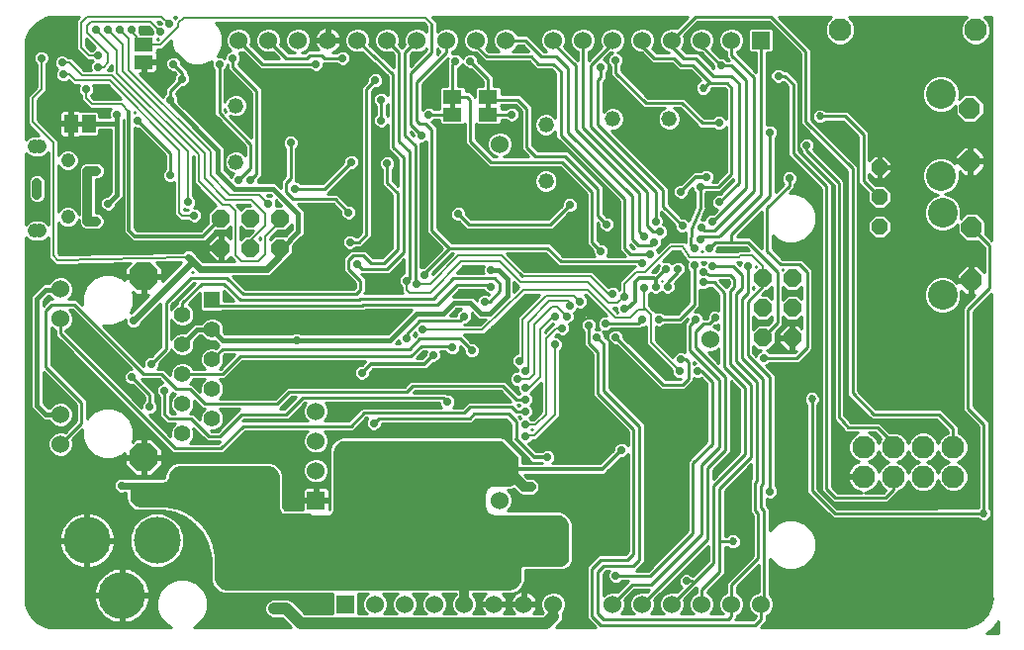
<source format=gbl>
G75*
G70*
%OFA0B0*%
%FSLAX24Y24*%
%IPPOS*%
%LPD*%
%AMOC8*
5,1,8,0,0,1.08239X$1,22.5*
%
%ADD10C,0.0600*%
%ADD11R,0.0600X0.0600*%
%ADD12R,0.0554X0.0554*%
%ADD13C,0.0554*%
%ADD14OC8,0.0963*%
%ADD15C,0.1580*%
%ADD16C,0.0520*%
%ADD17R,0.0630X0.0460*%
%ADD18R,0.0460X0.0630*%
%ADD19OC8,0.0600*%
%ADD20C,0.0476*%
%ADD21C,0.0160*%
%ADD22C,0.0768*%
%ADD23OC8,0.0520*%
%ADD24OC8,0.0700*%
%ADD25C,0.1000*%
%ADD26C,0.0100*%
%ADD27C,0.0277*%
%ADD28C,0.0270*%
%ADD29C,0.0120*%
%ADD30C,0.0400*%
%ADD31C,0.0320*%
%ADD32C,0.0080*%
%ADD33C,0.0240*%
%ADD34C,0.0317*%
D10*
X011440Y006050D03*
X011440Y007050D03*
X011440Y008050D03*
X017640Y005050D03*
X017440Y001550D03*
X016440Y001550D03*
X015440Y001550D03*
X014440Y001550D03*
X013440Y001550D03*
X018440Y001550D03*
X019440Y001550D03*
X021440Y001550D03*
X022440Y001550D03*
X023440Y001550D03*
X024440Y001550D03*
X025440Y001550D03*
X026440Y001550D03*
X024715Y010475D03*
X017640Y017050D03*
X017840Y020550D03*
X016840Y020550D03*
X015840Y020550D03*
X014840Y020550D03*
X013840Y020550D03*
X012840Y020550D03*
X011840Y020550D03*
X010840Y020550D03*
X009840Y020550D03*
X008840Y020550D03*
X019440Y020550D03*
X020440Y020550D03*
X021440Y020550D03*
X022440Y020550D03*
X023440Y020550D03*
X024440Y020550D03*
X025440Y020550D03*
X002834Y012158D03*
X002834Y011158D03*
X002834Y007942D03*
X002834Y006942D03*
D11*
X011440Y005050D03*
X012440Y001550D03*
X026440Y020550D03*
D12*
X007940Y011800D03*
D13*
X006940Y011300D03*
X007940Y010800D03*
X006940Y010300D03*
X007940Y009800D03*
X006940Y009300D03*
X007940Y008800D03*
X006940Y008300D03*
X007940Y007800D03*
X006940Y007300D03*
D14*
X005641Y006501D03*
X005641Y012599D03*
D15*
X006084Y003700D03*
X003721Y003700D03*
X004903Y001850D03*
D16*
X019190Y015800D03*
X019190Y017700D03*
X021440Y017900D03*
X023340Y017900D03*
X008740Y018350D03*
X008740Y016450D03*
D17*
X005640Y019816D03*
X005640Y020416D03*
X016040Y018650D03*
X016040Y018050D03*
X017240Y018050D03*
X017240Y018650D03*
D18*
X003784Y017737D03*
X003184Y017737D03*
D19*
X008240Y014550D03*
X009240Y014550D03*
X010240Y014550D03*
X010240Y013550D03*
X009240Y013550D03*
X008240Y013550D03*
X026495Y012530D03*
X027495Y012530D03*
X027495Y011530D03*
X026495Y011530D03*
X026495Y010530D03*
X027495Y010530D03*
D20*
X003083Y014595D03*
X002119Y014123D03*
X001961Y014123D03*
X003083Y016505D03*
X002119Y016977D03*
X001961Y016977D03*
D21*
X003240Y017750D02*
X003640Y017750D01*
X003784Y017737D02*
X003796Y017750D01*
X004740Y017750D01*
X004740Y018050D01*
X004740Y017750D02*
X004740Y015350D01*
X004440Y015050D01*
X008140Y016100D02*
X008140Y016850D01*
X006590Y018400D01*
X006540Y018550D01*
X008140Y016100D02*
X008690Y015550D01*
X009990Y015550D01*
X010840Y014700D01*
X010840Y014100D01*
X010290Y013550D01*
X013940Y010450D02*
X014840Y011350D01*
X015740Y011350D01*
X016090Y011700D01*
X016640Y011700D01*
X016990Y011350D01*
X017290Y011350D01*
X017890Y011950D01*
X017890Y012500D01*
X017590Y012800D01*
X017340Y012800D01*
X013940Y010450D02*
X010790Y010450D01*
X008290Y010450D01*
X007940Y010800D01*
X007440Y010800D01*
X006940Y010300D01*
X002834Y012158D02*
X002340Y012150D01*
X002040Y011850D01*
X002040Y008250D01*
X002340Y007950D01*
X002834Y007942D01*
X016040Y018150D02*
X016040Y018550D01*
X017240Y018550D02*
X017240Y018150D01*
D22*
X029100Y020898D03*
X033668Y020895D03*
X032908Y006838D03*
X031898Y006840D03*
X030893Y006838D03*
X029888Y006840D03*
X029890Y005850D03*
X030895Y005848D03*
X031900Y005850D03*
X032910Y005848D03*
D23*
X030428Y014275D03*
X030428Y015275D03*
X030428Y016275D03*
D24*
X033480Y016473D03*
X033480Y018253D03*
X033530Y014240D03*
X033530Y012460D03*
D25*
X032550Y011970D03*
X032550Y014730D03*
X032500Y015983D03*
X032500Y018743D03*
D26*
X002052Y000947D02*
X001837Y001162D01*
X001701Y001434D01*
X001670Y001572D01*
X001670Y013894D01*
X001753Y013811D01*
X001888Y013755D01*
X002034Y013755D01*
X002040Y013757D01*
X002046Y013755D01*
X002192Y013755D01*
X002327Y013811D01*
X002420Y013904D01*
X002420Y013230D01*
X002572Y013078D01*
X002572Y013076D01*
X002621Y013028D01*
X002670Y012980D01*
X002672Y012980D01*
X002673Y012978D01*
X002742Y012980D01*
X002810Y012980D01*
X002812Y012982D01*
X005184Y013036D01*
X005009Y012861D01*
X005009Y012649D01*
X005591Y012649D01*
X005591Y012549D01*
X005691Y012549D01*
X005691Y012649D01*
X006272Y012649D01*
X006272Y012861D01*
X006077Y013056D01*
X006911Y013075D01*
X006272Y012436D01*
X006272Y012549D01*
X005691Y012549D01*
X005691Y011968D01*
X005804Y011968D01*
X005201Y011365D01*
X005310Y011627D01*
X005310Y011973D01*
X005264Y012083D01*
X005379Y011968D01*
X005591Y011968D01*
X005591Y012549D01*
X005009Y012549D01*
X005009Y012461D01*
X004933Y012537D01*
X004613Y012670D01*
X004267Y012670D01*
X003947Y012537D01*
X003703Y012293D01*
X003570Y011973D01*
X003570Y011627D01*
X003572Y011622D01*
X003365Y011830D01*
X003114Y011830D01*
X003198Y011915D01*
X003264Y012073D01*
X003264Y012244D01*
X003198Y012402D01*
X003077Y012523D01*
X002919Y012588D01*
X002748Y012588D01*
X002590Y012523D01*
X002469Y012402D01*
X002453Y012362D01*
X002338Y012360D01*
X002253Y012360D01*
X002252Y012359D01*
X002250Y012359D01*
X002190Y012297D01*
X001953Y012060D01*
X001830Y011937D01*
X001830Y008163D01*
X001953Y008040D01*
X001953Y008040D01*
X002190Y007803D01*
X002250Y007741D01*
X002252Y007741D01*
X002253Y007740D01*
X002338Y007740D01*
X002453Y007738D01*
X002469Y007698D01*
X002590Y007577D01*
X002748Y007512D01*
X002919Y007512D01*
X003077Y007577D01*
X003198Y007698D01*
X003264Y007856D01*
X003264Y008027D01*
X003198Y008185D01*
X003077Y008306D01*
X002919Y008372D01*
X002748Y008372D01*
X002590Y008306D01*
X002469Y008185D01*
X002458Y008158D01*
X002428Y008159D01*
X002250Y008337D01*
X002250Y009385D01*
X002265Y009370D01*
X003360Y008275D01*
X003360Y007723D01*
X002983Y007345D01*
X002919Y007372D01*
X002748Y007372D01*
X002590Y007306D01*
X002469Y007185D01*
X002404Y007027D01*
X002404Y006856D01*
X002469Y006698D01*
X002590Y006577D01*
X002748Y006512D01*
X002919Y006512D01*
X003077Y006577D01*
X003198Y006698D01*
X003264Y006856D01*
X003264Y007027D01*
X003237Y007091D01*
X003570Y007424D01*
X003570Y007127D01*
X003703Y006807D01*
X003947Y006563D01*
X004267Y006430D01*
X004613Y006430D01*
X004933Y006563D01*
X005009Y006639D01*
X005009Y006551D01*
X005591Y006551D01*
X005591Y007132D01*
X005379Y007132D01*
X005264Y007017D01*
X005310Y007127D01*
X005310Y007473D01*
X005177Y007793D01*
X004933Y008037D01*
X004613Y008170D01*
X004267Y008170D01*
X003947Y008037D01*
X003720Y007810D01*
X003720Y008425D01*
X002520Y009625D01*
X002520Y010864D01*
X002590Y010794D01*
X002520Y010794D01*
X002590Y010794D02*
X002654Y010767D01*
X002654Y010582D01*
X002710Y010525D01*
X002762Y010473D01*
X002815Y010420D01*
X002815Y010420D01*
X006565Y006672D01*
X006617Y006620D01*
X006617Y006620D01*
X006617Y006620D01*
X006692Y006620D01*
X008315Y006620D01*
X009065Y007370D01*
X011152Y007370D01*
X011075Y007294D01*
X011010Y007136D01*
X011010Y006964D01*
X011075Y006806D01*
X011196Y006685D01*
X011354Y006620D01*
X011526Y006620D01*
X011684Y006685D01*
X011805Y006806D01*
X011870Y006964D01*
X011870Y007136D01*
X011805Y007294D01*
X011728Y007370D01*
X012690Y007370D01*
X012795Y007475D01*
X013140Y007820D01*
X013180Y007820D01*
X013162Y007802D01*
X013121Y007703D01*
X013121Y007597D01*
X013162Y007498D01*
X013238Y007422D01*
X013337Y007381D01*
X013443Y007381D01*
X013542Y007422D01*
X013618Y007498D01*
X013659Y007597D01*
X013659Y007633D01*
X016690Y007633D01*
X016795Y007738D01*
X016840Y007783D01*
X017840Y007783D01*
X018010Y007613D01*
X018010Y007189D01*
X018000Y007179D01*
X018000Y007021D01*
X018600Y006421D01*
X018711Y006310D01*
X019050Y006310D01*
X019070Y006290D01*
X018390Y006290D01*
X018390Y006510D01*
X018352Y006602D01*
X018282Y006672D01*
X017828Y007126D01*
X017794Y007160D01*
X017793Y007161D01*
X017792Y007162D01*
X017747Y007180D01*
X017703Y007199D01*
X017701Y007199D01*
X017700Y007200D01*
X017652Y007200D01*
X017603Y007201D01*
X017602Y007200D01*
X012331Y007200D01*
X012128Y007116D01*
X011974Y006962D01*
X011974Y006962D01*
X011890Y006759D01*
X011890Y004750D01*
X011890Y004750D01*
X011890Y005000D01*
X011490Y005000D01*
X011490Y005100D01*
X011390Y005100D01*
X011390Y005500D01*
X011120Y005500D01*
X011082Y005490D01*
X011048Y005470D01*
X011020Y005442D01*
X011000Y005408D01*
X010990Y005370D01*
X010990Y005100D01*
X011390Y005100D01*
X011390Y005000D01*
X010990Y005000D01*
X010990Y004750D01*
X010382Y004750D01*
X010365Y004767D01*
X010343Y004821D01*
X010340Y004850D01*
X010340Y005909D01*
X010256Y006112D01*
X010102Y006266D01*
X010102Y006266D01*
X009899Y006350D01*
X006781Y006350D01*
X006578Y006266D01*
X006424Y006112D01*
X006424Y006112D01*
X006340Y005909D01*
X006340Y005850D01*
X006339Y005840D01*
X006332Y005822D01*
X006318Y005808D01*
X006300Y005801D01*
X006290Y005800D01*
X004989Y005800D01*
X004943Y005819D01*
X004837Y005819D01*
X004738Y005778D01*
X004662Y005702D01*
X004621Y005603D01*
X004621Y005497D01*
X004662Y005398D01*
X004738Y005322D01*
X004837Y005281D01*
X004943Y005281D01*
X004989Y005300D01*
X005040Y005300D01*
X005040Y005214D01*
X005027Y005101D01*
X005130Y004867D01*
X005336Y004716D01*
X005427Y004705D01*
X005440Y004700D01*
X005476Y004700D01*
X005512Y004696D01*
X005525Y004700D01*
X006045Y004700D01*
X006050Y004698D01*
X006095Y004700D01*
X006109Y004700D01*
X006293Y004697D01*
X006673Y004625D01*
X007027Y004471D01*
X007339Y004241D01*
X007591Y003948D01*
X007772Y003607D01*
X007872Y003233D01*
X007889Y003055D01*
X007886Y003031D01*
X007890Y003016D01*
X007890Y002500D01*
X007890Y002341D01*
X007974Y002138D01*
X008128Y001984D01*
X008331Y001900D01*
X012010Y001900D01*
X012010Y001230D01*
X011077Y001230D01*
X010720Y001587D01*
X010627Y001680D01*
X010506Y001730D01*
X009974Y001730D01*
X009853Y001680D01*
X009760Y001587D01*
X009710Y001466D01*
X009710Y001334D01*
X009760Y001213D01*
X009853Y001120D01*
X009974Y001070D01*
X010303Y001070D01*
X010593Y000780D01*
X007328Y000780D01*
X007427Y000821D01*
X007669Y001063D01*
X007800Y001379D01*
X007800Y001721D01*
X007669Y002037D01*
X007427Y002279D01*
X007111Y002410D01*
X006769Y002410D01*
X006453Y002279D01*
X006211Y002037D01*
X006080Y001721D01*
X006080Y001379D01*
X006211Y001063D01*
X006453Y000821D01*
X006552Y000780D01*
X002462Y000780D01*
X002324Y000811D01*
X002052Y000947D01*
X002058Y000944D02*
X004646Y000944D01*
X004642Y000945D02*
X004745Y000921D01*
X004850Y000910D01*
X004853Y000910D01*
X004853Y001800D01*
X004953Y001800D01*
X004953Y001900D01*
X005843Y001900D01*
X005843Y001902D01*
X005831Y002007D01*
X005807Y002110D01*
X005772Y002210D01*
X005727Y002305D01*
X005670Y002394D01*
X005605Y002477D01*
X005530Y002552D01*
X005447Y002617D01*
X005358Y002674D01*
X005263Y002719D01*
X005163Y002754D01*
X005060Y002778D01*
X004955Y002790D01*
X004953Y002790D01*
X004953Y001900D01*
X004853Y001900D01*
X004853Y002790D01*
X004850Y002790D01*
X004745Y002778D01*
X004642Y002754D01*
X004542Y002719D01*
X004447Y002674D01*
X004358Y002617D01*
X004275Y002552D01*
X004201Y002477D01*
X004135Y002394D01*
X004079Y002305D01*
X004033Y002210D01*
X003998Y002110D01*
X003974Y002007D01*
X003963Y001902D01*
X003963Y001900D01*
X004853Y001900D01*
X004853Y001800D01*
X003963Y001800D01*
X003963Y001797D01*
X003974Y001692D01*
X003998Y001589D01*
X004033Y001489D01*
X004079Y001394D01*
X004135Y001305D01*
X004201Y001222D01*
X004275Y001148D01*
X004358Y001082D01*
X004447Y001026D01*
X004542Y000980D01*
X004642Y000945D01*
X004853Y000944D02*
X004953Y000944D01*
X004953Y000910D02*
X004955Y000910D01*
X005060Y000921D01*
X005163Y000945D01*
X005263Y000980D01*
X005358Y001026D01*
X005447Y001082D01*
X005530Y001148D01*
X005605Y001222D01*
X005670Y001305D01*
X005727Y001394D01*
X005772Y001489D01*
X005807Y001589D01*
X005831Y001692D01*
X005843Y001797D01*
X005843Y001800D01*
X004953Y001800D01*
X004953Y000910D01*
X004953Y001043D02*
X004853Y001043D01*
X004853Y001141D02*
X004953Y001141D01*
X004953Y001240D02*
X004853Y001240D01*
X004853Y001338D02*
X004953Y001338D01*
X004953Y001437D02*
X004853Y001437D01*
X004853Y001535D02*
X004953Y001535D01*
X004953Y001634D02*
X004853Y001634D01*
X004853Y001732D02*
X004953Y001732D01*
X004953Y001831D02*
X006125Y001831D01*
X006166Y001929D02*
X005840Y001929D01*
X005826Y002028D02*
X006207Y002028D01*
X006300Y002126D02*
X005802Y002126D01*
X005765Y002225D02*
X006398Y002225D01*
X006559Y002323D02*
X005715Y002323D01*
X005649Y002422D02*
X007890Y002422D01*
X007890Y002520D02*
X005562Y002520D01*
X005446Y002619D02*
X007890Y002619D01*
X007890Y002717D02*
X005268Y002717D01*
X004953Y002717D02*
X004853Y002717D01*
X004853Y002619D02*
X004953Y002619D01*
X004953Y002520D02*
X004853Y002520D01*
X004853Y002422D02*
X004953Y002422D01*
X004953Y002323D02*
X004853Y002323D01*
X004853Y002225D02*
X004953Y002225D01*
X004953Y002126D02*
X004853Y002126D01*
X004853Y002028D02*
X004953Y002028D01*
X004953Y001929D02*
X004853Y001929D01*
X004853Y001831D02*
X001670Y001831D01*
X001670Y001929D02*
X003966Y001929D01*
X003979Y002028D02*
X001670Y002028D01*
X001670Y002126D02*
X004003Y002126D01*
X004040Y002225D02*
X001670Y002225D01*
X001670Y002323D02*
X004090Y002323D01*
X004156Y002422D02*
X001670Y002422D01*
X001670Y002520D02*
X004244Y002520D01*
X004359Y002619D02*
X001670Y002619D01*
X001670Y002717D02*
X004537Y002717D01*
X004349Y002998D02*
X004424Y003073D01*
X004489Y003155D01*
X004546Y003245D01*
X004591Y003340D01*
X004626Y003439D01*
X004650Y003542D01*
X004661Y003647D01*
X004661Y003650D01*
X003772Y003650D01*
X003772Y003750D01*
X004661Y003750D01*
X004661Y003753D01*
X004650Y003858D01*
X004626Y003961D01*
X004591Y004060D01*
X004546Y004155D01*
X004489Y004245D01*
X004424Y004327D01*
X004349Y004402D01*
X004266Y004468D01*
X004177Y004524D01*
X004082Y004570D01*
X003982Y004605D01*
X003879Y004628D01*
X003774Y004640D01*
X003771Y004640D01*
X003771Y003750D01*
X003671Y003750D01*
X003671Y003650D01*
X002781Y003650D01*
X002781Y003647D01*
X002793Y003542D01*
X002817Y003439D01*
X002852Y003340D01*
X002897Y003245D01*
X002954Y003155D01*
X003019Y003073D01*
X003094Y002998D01*
X003177Y002932D01*
X003266Y002876D01*
X003361Y002830D01*
X003461Y002795D01*
X003564Y002772D01*
X003669Y002760D01*
X003671Y002760D01*
X003671Y003650D01*
X003771Y003650D01*
X003771Y002760D01*
X003774Y002760D01*
X003879Y002772D01*
X003982Y002795D01*
X004082Y002830D01*
X004177Y002876D01*
X004266Y002932D01*
X004349Y002998D01*
X004363Y003013D02*
X005470Y003013D01*
X005563Y002920D02*
X005901Y002780D01*
X006267Y002780D01*
X006605Y002920D01*
X006864Y003179D01*
X007004Y003517D01*
X007004Y003883D01*
X006864Y004221D01*
X006605Y004480D01*
X006267Y004620D01*
X005901Y004620D01*
X005563Y004480D01*
X005304Y004221D01*
X005164Y003883D01*
X005164Y003517D01*
X005304Y003179D01*
X005563Y002920D01*
X005577Y002914D02*
X004237Y002914D01*
X004040Y002816D02*
X005815Y002816D01*
X005372Y003111D02*
X004454Y003111D01*
X004523Y003210D02*
X005291Y003210D01*
X005250Y003308D02*
X004576Y003308D01*
X004615Y003407D02*
X005209Y003407D01*
X005169Y003505D02*
X004641Y003505D01*
X004657Y003604D02*
X005164Y003604D01*
X005164Y003702D02*
X003772Y003702D01*
X003771Y003604D02*
X003671Y003604D01*
X003671Y003702D02*
X001670Y003702D01*
X001670Y003604D02*
X002786Y003604D01*
X002802Y003505D02*
X001670Y003505D01*
X001670Y003407D02*
X002828Y003407D01*
X002867Y003308D02*
X001670Y003308D01*
X001670Y003210D02*
X002920Y003210D01*
X002989Y003111D02*
X001670Y003111D01*
X001670Y003013D02*
X003080Y003013D01*
X003206Y002914D02*
X001670Y002914D01*
X001670Y002816D02*
X003403Y002816D01*
X003671Y002816D02*
X003771Y002816D01*
X003771Y002914D02*
X003671Y002914D01*
X003671Y003013D02*
X003771Y003013D01*
X003771Y003111D02*
X003671Y003111D01*
X003671Y003210D02*
X003771Y003210D01*
X003771Y003308D02*
X003671Y003308D01*
X003671Y003407D02*
X003771Y003407D01*
X003771Y003505D02*
X003671Y003505D01*
X003671Y003750D02*
X002781Y003750D01*
X002781Y003753D01*
X002793Y003858D01*
X002817Y003961D01*
X002852Y004060D01*
X002897Y004155D01*
X002954Y004245D01*
X003019Y004327D01*
X003094Y004402D01*
X003177Y004468D01*
X003266Y004524D01*
X003361Y004570D01*
X003461Y004605D01*
X003564Y004628D01*
X003669Y004640D01*
X003671Y004640D01*
X003671Y003750D01*
X003671Y003801D02*
X003771Y003801D01*
X003771Y003899D02*
X003671Y003899D01*
X003671Y003998D02*
X003771Y003998D01*
X003771Y004096D02*
X003671Y004096D01*
X003671Y004195D02*
X003771Y004195D01*
X003771Y004293D02*
X003671Y004293D01*
X003671Y004392D02*
X003771Y004392D01*
X003771Y004490D02*
X003671Y004490D01*
X003671Y004589D02*
X003771Y004589D01*
X004028Y004589D02*
X005825Y004589D01*
X005587Y004490D02*
X004231Y004490D01*
X004359Y004392D02*
X005474Y004392D01*
X005376Y004293D02*
X004451Y004293D01*
X004521Y004195D02*
X005293Y004195D01*
X005252Y004096D02*
X004574Y004096D01*
X004613Y003998D02*
X005211Y003998D01*
X005170Y003899D02*
X004640Y003899D01*
X004656Y003801D02*
X005164Y003801D01*
X006343Y004589D02*
X006757Y004589D01*
X006581Y004490D02*
X006983Y004490D01*
X007135Y004392D02*
X006693Y004392D01*
X006792Y004293D02*
X007268Y004293D01*
X007379Y004195D02*
X006875Y004195D01*
X006915Y004096D02*
X007464Y004096D01*
X007549Y003998D02*
X006956Y003998D01*
X006997Y003899D02*
X007617Y003899D01*
X007669Y003801D02*
X007004Y003801D01*
X007004Y003702D02*
X007721Y003702D01*
X007773Y003604D02*
X007004Y003604D01*
X006999Y003505D02*
X007799Y003505D01*
X007825Y003407D02*
X006958Y003407D01*
X006917Y003308D02*
X007852Y003308D01*
X007874Y003210D02*
X006876Y003210D01*
X006796Y003111D02*
X007884Y003111D01*
X007890Y003013D02*
X006697Y003013D01*
X006590Y002914D02*
X007890Y002914D01*
X007890Y002816D02*
X006352Y002816D01*
X007321Y002323D02*
X007897Y002323D01*
X007938Y002225D02*
X007482Y002225D01*
X007580Y002126D02*
X007986Y002126D01*
X007974Y002138D02*
X007974Y002138D01*
X008085Y002028D02*
X007673Y002028D01*
X007714Y001929D02*
X008261Y001929D01*
X007795Y001732D02*
X012010Y001732D01*
X012010Y001634D02*
X010673Y001634D01*
X010772Y001535D02*
X012010Y001535D01*
X012010Y001437D02*
X010870Y001437D01*
X010969Y001338D02*
X012010Y001338D01*
X012010Y001240D02*
X011067Y001240D01*
X010429Y000944D02*
X007550Y000944D01*
X007452Y000846D02*
X010528Y000846D01*
X010331Y001043D02*
X007649Y001043D01*
X007701Y001141D02*
X009832Y001141D01*
X009749Y001240D02*
X007742Y001240D01*
X007783Y001338D02*
X009710Y001338D01*
X009710Y001437D02*
X007800Y001437D01*
X007800Y001535D02*
X009739Y001535D01*
X009807Y001634D02*
X007800Y001634D01*
X007755Y001831D02*
X012010Y001831D01*
X012870Y001831D02*
X013112Y001831D01*
X013075Y001794D02*
X013182Y001900D01*
X012870Y001900D01*
X012870Y001230D01*
X013152Y001230D01*
X013075Y001306D01*
X013010Y001464D01*
X013010Y001636D01*
X013075Y001794D01*
X013050Y001732D02*
X012870Y001732D01*
X012870Y001634D02*
X013010Y001634D01*
X013010Y001535D02*
X012870Y001535D01*
X012870Y001437D02*
X013022Y001437D01*
X013062Y001338D02*
X012870Y001338D01*
X012870Y001240D02*
X013142Y001240D01*
X013728Y001230D02*
X013805Y001306D01*
X013870Y001464D01*
X013870Y001636D01*
X013805Y001794D01*
X013698Y001900D01*
X014182Y001900D01*
X014075Y001794D01*
X014010Y001636D01*
X014010Y001464D01*
X014075Y001306D01*
X014152Y001230D01*
X013728Y001230D01*
X013738Y001240D02*
X014142Y001240D01*
X014062Y001338D02*
X013818Y001338D01*
X013858Y001437D02*
X014022Y001437D01*
X014010Y001535D02*
X013870Y001535D01*
X013870Y001634D02*
X014010Y001634D01*
X014050Y001732D02*
X013830Y001732D01*
X013768Y001831D02*
X014112Y001831D01*
X014698Y001900D02*
X015182Y001900D01*
X015075Y001794D01*
X015010Y001636D01*
X015010Y001464D01*
X015075Y001306D01*
X015152Y001230D01*
X014728Y001230D01*
X014805Y001306D01*
X014870Y001464D01*
X014870Y001636D01*
X014805Y001794D01*
X014698Y001900D01*
X014768Y001831D02*
X015112Y001831D01*
X015050Y001732D02*
X014830Y001732D01*
X014870Y001634D02*
X015010Y001634D01*
X015010Y001535D02*
X014870Y001535D01*
X014858Y001437D02*
X015022Y001437D01*
X015062Y001338D02*
X014818Y001338D01*
X014738Y001240D02*
X015142Y001240D01*
X015728Y001230D02*
X015805Y001306D01*
X015870Y001464D01*
X015870Y001636D01*
X015805Y001794D01*
X015698Y001900D01*
X016150Y001900D01*
X016150Y001868D01*
X016075Y001794D01*
X016010Y001636D01*
X016010Y001464D01*
X016075Y001306D01*
X016152Y001230D01*
X015728Y001230D01*
X015738Y001240D02*
X016142Y001240D01*
X016062Y001338D02*
X015818Y001338D01*
X015858Y001437D02*
X016022Y001437D01*
X016010Y001535D02*
X015870Y001535D01*
X015870Y001634D02*
X016010Y001634D01*
X016050Y001732D02*
X015830Y001732D01*
X015768Y001831D02*
X016112Y001831D01*
X016730Y001868D02*
X016730Y001900D01*
X017156Y001900D01*
X017147Y001893D01*
X017097Y001843D01*
X017055Y001786D01*
X017023Y001723D01*
X017001Y001655D01*
X016992Y001600D01*
X017390Y001600D01*
X017390Y001500D01*
X016992Y001500D01*
X017001Y001445D01*
X017023Y001377D01*
X017055Y001314D01*
X017097Y001257D01*
X017124Y001230D01*
X016728Y001230D01*
X016805Y001306D01*
X016870Y001464D01*
X016870Y001636D01*
X016805Y001794D01*
X016730Y001868D01*
X016768Y001831D02*
X017088Y001831D01*
X017028Y001732D02*
X016830Y001732D01*
X016870Y001634D02*
X016998Y001634D01*
X016870Y001535D02*
X017390Y001535D01*
X017490Y001535D02*
X018390Y001535D01*
X018390Y001500D02*
X017992Y001500D01*
X018001Y001445D01*
X018023Y001377D01*
X018055Y001314D01*
X018097Y001257D01*
X018124Y001230D01*
X017756Y001230D01*
X017783Y001257D01*
X017825Y001314D01*
X017857Y001377D01*
X017879Y001445D01*
X017888Y001500D01*
X017490Y001500D01*
X017490Y001600D01*
X017888Y001600D01*
X017879Y001655D01*
X017857Y001723D01*
X017825Y001786D01*
X017783Y001843D01*
X017733Y001893D01*
X017724Y001900D01*
X018049Y001900D01*
X018252Y001984D01*
X018406Y002138D01*
X018406Y002138D01*
X018490Y002341D01*
X018490Y002700D01*
X019740Y002700D01*
X019797Y002700D01*
X019797Y002700D01*
X019983Y002807D01*
X019983Y002807D01*
X019983Y002807D01*
X020090Y002993D01*
X020090Y003100D01*
X020090Y003149D01*
X020090Y003300D01*
X020090Y003349D01*
X020090Y003500D01*
X020090Y003549D01*
X020090Y004259D01*
X020006Y004462D01*
X019852Y004616D01*
X019852Y004616D01*
X019649Y004700D01*
X017898Y004700D01*
X018005Y004806D01*
X018070Y004964D01*
X018070Y005136D01*
X018005Y005294D01*
X017898Y005400D01*
X018061Y005400D01*
X018114Y005431D01*
X018183Y005362D01*
X018194Y005336D01*
X018276Y005254D01*
X018382Y005210D01*
X018748Y005210D01*
X018854Y005254D01*
X018936Y005336D01*
X018980Y005442D01*
X018980Y005558D01*
X018936Y005664D01*
X018854Y005746D01*
X018748Y005790D01*
X018575Y005790D01*
X018455Y005910D01*
X021169Y005910D01*
X021280Y006021D01*
X021740Y006481D01*
X021793Y006481D01*
X021892Y006522D01*
X021960Y006590D01*
X021960Y003325D01*
X021865Y003230D01*
X020965Y003230D01*
X020665Y002930D01*
X020560Y002825D01*
X020560Y001075D01*
X020855Y000780D01*
X019537Y000780D01*
X019720Y000963D01*
X019770Y001084D01*
X019770Y001216D01*
X019754Y001255D01*
X019805Y001306D01*
X019870Y001464D01*
X019870Y001636D01*
X019805Y001794D01*
X019684Y001915D01*
X019526Y001980D01*
X019354Y001980D01*
X019196Y001915D01*
X019075Y001794D01*
X019010Y001636D01*
X019010Y001464D01*
X019075Y001306D01*
X019103Y001279D01*
X019053Y001230D01*
X018756Y001230D01*
X018783Y001257D01*
X018825Y001314D01*
X018857Y001377D01*
X018879Y001445D01*
X018888Y001500D01*
X018490Y001500D01*
X018490Y001600D01*
X018390Y001600D01*
X018390Y001998D01*
X018335Y001989D01*
X018267Y001967D01*
X018204Y001935D01*
X018147Y001893D01*
X018097Y001843D01*
X018055Y001786D01*
X018023Y001723D01*
X018001Y001655D01*
X017992Y001600D01*
X018390Y001600D01*
X018390Y001500D01*
X018490Y001535D02*
X019010Y001535D01*
X019010Y001634D02*
X018882Y001634D01*
X018879Y001655D02*
X018857Y001723D01*
X018825Y001786D01*
X018783Y001843D01*
X018733Y001893D01*
X018676Y001935D01*
X018613Y001967D01*
X018545Y001989D01*
X018490Y001998D01*
X018490Y001600D01*
X018888Y001600D01*
X018879Y001655D01*
X018852Y001732D02*
X019050Y001732D01*
X019112Y001831D02*
X018792Y001831D01*
X018684Y001929D02*
X019231Y001929D01*
X019649Y001929D02*
X020560Y001929D01*
X020560Y001831D02*
X019768Y001831D01*
X019830Y001732D02*
X020560Y001732D01*
X020560Y001634D02*
X019870Y001634D01*
X019870Y001535D02*
X020560Y001535D01*
X020560Y001437D02*
X019858Y001437D01*
X019818Y001338D02*
X020560Y001338D01*
X020560Y001240D02*
X019760Y001240D01*
X019770Y001141D02*
X020560Y001141D01*
X020593Y001043D02*
X019753Y001043D01*
X019701Y000944D02*
X020691Y000944D01*
X020790Y000846D02*
X019602Y000846D01*
X019063Y001240D02*
X018766Y001240D01*
X018837Y001338D02*
X019062Y001338D01*
X019022Y001437D02*
X018876Y001437D01*
X018490Y001634D02*
X018390Y001634D01*
X018390Y001732D02*
X018490Y001732D01*
X018490Y001831D02*
X018390Y001831D01*
X018390Y001929D02*
X018490Y001929D01*
X018295Y002028D02*
X020560Y002028D01*
X020560Y002126D02*
X018394Y002126D01*
X018442Y002225D02*
X020560Y002225D01*
X020560Y002323D02*
X018483Y002323D01*
X018490Y002422D02*
X020560Y002422D01*
X020560Y002520D02*
X018490Y002520D01*
X018490Y002619D02*
X020560Y002619D01*
X020560Y002717D02*
X019827Y002717D01*
X019988Y002816D02*
X020560Y002816D01*
X020649Y002914D02*
X020044Y002914D01*
X020090Y003013D02*
X020748Y003013D01*
X020846Y003111D02*
X020090Y003111D01*
X020090Y003149D02*
X020090Y003149D01*
X020090Y003210D02*
X020945Y003210D01*
X021040Y003050D02*
X020740Y002750D01*
X020740Y001150D01*
X021040Y000850D01*
X026240Y000850D01*
X026440Y001050D01*
X026440Y001550D01*
X026540Y001650D01*
X026540Y004700D01*
X026440Y004800D01*
X026440Y005550D01*
X026490Y005600D01*
X026490Y009150D01*
X025790Y009850D01*
X025790Y011850D01*
X025990Y012050D01*
X025990Y012950D01*
X025744Y013060D02*
X025635Y013060D01*
X025620Y013080D02*
X025615Y013080D01*
X025721Y012973D01*
X025721Y013003D01*
X025753Y013080D01*
X025620Y013080D01*
X025490Y012950D02*
X025790Y012650D01*
X025790Y012200D01*
X025590Y012000D01*
X025590Y009750D01*
X026290Y009050D01*
X026290Y005700D01*
X026240Y005650D01*
X026240Y004700D01*
X026340Y004600D01*
X026340Y003100D01*
X025440Y002200D01*
X025440Y001550D01*
X025440Y001150D01*
X025340Y001050D01*
X021140Y001050D01*
X020940Y001250D01*
X020940Y002650D01*
X021140Y002850D01*
X022140Y002850D01*
X022340Y003050D01*
X022340Y007550D01*
X021140Y008750D01*
X021140Y010350D01*
X020910Y010550D01*
X021011Y010799D02*
X020963Y010819D01*
X020877Y010819D01*
X020909Y010897D01*
X020909Y011003D01*
X020868Y011102D01*
X020792Y011178D01*
X020693Y011219D01*
X020587Y011219D01*
X020488Y011178D01*
X020412Y011102D01*
X020371Y011003D01*
X020371Y010897D01*
X020412Y010798D01*
X020460Y010750D01*
X020460Y010275D01*
X020760Y009975D01*
X020760Y008575D01*
X021960Y007375D01*
X021960Y006910D01*
X021892Y006978D01*
X021793Y007019D01*
X021687Y007019D01*
X021588Y006978D01*
X021512Y006902D01*
X021471Y006803D01*
X021471Y006750D01*
X021011Y006290D01*
X019410Y006290D01*
X019468Y006348D01*
X019509Y006447D01*
X019509Y006553D01*
X019468Y006652D01*
X019392Y006728D01*
X019293Y006769D01*
X019187Y006769D01*
X019088Y006728D01*
X019050Y006690D01*
X018869Y006690D01*
X018603Y006956D01*
X018642Y006972D01*
X018718Y007048D01*
X018731Y007080D01*
X018860Y007080D01*
X019560Y007780D01*
X019660Y007880D01*
X019660Y010090D01*
X019718Y010148D01*
X019759Y010247D01*
X019759Y010353D01*
X019718Y010452D01*
X019642Y010528D01*
X019543Y010569D01*
X019499Y010569D01*
X019570Y010640D01*
X019588Y010622D01*
X019687Y010581D01*
X019793Y010581D01*
X019892Y010622D01*
X019968Y010698D01*
X020009Y010797D01*
X020009Y010903D01*
X019972Y010993D01*
X020042Y011022D01*
X020118Y011098D01*
X020159Y011197D01*
X020159Y011303D01*
X020132Y011368D01*
X020142Y011372D01*
X020218Y011448D01*
X020240Y011501D01*
X020287Y011481D01*
X020393Y011481D01*
X020492Y011522D01*
X020568Y011598D01*
X020609Y011697D01*
X020609Y011803D01*
X020568Y011902D01*
X020492Y011978D01*
X020487Y011980D01*
X020520Y011980D01*
X021231Y011269D01*
X021137Y011269D01*
X021038Y011228D01*
X020962Y011152D01*
X020921Y011053D01*
X020921Y010947D01*
X020962Y010848D01*
X021011Y010799D01*
X021089Y010751D02*
X021137Y010731D01*
X021243Y010731D01*
X021342Y010772D01*
X021390Y010820D01*
X022365Y010820D01*
X022426Y010881D01*
X022493Y010881D01*
X022560Y010909D01*
X022560Y010290D01*
X022660Y010190D01*
X023421Y009428D01*
X023421Y009347D01*
X023462Y009248D01*
X023538Y009172D01*
X023637Y009131D01*
X023717Y009131D01*
X023715Y009130D01*
X023215Y009130D01*
X021809Y010536D01*
X021809Y010603D01*
X021768Y010702D01*
X021692Y010778D01*
X021593Y010819D01*
X021487Y010819D01*
X021388Y010778D01*
X021312Y010702D01*
X021271Y010603D01*
X021271Y010497D01*
X021286Y010462D01*
X021263Y010482D01*
X021215Y010530D01*
X021207Y010530D01*
X021179Y010555D01*
X021179Y010603D01*
X021138Y010702D01*
X021089Y010751D01*
X021141Y010696D02*
X021309Y010696D01*
X021271Y010597D02*
X021179Y010597D01*
X021246Y010499D02*
X021271Y010499D01*
X021320Y010390D02*
X021388Y010322D01*
X021487Y010281D01*
X021554Y010281D01*
X023065Y008770D01*
X023865Y008770D01*
X023970Y008875D01*
X024170Y009075D01*
X024170Y009159D01*
X024237Y009131D01*
X024343Y009131D01*
X024422Y009164D01*
X024610Y008975D01*
X024610Y007025D01*
X023960Y006375D01*
X023960Y004025D01*
X022616Y002681D01*
X022230Y002685D01*
X022320Y002775D01*
X022520Y002975D01*
X022520Y007625D01*
X022415Y007730D01*
X021320Y008825D01*
X021320Y010283D01*
X021325Y010288D01*
X021320Y010356D01*
X021320Y010390D01*
X021324Y010302D02*
X021438Y010302D01*
X021320Y010203D02*
X021632Y010203D01*
X021731Y010105D02*
X021320Y010105D01*
X021320Y010006D02*
X021829Y010006D01*
X021928Y009908D02*
X021320Y009908D01*
X021320Y009809D02*
X022026Y009809D01*
X022125Y009711D02*
X021320Y009711D01*
X021320Y009612D02*
X022223Y009612D01*
X022322Y009514D02*
X021320Y009514D01*
X021320Y009415D02*
X022420Y009415D01*
X022519Y009317D02*
X021320Y009317D01*
X021320Y009218D02*
X022617Y009218D01*
X022716Y009120D02*
X021320Y009120D01*
X021320Y009021D02*
X022814Y009021D01*
X022913Y008923D02*
X021320Y008923D01*
X021321Y008824D02*
X023011Y008824D01*
X023140Y008950D02*
X021540Y010550D01*
X021653Y010794D02*
X022560Y010794D01*
X022560Y010696D02*
X021771Y010696D01*
X021809Y010597D02*
X022560Y010597D01*
X022560Y010499D02*
X021846Y010499D01*
X021945Y010400D02*
X022560Y010400D01*
X022560Y010302D02*
X022043Y010302D01*
X022142Y010203D02*
X022647Y010203D01*
X022745Y010105D02*
X022240Y010105D01*
X022339Y010006D02*
X022844Y010006D01*
X022942Y009908D02*
X022437Y009908D01*
X022536Y009809D02*
X023041Y009809D01*
X023139Y009711D02*
X022634Y009711D01*
X022733Y009612D02*
X023238Y009612D01*
X023336Y009514D02*
X022831Y009514D01*
X022930Y009415D02*
X023421Y009415D01*
X023434Y009317D02*
X023028Y009317D01*
X023127Y009218D02*
X023492Y009218D01*
X023790Y008950D02*
X023140Y008950D01*
X023790Y008950D02*
X023990Y009150D01*
X023990Y009700D01*
X023890Y009800D01*
X023740Y009800D01*
X023494Y009908D02*
X023423Y009908D01*
X023473Y009857D02*
X022900Y010430D01*
X022900Y010896D01*
X022937Y010881D01*
X023043Y010881D01*
X023142Y010922D01*
X023190Y010970D01*
X023765Y010970D01*
X023971Y011177D01*
X023971Y011136D01*
X023860Y011025D01*
X023860Y010041D01*
X023793Y010069D01*
X023687Y010069D01*
X023588Y010028D01*
X023512Y009952D01*
X023473Y009857D01*
X023566Y010006D02*
X023324Y010006D01*
X023226Y010105D02*
X023860Y010105D01*
X023860Y010203D02*
X023127Y010203D01*
X023029Y010302D02*
X023860Y010302D01*
X023860Y010400D02*
X022930Y010400D01*
X022900Y010499D02*
X023860Y010499D01*
X023860Y010597D02*
X022900Y010597D01*
X022900Y010696D02*
X023860Y010696D01*
X023860Y010794D02*
X022900Y010794D01*
X022900Y010893D02*
X022909Y010893D01*
X023071Y010893D02*
X023860Y010893D01*
X023860Y010991D02*
X023786Y010991D01*
X023884Y011090D02*
X023925Y011090D01*
X024040Y010950D02*
X024240Y011150D01*
X024213Y011419D02*
X024265Y011470D01*
X024370Y011575D01*
X024370Y012149D01*
X024437Y012121D01*
X024543Y012121D01*
X024642Y012162D01*
X024690Y012210D01*
X024775Y012210D01*
X025010Y011975D01*
X025010Y011441D01*
X024943Y011469D01*
X024837Y011469D01*
X024738Y011428D01*
X024662Y011352D01*
X024621Y011253D01*
X024621Y011186D01*
X024615Y011180D01*
X024509Y011180D01*
X024509Y011203D01*
X024468Y011302D01*
X024392Y011378D01*
X024293Y011419D01*
X024213Y011419D01*
X024278Y011484D02*
X025010Y011484D01*
X025010Y011582D02*
X024370Y011582D01*
X024370Y011681D02*
X025010Y011681D01*
X025010Y011779D02*
X024370Y011779D01*
X024370Y011878D02*
X025010Y011878D01*
X025009Y011976D02*
X024370Y011976D01*
X024370Y012075D02*
X024911Y012075D01*
X024812Y012173D02*
X024653Y012173D01*
X024490Y012390D02*
X024850Y012390D01*
X025190Y012050D01*
X025190Y009550D01*
X025890Y008850D01*
X025890Y006600D01*
X024840Y005550D01*
X024840Y002950D01*
X024171Y002281D01*
X024128Y002325D01*
X023928Y002325D01*
X024171Y002281D02*
X023440Y001550D01*
X023870Y001535D02*
X024010Y001535D01*
X024010Y001464D02*
X024075Y001306D01*
X024152Y001230D01*
X023728Y001230D01*
X023805Y001306D01*
X023870Y001464D01*
X023870Y001636D01*
X023844Y001699D01*
X024246Y002101D01*
X024260Y002115D01*
X024260Y001941D01*
X024196Y001915D01*
X024075Y001794D01*
X024010Y001636D01*
X024010Y001464D01*
X024022Y001437D02*
X023858Y001437D01*
X023818Y001338D02*
X024062Y001338D01*
X024142Y001240D02*
X023738Y001240D01*
X023152Y001230D02*
X022728Y001230D01*
X022805Y001306D01*
X022870Y001464D01*
X022870Y001636D01*
X022844Y001699D01*
X024660Y003515D01*
X024660Y003025D01*
X024140Y002505D01*
X024128Y002505D01*
X024080Y002553D01*
X023981Y002594D01*
X023874Y002594D01*
X023775Y002553D01*
X023700Y002477D01*
X023659Y002378D01*
X023659Y002272D01*
X023700Y002173D01*
X023754Y002119D01*
X023589Y001954D01*
X023526Y001980D01*
X023354Y001980D01*
X023196Y001915D01*
X023075Y001794D01*
X023010Y001636D01*
X023010Y001464D01*
X023075Y001306D01*
X023152Y001230D01*
X023142Y001240D02*
X022738Y001240D01*
X022818Y001338D02*
X023062Y001338D01*
X023022Y001437D02*
X022858Y001437D01*
X022870Y001535D02*
X023010Y001535D01*
X023010Y001634D02*
X022870Y001634D01*
X022877Y001732D02*
X023050Y001732D01*
X023112Y001831D02*
X022975Y001831D01*
X023074Y001929D02*
X023231Y001929D01*
X023172Y002028D02*
X023663Y002028D01*
X023746Y002126D02*
X023271Y002126D01*
X023369Y002225D02*
X023678Y002225D01*
X023659Y002323D02*
X023468Y002323D01*
X023566Y002422D02*
X023677Y002422D01*
X023665Y002520D02*
X023742Y002520D01*
X023763Y002619D02*
X024254Y002619D01*
X024352Y002717D02*
X023862Y002717D01*
X023960Y002816D02*
X024451Y002816D01*
X024549Y002914D02*
X024059Y002914D01*
X024157Y003013D02*
X024648Y003013D01*
X024660Y003111D02*
X024256Y003111D01*
X024354Y003210D02*
X024660Y003210D01*
X024660Y003308D02*
X024453Y003308D01*
X024551Y003407D02*
X024660Y003407D01*
X024650Y003505D02*
X024660Y003505D01*
X024640Y003750D02*
X024640Y006150D01*
X025240Y006750D01*
X025240Y009200D01*
X024240Y010200D01*
X024240Y010750D01*
X024490Y011000D01*
X024690Y011000D01*
X024890Y011200D01*
X024695Y011385D02*
X024375Y011385D01*
X024474Y011287D02*
X024635Y011287D01*
X024621Y011188D02*
X024509Y011188D01*
X024835Y010891D02*
X024876Y010931D01*
X024943Y010931D01*
X025010Y010959D01*
X025010Y010788D01*
X024959Y010840D01*
X024835Y010891D01*
X024837Y010893D02*
X025010Y010893D01*
X025004Y010794D02*
X025010Y010794D01*
X024040Y010950D02*
X024040Y010100D01*
X025040Y009100D01*
X025040Y006850D01*
X024440Y006250D01*
X024440Y003900D01*
X022740Y002200D01*
X022090Y002200D01*
X021440Y001550D01*
X021870Y001535D02*
X022010Y001535D01*
X022010Y001464D02*
X022075Y001306D01*
X022152Y001230D01*
X021728Y001230D01*
X021805Y001306D01*
X021870Y001464D01*
X021870Y001636D01*
X021844Y001699D01*
X022165Y002020D01*
X022655Y002020D01*
X022589Y001954D01*
X022526Y001980D01*
X022354Y001980D01*
X022196Y001915D01*
X022075Y001794D01*
X022010Y001636D01*
X022010Y001464D01*
X022022Y001437D02*
X021858Y001437D01*
X021818Y001338D02*
X022062Y001338D01*
X022142Y001240D02*
X021738Y001240D01*
X021870Y001634D02*
X022010Y001634D01*
X022050Y001732D02*
X021877Y001732D01*
X021975Y001831D02*
X022112Y001831D01*
X022074Y001929D02*
X022231Y001929D01*
X022440Y001550D02*
X024640Y003750D01*
X025040Y003663D02*
X025490Y003663D01*
X025295Y003842D02*
X025220Y003842D01*
X025220Y005375D01*
X026110Y006265D01*
X026110Y005775D01*
X026060Y005725D01*
X026060Y004625D01*
X026160Y004525D01*
X026160Y003175D01*
X025260Y002275D01*
X025260Y001941D01*
X025196Y001915D01*
X025075Y001794D01*
X025010Y001636D01*
X025010Y001464D01*
X025075Y001306D01*
X025152Y001230D01*
X024728Y001230D01*
X024805Y001306D01*
X024870Y001464D01*
X024870Y001636D01*
X024805Y001794D01*
X024684Y001915D01*
X024620Y001941D01*
X024620Y001975D01*
X025115Y002470D01*
X025220Y002575D01*
X025220Y003483D01*
X025295Y003483D01*
X025340Y003438D01*
X025437Y003398D01*
X025543Y003398D01*
X025640Y003438D01*
X025715Y003512D01*
X025755Y003610D01*
X025755Y003715D01*
X025715Y003813D01*
X025640Y003887D01*
X025543Y003927D01*
X025437Y003927D01*
X025340Y003887D01*
X025295Y003842D01*
X025369Y003899D02*
X025220Y003899D01*
X025220Y003998D02*
X026160Y003998D01*
X026160Y004096D02*
X025220Y004096D01*
X025220Y004195D02*
X026160Y004195D01*
X026160Y004293D02*
X025220Y004293D01*
X025220Y004392D02*
X026160Y004392D01*
X026160Y004490D02*
X025220Y004490D01*
X025220Y004589D02*
X026097Y004589D01*
X026060Y004687D02*
X025220Y004687D01*
X025220Y004786D02*
X026060Y004786D01*
X026060Y004884D02*
X025220Y004884D01*
X025220Y004983D02*
X026060Y004983D01*
X026060Y005081D02*
X025220Y005081D01*
X025220Y005180D02*
X026060Y005180D01*
X026060Y005278D02*
X025220Y005278D01*
X025221Y005377D02*
X026060Y005377D01*
X026060Y005475D02*
X025320Y005475D01*
X025418Y005574D02*
X026060Y005574D01*
X026060Y005672D02*
X025517Y005672D01*
X025615Y005771D02*
X026106Y005771D01*
X026110Y005869D02*
X025714Y005869D01*
X025812Y005968D02*
X026110Y005968D01*
X026110Y006066D02*
X025911Y006066D01*
X026009Y006165D02*
X026110Y006165D01*
X026108Y006263D02*
X026110Y006263D01*
X026090Y006500D02*
X026090Y008950D01*
X025390Y009650D01*
X025390Y012100D01*
X025540Y012250D01*
X025540Y012500D01*
X025390Y012650D01*
X024690Y012650D01*
X024490Y012750D01*
X024459Y013019D02*
X024528Y013019D01*
X024553Y013080D01*
X024435Y013080D01*
X024459Y013023D01*
X024459Y013019D01*
X024444Y013060D02*
X024544Y013060D01*
X024790Y012950D02*
X025490Y012950D01*
X025620Y013420D02*
X024927Y013420D01*
X024959Y013497D01*
X024959Y013564D01*
X024965Y013570D01*
X025915Y013570D01*
X026015Y013470D01*
X025670Y013470D01*
X025620Y013420D01*
X025653Y013454D02*
X024941Y013454D01*
X024959Y013552D02*
X025933Y013552D01*
X025990Y013750D02*
X025440Y013750D01*
X024890Y013750D01*
X024690Y013550D01*
X024444Y013441D02*
X024453Y013420D01*
X024435Y013420D01*
X024444Y013441D01*
X024190Y013530D02*
X024080Y013630D01*
X024090Y014200D01*
X024390Y014900D01*
X024390Y015600D01*
X024990Y015600D01*
X025440Y016050D01*
X025440Y018950D01*
X025290Y019100D01*
X024740Y019100D01*
X024696Y019144D01*
X024490Y018938D01*
X024399Y019187D02*
X024340Y019162D01*
X024265Y019088D01*
X024225Y018990D01*
X024225Y018885D01*
X024265Y018787D01*
X024340Y018713D01*
X024437Y018673D01*
X024543Y018673D01*
X024640Y018713D01*
X024715Y018787D01*
X024755Y018885D01*
X024755Y018920D01*
X025215Y018920D01*
X025260Y018875D01*
X025260Y017903D01*
X025255Y017915D01*
X025180Y017990D01*
X025081Y018031D01*
X024974Y018031D01*
X024875Y017990D01*
X024827Y017942D01*
X024527Y017942D01*
X023852Y018617D01*
X022627Y018617D01*
X021720Y019525D01*
X021720Y019675D01*
X021768Y019723D01*
X021809Y019822D01*
X021809Y019928D01*
X021768Y020027D01*
X021692Y020103D01*
X021593Y020144D01*
X021583Y020144D01*
X021684Y020185D01*
X021805Y020306D01*
X021870Y020464D01*
X021870Y020636D01*
X021805Y020794D01*
X021684Y020915D01*
X021526Y020980D01*
X021354Y020980D01*
X021196Y020915D01*
X021075Y020794D01*
X021010Y020636D01*
X021010Y020464D01*
X021066Y020330D01*
X020620Y019885D01*
X020620Y020159D01*
X020684Y020185D01*
X020805Y020306D01*
X020870Y020464D01*
X020870Y020636D01*
X020805Y020794D01*
X020684Y020915D01*
X020526Y020980D01*
X020354Y020980D01*
X020196Y020915D01*
X020075Y020794D01*
X020010Y020636D01*
X020010Y020464D01*
X020075Y020306D01*
X020196Y020185D01*
X020260Y020159D01*
X020260Y019885D01*
X019814Y020330D01*
X019870Y020464D01*
X019870Y020636D01*
X019805Y020794D01*
X019684Y020915D01*
X019526Y020980D01*
X019354Y020980D01*
X019196Y020915D01*
X019075Y020794D01*
X019010Y020636D01*
X019010Y020464D01*
X019075Y020306D01*
X019196Y020185D01*
X019210Y020180D01*
X019115Y020180D01*
X018565Y020730D01*
X018231Y020730D01*
X018205Y020794D01*
X018084Y020915D01*
X017926Y020980D01*
X017754Y020980D01*
X017596Y020915D01*
X017475Y020794D01*
X017410Y020636D01*
X017410Y020464D01*
X017475Y020306D01*
X017596Y020185D01*
X017610Y020180D01*
X017265Y020180D01*
X017171Y020273D01*
X017205Y020306D01*
X017270Y020464D01*
X017270Y020636D01*
X017205Y020794D01*
X017084Y020915D01*
X016926Y020980D01*
X016754Y020980D01*
X016596Y020915D01*
X016475Y020794D01*
X016410Y020636D01*
X016410Y020464D01*
X016475Y020306D01*
X016596Y020185D01*
X016754Y020120D01*
X016815Y020120D01*
X017115Y019820D01*
X018615Y019820D01*
X018865Y019570D01*
X019365Y019570D01*
X019510Y019425D01*
X019510Y017932D01*
X019411Y018031D01*
X019268Y018090D01*
X019112Y018090D01*
X018969Y018031D01*
X018859Y017921D01*
X018800Y017778D01*
X018800Y017622D01*
X018859Y017479D01*
X018969Y017369D01*
X019112Y017310D01*
X019268Y017310D01*
X019411Y017369D01*
X019510Y017468D01*
X019510Y017275D01*
X019615Y017170D01*
X021660Y015125D01*
X021660Y013475D01*
X021765Y013370D01*
X021855Y013280D01*
X021250Y013280D01*
X021268Y013298D01*
X021309Y013397D01*
X021309Y013503D01*
X021268Y013602D01*
X021192Y013678D01*
X021093Y013719D01*
X021026Y013719D01*
X020920Y013825D01*
X020920Y014415D01*
X020971Y014364D01*
X020971Y014297D01*
X021012Y014198D01*
X021088Y014122D01*
X021187Y014081D01*
X021293Y014081D01*
X021392Y014122D01*
X021468Y014198D01*
X021509Y014297D01*
X021509Y014403D01*
X021468Y014502D01*
X021392Y014578D01*
X021293Y014619D01*
X021226Y014619D01*
X021120Y014725D01*
X021120Y015625D01*
X021015Y015730D01*
X019915Y016830D01*
X018915Y016830D01*
X018720Y017025D01*
X018720Y018325D01*
X018615Y018430D01*
X018315Y018730D01*
X017685Y018730D01*
X017685Y018934D01*
X017609Y019010D01*
X017420Y019010D01*
X017420Y019325D01*
X017315Y019430D01*
X016909Y019836D01*
X016909Y019903D01*
X016868Y020002D01*
X016792Y020078D01*
X016693Y020119D01*
X016587Y020119D01*
X016488Y020078D01*
X016412Y020002D01*
X016390Y019949D01*
X016368Y020002D01*
X016292Y020078D01*
X016193Y020119D01*
X016087Y020119D01*
X016020Y020091D01*
X016020Y020159D01*
X016084Y020185D01*
X016205Y020306D01*
X016270Y020464D01*
X016270Y020636D01*
X016205Y020794D01*
X016084Y020915D01*
X015926Y020980D01*
X015754Y020980D01*
X015596Y020915D01*
X015520Y020838D01*
X015520Y021175D01*
X015415Y021280D01*
X015400Y021280D01*
X015360Y021320D01*
X023955Y021320D01*
X023589Y020954D01*
X023526Y020980D01*
X023354Y020980D01*
X023196Y020915D01*
X023075Y020794D01*
X023010Y020636D01*
X023010Y020464D01*
X023075Y020306D01*
X023196Y020185D01*
X023330Y020130D01*
X022915Y020130D01*
X022771Y020273D01*
X022805Y020306D01*
X022870Y020464D01*
X022870Y020636D01*
X022805Y020794D01*
X022684Y020915D01*
X022526Y020980D01*
X022354Y020980D01*
X022196Y020915D01*
X022075Y020794D01*
X022010Y020636D01*
X022010Y020464D01*
X022075Y020306D01*
X022196Y020185D01*
X022354Y020120D01*
X022415Y020120D01*
X022660Y019875D01*
X022765Y019770D01*
X023415Y019770D01*
X023560Y019625D01*
X023665Y019520D01*
X024065Y019520D01*
X024399Y019187D01*
X024350Y019167D02*
X022078Y019167D01*
X021980Y019265D02*
X024320Y019265D01*
X024222Y019364D02*
X021881Y019364D01*
X021783Y019462D02*
X024123Y019462D01*
X024140Y019700D02*
X023740Y019700D01*
X023490Y019950D01*
X022840Y019950D01*
X022440Y020350D01*
X022440Y020550D01*
X022278Y020152D02*
X021602Y020152D01*
X021742Y020053D02*
X022482Y020053D01*
X022581Y019955D02*
X021798Y019955D01*
X021809Y019856D02*
X022679Y019856D01*
X023428Y019758D02*
X021782Y019758D01*
X021720Y019659D02*
X023526Y019659D01*
X023625Y019561D02*
X021720Y019561D01*
X021540Y019450D02*
X021540Y019875D01*
X021429Y020120D02*
X021388Y020103D01*
X021312Y020027D01*
X021271Y019928D01*
X021271Y019822D01*
X021312Y019723D01*
X021360Y019675D01*
X021360Y019375D01*
X022373Y018363D01*
X022478Y018258D01*
X023184Y018258D01*
X023119Y018231D01*
X023009Y018121D01*
X022950Y017978D01*
X022950Y017822D01*
X023009Y017679D01*
X023119Y017569D01*
X023262Y017510D01*
X023418Y017510D01*
X023561Y017569D01*
X023671Y017679D01*
X023730Y017822D01*
X023730Y017978D01*
X023671Y018121D01*
X023561Y018231D01*
X023496Y018258D01*
X023703Y018258D01*
X024273Y017688D01*
X024378Y017583D01*
X024827Y017583D01*
X024875Y017535D01*
X024974Y017494D01*
X025081Y017494D01*
X025180Y017535D01*
X025255Y017610D01*
X025260Y017622D01*
X025260Y016125D01*
X024915Y015780D01*
X024800Y015780D01*
X024818Y015798D01*
X024859Y015897D01*
X024859Y016003D01*
X024818Y016102D01*
X024742Y016178D01*
X024643Y016219D01*
X024537Y016219D01*
X024438Y016178D01*
X024400Y016140D01*
X024161Y016140D01*
X023740Y015719D01*
X023687Y015719D01*
X023588Y015678D01*
X023512Y015602D01*
X023471Y015503D01*
X023471Y015397D01*
X023512Y015298D01*
X023588Y015222D01*
X023687Y015181D01*
X023793Y015181D01*
X023892Y015222D01*
X023968Y015298D01*
X024009Y015397D01*
X024009Y015450D01*
X024121Y015563D01*
X024121Y015547D01*
X024162Y015448D01*
X024210Y015400D01*
X024210Y014937D01*
X024007Y014463D01*
X023942Y014528D01*
X023843Y014569D01*
X023776Y014569D01*
X023320Y015025D01*
X023320Y015575D01*
X021385Y017510D01*
X021518Y017510D01*
X021661Y017569D01*
X021771Y017679D01*
X021830Y017822D01*
X021830Y017978D01*
X021771Y018121D01*
X021661Y018231D01*
X021518Y018290D01*
X021362Y018290D01*
X021219Y018231D01*
X021120Y018132D01*
X021120Y019125D01*
X021220Y019225D01*
X021220Y019450D01*
X021268Y019498D01*
X021309Y019597D01*
X021309Y019703D01*
X021268Y019802D01*
X021192Y019878D01*
X021143Y019898D01*
X021365Y020120D01*
X021429Y020120D01*
X021338Y020053D02*
X021298Y020053D01*
X021282Y019955D02*
X021199Y019955D01*
X021214Y019856D02*
X021271Y019856D01*
X021286Y019758D02*
X021298Y019758D01*
X021309Y019659D02*
X021360Y019659D01*
X021360Y019561D02*
X021294Y019561D01*
X021232Y019462D02*
X021360Y019462D01*
X021372Y019364D02*
X021220Y019364D01*
X021220Y019265D02*
X021470Y019265D01*
X021569Y019167D02*
X021161Y019167D01*
X021120Y019068D02*
X021667Y019068D01*
X021766Y018970D02*
X021120Y018970D01*
X021120Y018871D02*
X021864Y018871D01*
X021963Y018773D02*
X021120Y018773D01*
X021120Y018674D02*
X022061Y018674D01*
X022160Y018576D02*
X021120Y018576D01*
X021120Y018477D02*
X022258Y018477D01*
X022357Y018379D02*
X021120Y018379D01*
X021120Y018280D02*
X021338Y018280D01*
X021170Y018182D02*
X021120Y018182D01*
X021542Y018280D02*
X022455Y018280D01*
X022553Y018438D02*
X023778Y018438D01*
X024453Y017763D01*
X025028Y017763D01*
X025236Y017591D02*
X025260Y017591D01*
X025260Y017492D02*
X021403Y017492D01*
X021501Y017394D02*
X025260Y017394D01*
X025260Y017295D02*
X021600Y017295D01*
X021698Y017197D02*
X025260Y017197D01*
X025260Y017098D02*
X021797Y017098D01*
X021895Y017000D02*
X025260Y017000D01*
X025260Y016901D02*
X021994Y016901D01*
X022092Y016803D02*
X025260Y016803D01*
X025260Y016704D02*
X022191Y016704D01*
X022289Y016606D02*
X025260Y016606D01*
X025260Y016507D02*
X022388Y016507D01*
X022486Y016409D02*
X025260Y016409D01*
X025260Y016310D02*
X022585Y016310D01*
X022683Y016212D02*
X024519Y016212D01*
X024661Y016212D02*
X025260Y016212D01*
X025248Y016113D02*
X024807Y016113D01*
X024854Y016015D02*
X025150Y016015D01*
X025051Y015916D02*
X024859Y015916D01*
X024826Y015818D02*
X024953Y015818D01*
X025170Y015525D02*
X025510Y015865D01*
X025510Y015825D01*
X025054Y015369D01*
X024987Y015369D01*
X024888Y015328D01*
X024812Y015252D01*
X024771Y015153D01*
X024771Y015047D01*
X024812Y014948D01*
X024888Y014872D01*
X024959Y014843D01*
X024836Y014719D01*
X024737Y014719D01*
X024638Y014678D01*
X024562Y014602D01*
X024523Y014507D01*
X024493Y014519D01*
X024422Y014519D01*
X024542Y014797D01*
X024570Y014825D01*
X024570Y014863D01*
X024585Y014898D01*
X024570Y014935D01*
X024570Y015400D01*
X024590Y015420D01*
X025065Y015420D01*
X025170Y015525D01*
X025167Y015522D02*
X025207Y015522D01*
X025265Y015621D02*
X025306Y015621D01*
X025364Y015719D02*
X025404Y015719D01*
X025462Y015818D02*
X025503Y015818D01*
X025690Y015750D02*
X025690Y019100D01*
X025440Y019350D01*
X024840Y019350D01*
X024240Y019950D01*
X023840Y019950D01*
X023440Y020350D01*
X023440Y020550D01*
X024228Y021338D01*
X026765Y021338D01*
X027940Y020163D01*
X027940Y017800D01*
X029515Y016225D01*
X029515Y008663D01*
X030228Y007950D01*
X032415Y007950D01*
X032908Y007458D01*
X032908Y006838D01*
X033375Y007051D02*
X033760Y007051D01*
X033760Y006953D02*
X033416Y006953D01*
X033421Y006940D02*
X033343Y007129D01*
X033199Y007273D01*
X033087Y007319D01*
X033087Y007532D01*
X032595Y008025D01*
X032490Y008130D01*
X030302Y008130D01*
X029695Y008737D01*
X029695Y016300D01*
X028120Y017875D01*
X028120Y020237D01*
X027037Y021320D01*
X028796Y021320D01*
X028664Y021189D01*
X028586Y021000D01*
X028586Y020795D01*
X028664Y020606D01*
X028809Y020462D01*
X028998Y020384D01*
X029202Y020384D01*
X029391Y020462D01*
X029536Y020606D01*
X029614Y020795D01*
X029614Y021000D01*
X029536Y021189D01*
X029404Y021320D01*
X033366Y021320D01*
X033232Y021186D01*
X033154Y020997D01*
X033154Y020793D01*
X033232Y020604D01*
X033376Y020459D01*
X033565Y020381D01*
X033770Y020381D01*
X033959Y020459D01*
X034103Y020604D01*
X034181Y020793D01*
X034181Y020997D01*
X034103Y021186D01*
X033969Y021320D01*
X034210Y021320D01*
X034210Y013815D01*
X033997Y014028D01*
X034010Y014041D01*
X034010Y014439D01*
X033729Y014720D01*
X033331Y014720D01*
X033155Y014543D01*
X033180Y014605D01*
X033180Y014855D01*
X033084Y015087D01*
X032907Y015264D01*
X032675Y015360D01*
X032643Y015360D01*
X032857Y015448D01*
X033034Y015626D01*
X033130Y015857D01*
X033130Y016108D01*
X033125Y016121D01*
X033273Y015973D01*
X033430Y015973D01*
X033430Y016422D01*
X033530Y016422D01*
X033530Y015973D01*
X033687Y015973D01*
X033980Y016265D01*
X033980Y016423D01*
X033530Y016423D01*
X033530Y016522D01*
X033980Y016522D01*
X033980Y016680D01*
X033687Y016972D01*
X033530Y016972D01*
X033530Y016523D01*
X033430Y016523D01*
X033430Y016972D01*
X033273Y016972D01*
X032980Y016680D01*
X032980Y016522D01*
X033430Y016522D01*
X033430Y016423D01*
X032980Y016423D01*
X032980Y016393D01*
X032857Y016517D01*
X032625Y016612D01*
X032375Y016612D01*
X032143Y016517D01*
X031966Y016339D01*
X031870Y016108D01*
X031870Y015857D01*
X031966Y015626D01*
X032143Y015448D01*
X032375Y015353D01*
X032407Y015353D01*
X032193Y015264D01*
X032016Y015087D01*
X031920Y014855D01*
X031920Y014605D01*
X032016Y014373D01*
X032193Y014196D01*
X032425Y014100D01*
X032675Y014100D01*
X032907Y014196D01*
X033050Y014339D01*
X033050Y014041D01*
X033331Y013760D01*
X033729Y013760D01*
X033742Y013773D01*
X033960Y013555D01*
X033960Y012737D01*
X033737Y012960D01*
X033580Y012960D01*
X033580Y012510D01*
X033480Y012510D01*
X033480Y012960D01*
X033323Y012960D01*
X033030Y012667D01*
X033030Y012510D01*
X033480Y012510D01*
X033480Y012410D01*
X033580Y012410D01*
X033580Y011960D01*
X033645Y011960D01*
X033223Y011537D01*
X033223Y008075D01*
X033328Y007970D01*
X033760Y007538D01*
X033760Y004807D01*
X033745Y004792D01*
X032365Y004792D01*
X032353Y004780D01*
X029002Y004780D01*
X028332Y005450D01*
X028332Y008268D01*
X028377Y008312D01*
X028417Y008410D01*
X028417Y008515D01*
X028377Y008613D01*
X028303Y008687D01*
X028205Y008727D01*
X028100Y008727D01*
X028002Y008687D01*
X027928Y008613D01*
X027888Y008515D01*
X027888Y008410D01*
X027928Y008312D01*
X027973Y008268D01*
X027973Y005300D01*
X028748Y004525D01*
X028853Y004420D01*
X032502Y004420D01*
X032515Y004433D01*
X033745Y004433D01*
X033790Y004388D01*
X033887Y004348D01*
X033993Y004348D01*
X034090Y004388D01*
X034165Y004462D01*
X034205Y004560D01*
X034205Y004665D01*
X034165Y004763D01*
X034120Y004807D01*
X034120Y007687D01*
X033582Y008225D01*
X033582Y011388D01*
X034210Y012015D01*
X034210Y001983D01*
X034202Y001973D01*
X034210Y001889D01*
X034210Y001805D01*
X034213Y001801D01*
X034215Y001746D01*
X034172Y001487D01*
X034063Y001248D01*
X033896Y001045D01*
X033682Y000892D01*
X033435Y000800D01*
X033312Y000780D01*
X026425Y000780D01*
X026515Y000870D01*
X026620Y000975D01*
X026620Y001159D01*
X026684Y001185D01*
X026805Y001306D01*
X026870Y001464D01*
X026870Y001636D01*
X026805Y001794D01*
X026720Y001878D01*
X026720Y003054D01*
X026953Y002821D01*
X027269Y002690D01*
X027611Y002690D01*
X027927Y002821D01*
X028169Y003063D01*
X028300Y003379D01*
X028300Y003721D01*
X028169Y004037D01*
X027927Y004279D01*
X027611Y004410D01*
X027269Y004410D01*
X026953Y004279D01*
X026720Y004046D01*
X026720Y004775D01*
X026620Y004875D01*
X026620Y005109D01*
X026687Y005081D01*
X026793Y005081D01*
X026892Y005122D01*
X026968Y005198D01*
X027009Y005297D01*
X027009Y005403D01*
X026968Y005502D01*
X026920Y005550D01*
X026920Y009275D01*
X026607Y009587D01*
X026692Y009622D01*
X026740Y009670D01*
X027715Y009670D01*
X027820Y009775D01*
X028170Y010125D01*
X028170Y012825D01*
X028065Y012930D01*
X027815Y013180D01*
X027165Y013180D01*
X026820Y013525D01*
X026820Y013954D01*
X026953Y013821D01*
X027269Y013690D01*
X027611Y013690D01*
X027927Y013821D01*
X028169Y014063D01*
X028300Y014379D01*
X028300Y014721D01*
X028169Y015037D01*
X027927Y015279D01*
X027611Y015410D01*
X027404Y015410D01*
X027570Y015575D01*
X027570Y015700D01*
X027618Y015748D01*
X027659Y015847D01*
X027659Y015953D01*
X027618Y016052D01*
X027542Y016128D01*
X027443Y016169D01*
X027337Y016169D01*
X027238Y016128D01*
X027162Y016052D01*
X027121Y015953D01*
X027121Y015847D01*
X027162Y015748D01*
X027198Y015712D01*
X026920Y015435D01*
X026920Y017250D01*
X026968Y017298D01*
X027009Y017397D01*
X027009Y017503D01*
X026968Y017602D01*
X026892Y017678D01*
X026793Y017719D01*
X026687Y017719D01*
X026620Y017691D01*
X026620Y020120D01*
X026794Y020120D01*
X026870Y020196D01*
X026870Y020904D01*
X026794Y020980D01*
X026086Y020980D01*
X026010Y020904D01*
X026010Y020196D01*
X026086Y020120D01*
X026260Y020120D01*
X026260Y019485D01*
X025620Y020125D01*
X025620Y020159D01*
X025684Y020185D01*
X025805Y020306D01*
X025870Y020464D01*
X025870Y020636D01*
X025805Y020794D01*
X025684Y020915D01*
X025526Y020980D01*
X025354Y020980D01*
X025196Y020915D01*
X025075Y020794D01*
X025010Y020636D01*
X025010Y020464D01*
X025075Y020306D01*
X025196Y020185D01*
X025260Y020159D01*
X025260Y019975D01*
X025355Y019880D01*
X025290Y019880D01*
X025242Y019928D01*
X025143Y019969D01*
X025076Y019969D01*
X024771Y020273D01*
X024805Y020306D01*
X024870Y020464D01*
X024870Y020636D01*
X024805Y020794D01*
X024684Y020915D01*
X024526Y020980D01*
X024354Y020980D01*
X024196Y020915D01*
X024075Y020794D01*
X024010Y020636D01*
X024010Y020464D01*
X024075Y020306D01*
X024196Y020185D01*
X024354Y020120D01*
X024415Y020120D01*
X024821Y019714D01*
X024821Y019647D01*
X024838Y019607D01*
X024420Y020025D01*
X024315Y020130D01*
X023915Y020130D01*
X023771Y020273D01*
X023805Y020306D01*
X023870Y020464D01*
X023870Y020636D01*
X023844Y020699D01*
X024302Y021158D01*
X026690Y021158D01*
X027760Y020088D01*
X027760Y017725D01*
X027865Y017620D01*
X029335Y016150D01*
X029335Y008588D01*
X029440Y008483D01*
X030153Y007770D01*
X032340Y007770D01*
X032728Y007383D01*
X032728Y007319D01*
X032616Y007273D01*
X032472Y007129D01*
X032403Y006962D01*
X032333Y007131D01*
X032189Y007276D01*
X032000Y007354D01*
X031795Y007354D01*
X031606Y007276D01*
X031462Y007131D01*
X031394Y006968D01*
X031328Y007129D01*
X031184Y007273D01*
X030995Y007351D01*
X030790Y007351D01*
X030766Y007341D01*
X030532Y007575D01*
X030427Y007680D01*
X029450Y007680D01*
X029245Y007927D01*
X029245Y015812D01*
X028952Y016105D01*
X028201Y016856D01*
X028205Y016860D01*
X028246Y016959D01*
X028246Y017066D01*
X028205Y017165D01*
X028130Y017240D01*
X028031Y017281D01*
X027924Y017281D01*
X027825Y017240D01*
X027750Y017165D01*
X027709Y017066D01*
X027709Y016959D01*
X027750Y016860D01*
X027798Y016812D01*
X027798Y016750D01*
X028698Y015850D01*
X028885Y015663D01*
X028885Y007871D01*
X028879Y007805D01*
X028885Y007798D01*
X028885Y007788D01*
X028932Y007741D01*
X029185Y007435D01*
X029185Y007425D01*
X029232Y007379D01*
X029274Y007328D01*
X029284Y007327D01*
X029290Y007320D01*
X029357Y007320D01*
X029422Y007314D01*
X029430Y007320D01*
X029704Y007320D01*
X029596Y007276D01*
X029452Y007131D01*
X029374Y006942D01*
X029374Y006738D01*
X029452Y006549D01*
X029596Y006404D01*
X029716Y006355D01*
X029685Y006345D01*
X029610Y006307D01*
X029542Y006257D01*
X029483Y006198D01*
X029433Y006130D01*
X029395Y006055D01*
X029369Y005975D01*
X029357Y005900D01*
X029840Y005900D01*
X029840Y005800D01*
X029357Y005800D01*
X029369Y005725D01*
X029395Y005645D01*
X029433Y005570D01*
X029483Y005502D01*
X029542Y005443D01*
X029610Y005393D01*
X029685Y005355D01*
X029765Y005329D01*
X029839Y005317D01*
X029015Y005317D01*
X028820Y005512D01*
X028820Y015700D01*
X028715Y015805D01*
X027695Y016825D01*
X027695Y019150D01*
X027420Y019425D01*
X027315Y019530D01*
X027215Y019530D01*
X027167Y019578D01*
X027068Y019619D01*
X026962Y019619D01*
X026863Y019578D01*
X026787Y019502D01*
X026746Y019403D01*
X026746Y019297D01*
X026787Y019198D01*
X026863Y019122D01*
X026962Y019081D01*
X027068Y019081D01*
X027167Y019122D01*
X027190Y019145D01*
X027335Y019000D01*
X027335Y016675D01*
X028460Y015550D01*
X028460Y005363D01*
X028760Y005063D01*
X028865Y004958D01*
X030702Y004958D01*
X030970Y005225D01*
X031075Y005330D01*
X031075Y005366D01*
X031186Y005412D01*
X031331Y005556D01*
X031398Y005719D01*
X031464Y005559D01*
X031609Y005414D01*
X031798Y005336D01*
X032002Y005336D01*
X032191Y005414D01*
X032336Y005559D01*
X032404Y005725D01*
X032474Y005556D01*
X032619Y005412D01*
X032808Y005334D01*
X033012Y005334D01*
X033201Y005412D01*
X033346Y005556D01*
X033424Y005745D01*
X033424Y005950D01*
X033346Y006139D01*
X033201Y006283D01*
X033056Y006343D01*
X033199Y006402D01*
X033343Y006546D01*
X033421Y006735D01*
X033421Y006940D01*
X033421Y006854D02*
X033760Y006854D01*
X033760Y006756D02*
X033421Y006756D01*
X033389Y006657D02*
X033760Y006657D01*
X033760Y006559D02*
X033348Y006559D01*
X033257Y006460D02*
X033760Y006460D01*
X033760Y006362D02*
X033101Y006362D01*
X033221Y006263D02*
X033760Y006263D01*
X033760Y006165D02*
X033320Y006165D01*
X033376Y006066D02*
X033760Y006066D01*
X033760Y005968D02*
X033416Y005968D01*
X033424Y005869D02*
X033760Y005869D01*
X033760Y005771D02*
X033424Y005771D01*
X033394Y005672D02*
X033760Y005672D01*
X033760Y005574D02*
X033353Y005574D01*
X033264Y005475D02*
X033760Y005475D01*
X033760Y005377D02*
X033116Y005377D01*
X032704Y005377D02*
X032100Y005377D01*
X032252Y005475D02*
X032556Y005475D01*
X032467Y005574D02*
X032342Y005574D01*
X032382Y005672D02*
X032426Y005672D01*
X031700Y005377D02*
X031101Y005377D01*
X031023Y005278D02*
X033760Y005278D01*
X033760Y005180D02*
X030924Y005180D01*
X030826Y005081D02*
X033760Y005081D01*
X033760Y004983D02*
X030727Y004983D01*
X030628Y005138D02*
X030895Y005405D01*
X030895Y005848D01*
X030429Y006066D02*
X030379Y006066D01*
X030385Y006055D02*
X030347Y006130D01*
X030297Y006198D01*
X030238Y006257D01*
X030170Y006307D01*
X030095Y006345D01*
X030061Y006356D01*
X030179Y006404D01*
X030323Y006549D01*
X030389Y006709D01*
X030457Y006546D01*
X030601Y006402D01*
X030746Y006342D01*
X030604Y006283D01*
X030459Y006139D01*
X030402Y006001D01*
X030385Y006055D01*
X030321Y006165D02*
X030485Y006165D01*
X030584Y006263D02*
X030230Y006263D01*
X030075Y006362D02*
X030699Y006362D01*
X030543Y006460D02*
X030234Y006460D01*
X030327Y006559D02*
X030452Y006559D01*
X030411Y006657D02*
X030368Y006657D01*
X030391Y006968D02*
X030323Y007131D01*
X030179Y007276D01*
X030071Y007320D01*
X030278Y007320D01*
X030463Y007135D01*
X030457Y007129D01*
X030391Y006968D01*
X030425Y007051D02*
X030356Y007051D01*
X030305Y007150D02*
X030448Y007150D01*
X030350Y007248D02*
X030206Y007248D01*
X030353Y007500D02*
X029365Y007500D01*
X029065Y007863D01*
X029065Y015738D01*
X028878Y015925D01*
X027978Y016825D01*
X027978Y017013D01*
X028174Y017197D02*
X028289Y017197D01*
X028233Y017098D02*
X028387Y017098D01*
X028486Y017000D02*
X028246Y017000D01*
X028222Y016901D02*
X028584Y016901D01*
X028683Y016803D02*
X028255Y016803D01*
X028353Y016704D02*
X028781Y016704D01*
X028880Y016606D02*
X028452Y016606D01*
X028550Y016507D02*
X028978Y016507D01*
X029077Y016409D02*
X028649Y016409D01*
X028747Y016310D02*
X029175Y016310D01*
X029274Y016212D02*
X028846Y016212D01*
X028944Y016113D02*
X029335Y016113D01*
X029335Y016015D02*
X029043Y016015D01*
X029141Y015916D02*
X029335Y015916D01*
X029335Y015818D02*
X029240Y015818D01*
X029245Y015719D02*
X029335Y015719D01*
X029335Y015621D02*
X029245Y015621D01*
X029245Y015522D02*
X029335Y015522D01*
X029335Y015424D02*
X029245Y015424D01*
X029245Y015325D02*
X029335Y015325D01*
X029335Y015227D02*
X029245Y015227D01*
X029245Y015128D02*
X029335Y015128D01*
X029335Y015030D02*
X029245Y015030D01*
X029245Y014931D02*
X029335Y014931D01*
X029335Y014833D02*
X029245Y014833D01*
X029245Y014734D02*
X029335Y014734D01*
X029335Y014636D02*
X029245Y014636D01*
X029245Y014537D02*
X029335Y014537D01*
X029335Y014439D02*
X029245Y014439D01*
X029245Y014340D02*
X029335Y014340D01*
X029335Y014242D02*
X029245Y014242D01*
X029245Y014143D02*
X029335Y014143D01*
X029335Y014045D02*
X029245Y014045D01*
X029245Y013946D02*
X029335Y013946D01*
X029335Y013848D02*
X029245Y013848D01*
X029245Y013749D02*
X029335Y013749D01*
X029335Y013651D02*
X029245Y013651D01*
X029245Y013552D02*
X029335Y013552D01*
X029335Y013454D02*
X029245Y013454D01*
X029245Y013355D02*
X029335Y013355D01*
X029335Y013257D02*
X029245Y013257D01*
X029245Y013158D02*
X029335Y013158D01*
X029335Y013060D02*
X029245Y013060D01*
X029245Y012961D02*
X029335Y012961D01*
X029335Y012863D02*
X029245Y012863D01*
X029245Y012764D02*
X029335Y012764D01*
X029335Y012666D02*
X029245Y012666D01*
X029245Y012567D02*
X029335Y012567D01*
X029335Y012469D02*
X029245Y012469D01*
X029245Y012370D02*
X029335Y012370D01*
X029335Y012272D02*
X029245Y012272D01*
X029245Y012173D02*
X029335Y012173D01*
X029335Y012075D02*
X029245Y012075D01*
X029245Y011976D02*
X029335Y011976D01*
X029335Y011878D02*
X029245Y011878D01*
X029245Y011779D02*
X029335Y011779D01*
X029335Y011681D02*
X029245Y011681D01*
X029245Y011582D02*
X029335Y011582D01*
X029335Y011484D02*
X029245Y011484D01*
X029245Y011385D02*
X029335Y011385D01*
X029335Y011287D02*
X029245Y011287D01*
X029245Y011188D02*
X029335Y011188D01*
X029335Y011090D02*
X029245Y011090D01*
X029245Y010991D02*
X029335Y010991D01*
X029335Y010893D02*
X029245Y010893D01*
X029245Y010794D02*
X029335Y010794D01*
X029335Y010696D02*
X029245Y010696D01*
X029245Y010597D02*
X029335Y010597D01*
X029335Y010499D02*
X029245Y010499D01*
X029245Y010400D02*
X029335Y010400D01*
X029335Y010302D02*
X029245Y010302D01*
X029245Y010203D02*
X029335Y010203D01*
X029335Y010105D02*
X029245Y010105D01*
X029245Y010006D02*
X029335Y010006D01*
X029335Y009908D02*
X029245Y009908D01*
X029245Y009809D02*
X029335Y009809D01*
X029335Y009711D02*
X029245Y009711D01*
X029245Y009612D02*
X029335Y009612D01*
X029335Y009514D02*
X029245Y009514D01*
X029245Y009415D02*
X029335Y009415D01*
X029335Y009317D02*
X029245Y009317D01*
X029245Y009218D02*
X029335Y009218D01*
X029335Y009120D02*
X029245Y009120D01*
X029245Y009021D02*
X029335Y009021D01*
X029335Y008923D02*
X029245Y008923D01*
X029245Y008824D02*
X029335Y008824D01*
X029335Y008726D02*
X029245Y008726D01*
X029245Y008627D02*
X029335Y008627D01*
X029394Y008529D02*
X029245Y008529D01*
X029245Y008430D02*
X029493Y008430D01*
X029591Y008332D02*
X029245Y008332D01*
X029245Y008233D02*
X029690Y008233D01*
X029788Y008135D02*
X029245Y008135D01*
X029245Y008036D02*
X029887Y008036D01*
X029985Y007938D02*
X029245Y007938D01*
X029318Y007839D02*
X030084Y007839D01*
X030298Y008135D02*
X033223Y008135D01*
X033223Y008233D02*
X030199Y008233D01*
X030101Y008332D02*
X033223Y008332D01*
X033223Y008430D02*
X030002Y008430D01*
X029904Y008529D02*
X033223Y008529D01*
X033223Y008627D02*
X029805Y008627D01*
X029707Y008726D02*
X033223Y008726D01*
X033223Y008824D02*
X029695Y008824D01*
X029695Y008923D02*
X033223Y008923D01*
X033223Y009021D02*
X029695Y009021D01*
X029695Y009120D02*
X033223Y009120D01*
X033223Y009218D02*
X029695Y009218D01*
X029695Y009317D02*
X033223Y009317D01*
X033223Y009415D02*
X029695Y009415D01*
X029695Y009514D02*
X033223Y009514D01*
X033223Y009612D02*
X029695Y009612D01*
X029695Y009711D02*
X033223Y009711D01*
X033223Y009809D02*
X029695Y009809D01*
X029695Y009908D02*
X033223Y009908D01*
X033223Y010006D02*
X029695Y010006D01*
X029695Y010105D02*
X033223Y010105D01*
X033223Y010203D02*
X029695Y010203D01*
X029695Y010302D02*
X033223Y010302D01*
X033223Y010400D02*
X029695Y010400D01*
X029695Y010499D02*
X033223Y010499D01*
X033223Y010597D02*
X029695Y010597D01*
X029695Y010696D02*
X033223Y010696D01*
X033223Y010794D02*
X029695Y010794D01*
X029695Y010893D02*
X033223Y010893D01*
X033223Y010991D02*
X029695Y010991D01*
X029695Y011090D02*
X033223Y011090D01*
X033223Y011188D02*
X029695Y011188D01*
X029695Y011287D02*
X033223Y011287D01*
X033223Y011385D02*
X032784Y011385D01*
X032675Y011340D02*
X032907Y011436D01*
X033084Y011613D01*
X033180Y011845D01*
X033180Y012095D01*
X033175Y012108D01*
X033323Y011960D01*
X033480Y011960D01*
X033480Y012410D01*
X033030Y012410D01*
X033030Y012381D01*
X032907Y012504D01*
X032675Y012600D01*
X032425Y012600D01*
X032193Y012504D01*
X032016Y012327D01*
X031920Y012095D01*
X031920Y011845D01*
X032016Y011613D01*
X032193Y011436D01*
X032425Y011340D01*
X032675Y011340D01*
X032954Y011484D02*
X033223Y011484D01*
X033267Y011582D02*
X033053Y011582D01*
X033112Y011681D02*
X033366Y011681D01*
X033464Y011779D02*
X033153Y011779D01*
X033180Y011878D02*
X033563Y011878D01*
X033580Y011976D02*
X033480Y011976D01*
X033480Y012075D02*
X033580Y012075D01*
X033580Y012173D02*
X033480Y012173D01*
X033480Y012272D02*
X033580Y012272D01*
X033580Y012370D02*
X033480Y012370D01*
X033480Y012469D02*
X032942Y012469D01*
X033030Y012567D02*
X032755Y012567D01*
X033030Y012666D02*
X029695Y012666D01*
X029695Y012764D02*
X033127Y012764D01*
X033225Y012863D02*
X029695Y012863D01*
X029695Y012961D02*
X033960Y012961D01*
X033960Y012863D02*
X033835Y012863D01*
X033933Y012764D02*
X033960Y012764D01*
X033580Y012764D02*
X033480Y012764D01*
X033480Y012666D02*
X033580Y012666D01*
X033580Y012567D02*
X033480Y012567D01*
X034140Y012200D02*
X034140Y013630D01*
X033530Y014240D01*
X034010Y014242D02*
X034210Y014242D01*
X034210Y014340D02*
X034010Y014340D01*
X034010Y014439D02*
X034210Y014439D01*
X034210Y014537D02*
X033912Y014537D01*
X033813Y014636D02*
X034210Y014636D01*
X034210Y014734D02*
X033180Y014734D01*
X033180Y014636D02*
X033247Y014636D01*
X033180Y014833D02*
X034210Y014833D01*
X034210Y014931D02*
X033149Y014931D01*
X033108Y015030D02*
X034210Y015030D01*
X034210Y015128D02*
X033043Y015128D01*
X032944Y015227D02*
X034210Y015227D01*
X034210Y015325D02*
X032760Y015325D01*
X032797Y015424D02*
X034210Y015424D01*
X034210Y015522D02*
X032930Y015522D01*
X033029Y015621D02*
X034210Y015621D01*
X034210Y015719D02*
X033073Y015719D01*
X033114Y015818D02*
X034210Y015818D01*
X034210Y015916D02*
X033130Y015916D01*
X033130Y016015D02*
X033231Y016015D01*
X033132Y016113D02*
X033128Y016113D01*
X033430Y016113D02*
X033530Y016113D01*
X033530Y016015D02*
X033430Y016015D01*
X033430Y016212D02*
X033530Y016212D01*
X033530Y016310D02*
X033430Y016310D01*
X033430Y016409D02*
X033530Y016409D01*
X033530Y016507D02*
X034210Y016507D01*
X034210Y016409D02*
X033980Y016409D01*
X033980Y016310D02*
X034210Y016310D01*
X034210Y016212D02*
X033926Y016212D01*
X033828Y016113D02*
X034210Y016113D01*
X034210Y016015D02*
X033729Y016015D01*
X033430Y016507D02*
X032866Y016507D01*
X032965Y016409D02*
X032980Y016409D01*
X032980Y016606D02*
X032642Y016606D01*
X032358Y016606D02*
X030677Y016606D01*
X030597Y016685D02*
X030458Y016685D01*
X030458Y016305D01*
X030837Y016305D01*
X030837Y016445D01*
X030597Y016685D01*
X030458Y016606D02*
X030397Y016606D01*
X030397Y016685D02*
X030258Y016685D01*
X030070Y016497D01*
X030070Y017450D01*
X029965Y017555D01*
X029352Y018167D01*
X028622Y018167D01*
X028578Y018212D01*
X028480Y018252D01*
X028375Y018252D01*
X028277Y018212D01*
X028203Y018138D01*
X028163Y018040D01*
X028163Y017935D01*
X028203Y017837D01*
X028277Y017763D01*
X028375Y017723D01*
X028480Y017723D01*
X028578Y017763D01*
X028622Y017808D01*
X029203Y017808D01*
X029710Y017300D01*
X029710Y015738D01*
X030038Y015410D01*
X030038Y015113D01*
X030266Y014885D01*
X030589Y014885D01*
X030817Y015113D01*
X030817Y015437D01*
X030589Y015665D01*
X030292Y015665D01*
X030070Y015887D01*
X030070Y016053D01*
X030258Y015865D01*
X030397Y015865D01*
X030397Y016245D01*
X030458Y016245D01*
X030458Y016305D01*
X030397Y016305D01*
X030397Y016685D01*
X030397Y016507D02*
X030458Y016507D01*
X030458Y016409D02*
X030397Y016409D01*
X030397Y016310D02*
X030458Y016310D01*
X030458Y016245D02*
X030837Y016245D01*
X030837Y016105D01*
X030597Y015865D01*
X030458Y015865D01*
X030458Y016245D01*
X030458Y016212D02*
X030397Y016212D01*
X030397Y016113D02*
X030458Y016113D01*
X030458Y016015D02*
X030397Y016015D01*
X030397Y015916D02*
X030458Y015916D01*
X030648Y015916D02*
X031870Y015916D01*
X031870Y016015D02*
X030747Y016015D01*
X030837Y016113D02*
X031872Y016113D01*
X031913Y016212D02*
X030837Y016212D01*
X030837Y016310D02*
X031954Y016310D01*
X032035Y016409D02*
X030837Y016409D01*
X030775Y016507D02*
X032134Y016507D01*
X033004Y016704D02*
X030070Y016704D01*
X030070Y016606D02*
X030178Y016606D01*
X030080Y016507D02*
X030070Y016507D01*
X029710Y016507D02*
X029488Y016507D01*
X029586Y016409D02*
X029710Y016409D01*
X029710Y016310D02*
X029685Y016310D01*
X029695Y016212D02*
X029710Y016212D01*
X029710Y016113D02*
X029695Y016113D01*
X029695Y016015D02*
X029710Y016015D01*
X029710Y015916D02*
X029695Y015916D01*
X029695Y015818D02*
X029710Y015818D01*
X029695Y015719D02*
X029729Y015719D01*
X029695Y015621D02*
X029827Y015621D01*
X029926Y015522D02*
X029695Y015522D01*
X029695Y015424D02*
X030024Y015424D01*
X030038Y015325D02*
X029695Y015325D01*
X029695Y015227D02*
X030038Y015227D01*
X030038Y015128D02*
X029695Y015128D01*
X029695Y015030D02*
X030121Y015030D01*
X030220Y014931D02*
X029695Y014931D01*
X029695Y014833D02*
X031920Y014833D01*
X031920Y014734D02*
X029695Y014734D01*
X029695Y014636D02*
X030236Y014636D01*
X030266Y014665D02*
X030038Y014437D01*
X030038Y014113D01*
X030266Y013885D01*
X030589Y013885D01*
X030817Y014113D01*
X030817Y014437D01*
X030589Y014665D01*
X030266Y014665D01*
X030138Y014537D02*
X029695Y014537D01*
X029695Y014439D02*
X030039Y014439D01*
X030038Y014340D02*
X029695Y014340D01*
X029695Y014242D02*
X030038Y014242D01*
X030038Y014143D02*
X029695Y014143D01*
X029695Y014045D02*
X030106Y014045D01*
X030205Y013946D02*
X029695Y013946D01*
X029695Y013848D02*
X033244Y013848D01*
X033145Y013946D02*
X030650Y013946D01*
X030749Y014045D02*
X033050Y014045D01*
X033050Y014143D02*
X032779Y014143D01*
X032952Y014242D02*
X033050Y014242D01*
X032321Y014143D02*
X030817Y014143D01*
X030817Y014242D02*
X032148Y014242D01*
X032049Y014340D02*
X030817Y014340D01*
X030816Y014439D02*
X031989Y014439D01*
X031948Y014537D02*
X030717Y014537D01*
X030619Y014636D02*
X031920Y014636D01*
X031951Y014931D02*
X030635Y014931D01*
X030734Y015030D02*
X031992Y015030D01*
X032057Y015128D02*
X030817Y015128D01*
X030817Y015227D02*
X032156Y015227D01*
X032203Y015424D02*
X030817Y015424D01*
X030817Y015325D02*
X032340Y015325D01*
X032070Y015522D02*
X030732Y015522D01*
X030634Y015621D02*
X031971Y015621D01*
X031927Y015719D02*
X030238Y015719D01*
X030140Y015818D02*
X031886Y015818D01*
X030428Y015275D02*
X029890Y015813D01*
X029890Y017375D01*
X029278Y017988D01*
X028428Y017988D01*
X028608Y018182D02*
X032208Y018182D01*
X032143Y018208D02*
X032375Y018113D01*
X032625Y018113D01*
X032857Y018208D01*
X033000Y018352D01*
X033000Y018054D01*
X033281Y017773D01*
X033679Y017773D01*
X033960Y018054D01*
X033960Y018451D01*
X033679Y018732D01*
X033281Y018732D01*
X033105Y018556D01*
X033130Y018617D01*
X033130Y018868D01*
X033034Y019099D01*
X032857Y019277D01*
X032625Y019372D01*
X032375Y019372D01*
X032143Y019277D01*
X031966Y019099D01*
X031870Y018868D01*
X031870Y018617D01*
X031966Y018386D01*
X032143Y018208D01*
X032072Y018280D02*
X028120Y018280D01*
X028120Y018182D02*
X028247Y018182D01*
X028180Y018083D02*
X028120Y018083D01*
X028120Y017985D02*
X028163Y017985D01*
X028183Y017886D02*
X028120Y017886D01*
X028207Y017788D02*
X028253Y017788D01*
X028306Y017689D02*
X029321Y017689D01*
X029223Y017788D02*
X028602Y017788D01*
X028404Y017591D02*
X029420Y017591D01*
X029518Y017492D02*
X028503Y017492D01*
X028601Y017394D02*
X029617Y017394D01*
X029710Y017295D02*
X028700Y017295D01*
X028798Y017197D02*
X029710Y017197D01*
X029710Y017098D02*
X028897Y017098D01*
X028995Y017000D02*
X029710Y017000D01*
X029710Y016901D02*
X029094Y016901D01*
X029192Y016803D02*
X029710Y016803D01*
X029710Y016704D02*
X029291Y016704D01*
X029389Y016606D02*
X029710Y016606D01*
X030070Y016803D02*
X033103Y016803D01*
X033201Y016901D02*
X030070Y016901D01*
X030070Y017000D02*
X034210Y017000D01*
X034210Y017098D02*
X030070Y017098D01*
X030070Y017197D02*
X034210Y017197D01*
X034210Y017295D02*
X030070Y017295D01*
X030070Y017394D02*
X034210Y017394D01*
X034210Y017492D02*
X030028Y017492D01*
X029929Y017591D02*
X034210Y017591D01*
X034210Y017689D02*
X029831Y017689D01*
X029732Y017788D02*
X033266Y017788D01*
X033168Y017886D02*
X029634Y017886D01*
X029535Y017985D02*
X033069Y017985D01*
X033000Y018083D02*
X029437Y018083D01*
X028120Y018379D02*
X031973Y018379D01*
X031928Y018477D02*
X028120Y018477D01*
X028120Y018576D02*
X031887Y018576D01*
X031870Y018674D02*
X028120Y018674D01*
X028120Y018773D02*
X031870Y018773D01*
X031871Y018871D02*
X028120Y018871D01*
X028120Y018970D02*
X031912Y018970D01*
X031953Y019068D02*
X028120Y019068D01*
X028120Y019167D02*
X032033Y019167D01*
X032132Y019265D02*
X028120Y019265D01*
X028120Y019364D02*
X032353Y019364D01*
X032647Y019364D02*
X034210Y019364D01*
X034210Y019462D02*
X028120Y019462D01*
X028120Y019561D02*
X034210Y019561D01*
X034210Y019659D02*
X028120Y019659D01*
X028120Y019758D02*
X034210Y019758D01*
X034210Y019856D02*
X028120Y019856D01*
X028120Y019955D02*
X034210Y019955D01*
X034210Y020053D02*
X028120Y020053D01*
X028120Y020152D02*
X034210Y020152D01*
X034210Y020250D02*
X028107Y020250D01*
X028009Y020349D02*
X034210Y020349D01*
X034210Y020447D02*
X033929Y020447D01*
X034045Y020546D02*
X034210Y020546D01*
X034210Y020644D02*
X034120Y020644D01*
X034161Y020743D02*
X034210Y020743D01*
X034210Y020841D02*
X034181Y020841D01*
X034181Y020940D02*
X034210Y020940D01*
X034210Y021038D02*
X034164Y021038D01*
X034124Y021137D02*
X034210Y021137D01*
X034210Y021235D02*
X034054Y021235D01*
X033281Y021235D02*
X029489Y021235D01*
X029557Y021137D02*
X033211Y021137D01*
X033171Y021038D02*
X029598Y021038D01*
X029614Y020940D02*
X033154Y020940D01*
X033154Y020841D02*
X029614Y020841D01*
X029592Y020743D02*
X033174Y020743D01*
X033215Y020644D02*
X029551Y020644D01*
X029475Y020546D02*
X033290Y020546D01*
X033406Y020447D02*
X029355Y020447D01*
X028845Y020447D02*
X027910Y020447D01*
X027812Y020546D02*
X028725Y020546D01*
X028649Y020644D02*
X027713Y020644D01*
X027615Y020743D02*
X028608Y020743D01*
X028586Y020841D02*
X027516Y020841D01*
X027418Y020940D02*
X028586Y020940D01*
X028602Y021038D02*
X027319Y021038D01*
X027221Y021137D02*
X028643Y021137D01*
X028711Y021235D02*
X027122Y021235D01*
X026810Y021038D02*
X024183Y021038D01*
X024257Y020940D02*
X024084Y020940D01*
X024123Y020841D02*
X023986Y020841D01*
X024054Y020743D02*
X023887Y020743D01*
X023866Y020644D02*
X024014Y020644D01*
X024010Y020546D02*
X023870Y020546D01*
X023863Y020447D02*
X024017Y020447D01*
X024058Y020349D02*
X023822Y020349D01*
X023795Y020250D02*
X024132Y020250D01*
X024278Y020152D02*
X023893Y020152D01*
X024392Y020053D02*
X024482Y020053D01*
X024490Y019955D02*
X024581Y019955D01*
X024589Y019856D02*
X024679Y019856D01*
X024687Y019758D02*
X024778Y019758D01*
X024786Y019659D02*
X024821Y019659D01*
X025090Y019700D02*
X025440Y019700D01*
X025940Y019200D01*
X025940Y015569D01*
X024830Y014459D01*
X024799Y014459D01*
X024790Y014450D01*
X024595Y014636D02*
X024472Y014636D01*
X024515Y014734D02*
X024851Y014734D01*
X024949Y014833D02*
X024570Y014833D01*
X024571Y014931D02*
X024829Y014931D01*
X024778Y015030D02*
X024570Y015030D01*
X024570Y015128D02*
X024771Y015128D01*
X024802Y015227D02*
X024570Y015227D01*
X024570Y015325D02*
X024885Y015325D01*
X025068Y015424D02*
X025109Y015424D01*
X025040Y015100D02*
X025690Y015750D01*
X026190Y015454D02*
X024880Y014144D01*
X024546Y014144D01*
X024440Y014250D01*
X024430Y014537D02*
X024535Y014537D01*
X024123Y014734D02*
X023611Y014734D01*
X023709Y014636D02*
X024081Y014636D01*
X024039Y014537D02*
X023920Y014537D01*
X023790Y014300D02*
X023140Y014950D01*
X023140Y015500D01*
X020940Y017700D01*
X020940Y019200D01*
X021040Y019300D01*
X021040Y019650D01*
X020690Y019700D02*
X021440Y020450D01*
X021440Y020550D01*
X021870Y020546D02*
X022010Y020546D01*
X022014Y020644D02*
X021866Y020644D01*
X021826Y020743D02*
X022054Y020743D01*
X022123Y020841D02*
X021757Y020841D01*
X021623Y020940D02*
X022257Y020940D01*
X022623Y020940D02*
X023257Y020940D01*
X023123Y020841D02*
X022757Y020841D01*
X022826Y020743D02*
X023054Y020743D01*
X023014Y020644D02*
X022866Y020644D01*
X022870Y020546D02*
X023010Y020546D01*
X023017Y020447D02*
X022863Y020447D01*
X022822Y020349D02*
X023058Y020349D01*
X023132Y020250D02*
X022795Y020250D01*
X022893Y020152D02*
X023278Y020152D01*
X024140Y019700D02*
X024696Y019144D01*
X024749Y018871D02*
X025260Y018871D01*
X025260Y018773D02*
X024700Y018773D01*
X024546Y018674D02*
X025260Y018674D01*
X025260Y018576D02*
X023894Y018576D01*
X023993Y018477D02*
X025260Y018477D01*
X025260Y018379D02*
X024091Y018379D01*
X024190Y018280D02*
X025260Y018280D01*
X025260Y018182D02*
X024288Y018182D01*
X024387Y018083D02*
X025260Y018083D01*
X025260Y017985D02*
X025186Y017985D01*
X024869Y017985D02*
X024485Y017985D01*
X024271Y017689D02*
X023675Y017689D01*
X023716Y017788D02*
X024173Y017788D01*
X024074Y017886D02*
X023730Y017886D01*
X023727Y017985D02*
X023976Y017985D01*
X023877Y018083D02*
X023686Y018083D01*
X023610Y018182D02*
X023779Y018182D01*
X023070Y018182D02*
X021710Y018182D01*
X021786Y018083D02*
X022994Y018083D01*
X022953Y017985D02*
X021827Y017985D01*
X021830Y017886D02*
X022950Y017886D01*
X022964Y017788D02*
X021816Y017788D01*
X021775Y017689D02*
X023005Y017689D01*
X023098Y017591D02*
X021682Y017591D01*
X020690Y017650D02*
X020690Y019700D01*
X020690Y019955D02*
X020620Y019955D01*
X020620Y020053D02*
X020788Y020053D01*
X020887Y020152D02*
X020620Y020152D01*
X020748Y020250D02*
X020985Y020250D01*
X021058Y020349D02*
X020822Y020349D01*
X020863Y020447D02*
X021017Y020447D01*
X021010Y020546D02*
X020870Y020546D01*
X020866Y020644D02*
X021014Y020644D01*
X021054Y020743D02*
X020826Y020743D01*
X020757Y020841D02*
X021123Y020841D01*
X021257Y020940D02*
X020623Y020940D01*
X020257Y020940D02*
X019623Y020940D01*
X019757Y020841D02*
X020123Y020841D01*
X020054Y020743D02*
X019826Y020743D01*
X019866Y020644D02*
X020014Y020644D01*
X020010Y020546D02*
X019870Y020546D01*
X019863Y020447D02*
X020017Y020447D01*
X020058Y020349D02*
X019822Y020349D01*
X019895Y020250D02*
X020132Y020250D01*
X020260Y020152D02*
X019993Y020152D01*
X020092Y020053D02*
X020260Y020053D01*
X020260Y019955D02*
X020190Y019955D01*
X020190Y019700D02*
X020190Y017550D01*
X022340Y015400D01*
X022340Y014100D01*
X022490Y013950D01*
X022790Y014100D02*
X022590Y014300D01*
X022590Y015450D01*
X020440Y017600D01*
X020440Y020550D01*
X020190Y019700D02*
X019440Y020450D01*
X019440Y020550D01*
X019010Y020546D02*
X018749Y020546D01*
X018651Y020644D02*
X019014Y020644D01*
X019054Y020743D02*
X018226Y020743D01*
X018157Y020841D02*
X019123Y020841D01*
X019257Y020940D02*
X018023Y020940D01*
X017657Y020940D02*
X017023Y020940D01*
X017157Y020841D02*
X017523Y020841D01*
X017454Y020743D02*
X017226Y020743D01*
X017266Y020644D02*
X017414Y020644D01*
X017410Y020546D02*
X017270Y020546D01*
X017263Y020447D02*
X017417Y020447D01*
X017458Y020349D02*
X017222Y020349D01*
X017195Y020250D02*
X017532Y020250D01*
X017190Y020000D02*
X016840Y020350D01*
X016840Y020550D01*
X016678Y020152D02*
X016020Y020152D01*
X016148Y020250D02*
X016532Y020250D01*
X016458Y020349D02*
X016222Y020349D01*
X016263Y020447D02*
X016417Y020447D01*
X016410Y020546D02*
X016270Y020546D01*
X016266Y020644D02*
X016414Y020644D01*
X016454Y020743D02*
X016226Y020743D01*
X016157Y020841D02*
X016523Y020841D01*
X016657Y020940D02*
X016023Y020940D01*
X015657Y020940D02*
X015520Y020940D01*
X015520Y021038D02*
X023673Y021038D01*
X023772Y021137D02*
X015520Y021137D01*
X015460Y021235D02*
X023870Y021235D01*
X024281Y021137D02*
X026711Y021137D01*
X026834Y020940D02*
X026908Y020940D01*
X026870Y020841D02*
X027007Y020841D01*
X027105Y020743D02*
X026870Y020743D01*
X026870Y020644D02*
X027204Y020644D01*
X027302Y020546D02*
X026870Y020546D01*
X026870Y020447D02*
X027401Y020447D01*
X027499Y020349D02*
X026870Y020349D01*
X026870Y020250D02*
X027598Y020250D01*
X027696Y020152D02*
X026825Y020152D01*
X026620Y020053D02*
X027760Y020053D01*
X027760Y019955D02*
X026620Y019955D01*
X026620Y019856D02*
X027760Y019856D01*
X027760Y019758D02*
X026620Y019758D01*
X026620Y019659D02*
X027760Y019659D01*
X027760Y019561D02*
X027185Y019561D01*
X027240Y019350D02*
X027015Y019350D01*
X027240Y019350D02*
X027515Y019075D01*
X027515Y016750D01*
X028640Y015625D01*
X028640Y005438D01*
X028940Y005138D01*
X030628Y005138D01*
X030553Y005317D02*
X029941Y005317D01*
X030015Y005329D01*
X030095Y005355D01*
X030170Y005393D01*
X030238Y005443D01*
X030297Y005502D01*
X030347Y005570D01*
X030385Y005645D01*
X030401Y005696D01*
X030459Y005556D01*
X030604Y005412D01*
X030635Y005399D01*
X030553Y005317D01*
X030612Y005377D02*
X030137Y005377D01*
X030270Y005475D02*
X030541Y005475D01*
X030452Y005574D02*
X030348Y005574D01*
X030393Y005672D02*
X030411Y005672D01*
X029840Y005869D02*
X028820Y005869D01*
X028820Y005771D02*
X029362Y005771D01*
X029386Y005672D02*
X028820Y005672D01*
X028820Y005574D02*
X029432Y005574D01*
X029510Y005475D02*
X028857Y005475D01*
X028956Y005377D02*
X029643Y005377D01*
X028898Y004884D02*
X033760Y004884D01*
X034120Y004884D02*
X034210Y004884D01*
X034210Y004786D02*
X034142Y004786D01*
X034196Y004687D02*
X034210Y004687D01*
X034205Y004589D02*
X034210Y004589D01*
X034210Y004490D02*
X034176Y004490D01*
X034210Y004392D02*
X034094Y004392D01*
X034210Y004293D02*
X027893Y004293D01*
X028012Y004195D02*
X034210Y004195D01*
X034210Y004096D02*
X028110Y004096D01*
X028185Y003998D02*
X034210Y003998D01*
X034210Y003899D02*
X028226Y003899D01*
X028267Y003801D02*
X034210Y003801D01*
X034210Y003702D02*
X028300Y003702D01*
X028300Y003604D02*
X034210Y003604D01*
X034210Y003505D02*
X028300Y003505D01*
X028300Y003407D02*
X034210Y003407D01*
X034210Y003308D02*
X028271Y003308D01*
X028230Y003210D02*
X034210Y003210D01*
X034210Y003111D02*
X028189Y003111D01*
X028119Y003013D02*
X034210Y003013D01*
X034210Y002914D02*
X028020Y002914D01*
X027914Y002816D02*
X034210Y002816D01*
X034210Y002717D02*
X027676Y002717D01*
X027204Y002717D02*
X026720Y002717D01*
X026720Y002619D02*
X034210Y002619D01*
X034210Y002520D02*
X026720Y002520D01*
X026720Y002422D02*
X034210Y002422D01*
X034210Y002323D02*
X026720Y002323D01*
X026720Y002225D02*
X034210Y002225D01*
X034210Y002126D02*
X026720Y002126D01*
X026720Y002028D02*
X034210Y002028D01*
X034206Y001929D02*
X026720Y001929D01*
X026768Y001831D02*
X034210Y001831D01*
X034213Y001732D02*
X026830Y001732D01*
X026870Y001634D02*
X034196Y001634D01*
X034180Y001535D02*
X026870Y001535D01*
X026858Y001437D02*
X034149Y001437D01*
X034104Y001338D02*
X026818Y001338D01*
X026738Y001240D02*
X034056Y001240D01*
X033975Y001141D02*
X026620Y001141D01*
X026620Y001043D02*
X033892Y001043D01*
X033754Y000944D02*
X026589Y000944D01*
X026490Y000846D02*
X033557Y000846D01*
X034043Y000575D02*
X034218Y000699D01*
X034439Y000968D01*
X034440Y000575D01*
X034043Y000575D01*
X034147Y000649D02*
X034440Y000649D01*
X034440Y000747D02*
X034257Y000747D01*
X034218Y000699D02*
X034218Y000699D01*
X034339Y000846D02*
X034440Y000846D01*
X034439Y000944D02*
X034420Y000944D01*
X033786Y004392D02*
X027655Y004392D01*
X027225Y004392D02*
X026720Y004392D01*
X026720Y004490D02*
X028783Y004490D01*
X028684Y004589D02*
X026720Y004589D01*
X026720Y004687D02*
X028586Y004687D01*
X028487Y004786D02*
X026709Y004786D01*
X026620Y004884D02*
X028389Y004884D01*
X028290Y004983D02*
X026620Y004983D01*
X026620Y005081D02*
X028192Y005081D01*
X028093Y005180D02*
X026950Y005180D01*
X027001Y005278D02*
X027995Y005278D01*
X027973Y005377D02*
X027009Y005377D01*
X026979Y005475D02*
X027973Y005475D01*
X027973Y005574D02*
X026920Y005574D01*
X026920Y005672D02*
X027973Y005672D01*
X027973Y005771D02*
X026920Y005771D01*
X026920Y005869D02*
X027973Y005869D01*
X027973Y005968D02*
X026920Y005968D01*
X026920Y006066D02*
X027973Y006066D01*
X027973Y006165D02*
X026920Y006165D01*
X026920Y006263D02*
X027973Y006263D01*
X027973Y006362D02*
X026920Y006362D01*
X026920Y006460D02*
X027973Y006460D01*
X027973Y006559D02*
X026920Y006559D01*
X026920Y006657D02*
X027973Y006657D01*
X027973Y006756D02*
X026920Y006756D01*
X026920Y006854D02*
X027973Y006854D01*
X027973Y006953D02*
X026920Y006953D01*
X026920Y007051D02*
X027973Y007051D01*
X027973Y007150D02*
X026920Y007150D01*
X026920Y007248D02*
X027973Y007248D01*
X027973Y007347D02*
X026920Y007347D01*
X026920Y007445D02*
X027973Y007445D01*
X027973Y007544D02*
X026920Y007544D01*
X026920Y007642D02*
X027973Y007642D01*
X027973Y007741D02*
X026920Y007741D01*
X026920Y007839D02*
X027973Y007839D01*
X027973Y007938D02*
X026920Y007938D01*
X026920Y008036D02*
X027973Y008036D01*
X027973Y008135D02*
X026920Y008135D01*
X026920Y008233D02*
X027973Y008233D01*
X027920Y008332D02*
X026920Y008332D01*
X026920Y008430D02*
X027888Y008430D01*
X027893Y008529D02*
X026920Y008529D01*
X026920Y008627D02*
X027942Y008627D01*
X028095Y008726D02*
X026920Y008726D01*
X026920Y008824D02*
X028460Y008824D01*
X028460Y008726D02*
X028210Y008726D01*
X028363Y008627D02*
X028460Y008627D01*
X028460Y008529D02*
X028412Y008529D01*
X028417Y008430D02*
X028460Y008430D01*
X028460Y008332D02*
X028385Y008332D01*
X028332Y008233D02*
X028460Y008233D01*
X028460Y008135D02*
X028332Y008135D01*
X028332Y008036D02*
X028460Y008036D01*
X028460Y007938D02*
X028332Y007938D01*
X028332Y007839D02*
X028460Y007839D01*
X028460Y007741D02*
X028332Y007741D01*
X028332Y007642D02*
X028460Y007642D01*
X028460Y007544D02*
X028332Y007544D01*
X028332Y007445D02*
X028460Y007445D01*
X028460Y007347D02*
X028332Y007347D01*
X028332Y007248D02*
X028460Y007248D01*
X028460Y007150D02*
X028332Y007150D01*
X028332Y007051D02*
X028460Y007051D01*
X028460Y006953D02*
X028332Y006953D01*
X028332Y006854D02*
X028460Y006854D01*
X028460Y006756D02*
X028332Y006756D01*
X028332Y006657D02*
X028460Y006657D01*
X028460Y006559D02*
X028332Y006559D01*
X028332Y006460D02*
X028460Y006460D01*
X028460Y006362D02*
X028332Y006362D01*
X028332Y006263D02*
X028460Y006263D01*
X028460Y006165D02*
X028332Y006165D01*
X028332Y006066D02*
X028460Y006066D01*
X028460Y005968D02*
X028332Y005968D01*
X028332Y005869D02*
X028460Y005869D01*
X028460Y005771D02*
X028332Y005771D01*
X028332Y005672D02*
X028460Y005672D01*
X028460Y005574D02*
X028332Y005574D01*
X028332Y005475D02*
X028460Y005475D01*
X028460Y005377D02*
X028406Y005377D01*
X028504Y005278D02*
X028545Y005278D01*
X028603Y005180D02*
X028643Y005180D01*
X028701Y005081D02*
X028742Y005081D01*
X028800Y004983D02*
X028840Y004983D01*
X028997Y004786D02*
X032358Y004786D01*
X032440Y004613D02*
X033940Y004613D01*
X033940Y007613D01*
X033403Y008150D01*
X033403Y011463D01*
X034140Y012200D01*
X034171Y011976D02*
X034210Y011976D01*
X034210Y011878D02*
X034072Y011878D01*
X033974Y011779D02*
X034210Y011779D01*
X034210Y011681D02*
X033875Y011681D01*
X033777Y011582D02*
X034210Y011582D01*
X034210Y011484D02*
X033678Y011484D01*
X033582Y011385D02*
X034210Y011385D01*
X034210Y011287D02*
X033582Y011287D01*
X033582Y011188D02*
X034210Y011188D01*
X034210Y011090D02*
X033582Y011090D01*
X033582Y010991D02*
X034210Y010991D01*
X034210Y010893D02*
X033582Y010893D01*
X033582Y010794D02*
X034210Y010794D01*
X034210Y010696D02*
X033582Y010696D01*
X033582Y010597D02*
X034210Y010597D01*
X034210Y010499D02*
X033582Y010499D01*
X033582Y010400D02*
X034210Y010400D01*
X034210Y010302D02*
X033582Y010302D01*
X033582Y010203D02*
X034210Y010203D01*
X034210Y010105D02*
X033582Y010105D01*
X033582Y010006D02*
X034210Y010006D01*
X034210Y009908D02*
X033582Y009908D01*
X033582Y009809D02*
X034210Y009809D01*
X034210Y009711D02*
X033582Y009711D01*
X033582Y009612D02*
X034210Y009612D01*
X034210Y009514D02*
X033582Y009514D01*
X033582Y009415D02*
X034210Y009415D01*
X034210Y009317D02*
X033582Y009317D01*
X033582Y009218D02*
X034210Y009218D01*
X034210Y009120D02*
X033582Y009120D01*
X033582Y009021D02*
X034210Y009021D01*
X034210Y008923D02*
X033582Y008923D01*
X033582Y008824D02*
X034210Y008824D01*
X034210Y008726D02*
X033582Y008726D01*
X033582Y008627D02*
X034210Y008627D01*
X034210Y008529D02*
X033582Y008529D01*
X033582Y008430D02*
X034210Y008430D01*
X034210Y008332D02*
X033582Y008332D01*
X033582Y008233D02*
X034210Y008233D01*
X034210Y008135D02*
X033673Y008135D01*
X033771Y008036D02*
X034210Y008036D01*
X034210Y007938D02*
X033870Y007938D01*
X033968Y007839D02*
X034210Y007839D01*
X034210Y007741D02*
X034067Y007741D01*
X034120Y007642D02*
X034210Y007642D01*
X034210Y007544D02*
X034120Y007544D01*
X034120Y007445D02*
X034210Y007445D01*
X034210Y007347D02*
X034120Y007347D01*
X034120Y007248D02*
X034210Y007248D01*
X034210Y007150D02*
X034120Y007150D01*
X034120Y007051D02*
X034210Y007051D01*
X034210Y006953D02*
X034120Y006953D01*
X034120Y006854D02*
X034210Y006854D01*
X034210Y006756D02*
X034120Y006756D01*
X034120Y006657D02*
X034210Y006657D01*
X034210Y006559D02*
X034120Y006559D01*
X034120Y006460D02*
X034210Y006460D01*
X034210Y006362D02*
X034120Y006362D01*
X034120Y006263D02*
X034210Y006263D01*
X034210Y006165D02*
X034120Y006165D01*
X034120Y006066D02*
X034210Y006066D01*
X034210Y005968D02*
X034120Y005968D01*
X034120Y005869D02*
X034210Y005869D01*
X034210Y005771D02*
X034120Y005771D01*
X034120Y005672D02*
X034210Y005672D01*
X034210Y005574D02*
X034120Y005574D01*
X034120Y005475D02*
X034210Y005475D01*
X034210Y005377D02*
X034120Y005377D01*
X034120Y005278D02*
X034210Y005278D01*
X034210Y005180D02*
X034120Y005180D01*
X034120Y005081D02*
X034210Y005081D01*
X034210Y004983D02*
X034120Y004983D01*
X032440Y004613D02*
X032428Y004600D01*
X028928Y004600D01*
X028153Y005375D01*
X028153Y008463D01*
X028820Y008430D02*
X028885Y008430D01*
X028885Y008332D02*
X028820Y008332D01*
X028820Y008233D02*
X028885Y008233D01*
X028885Y008135D02*
X028820Y008135D01*
X028820Y008036D02*
X028885Y008036D01*
X028885Y007938D02*
X028820Y007938D01*
X028820Y007839D02*
X028882Y007839D01*
X028932Y007741D02*
X028820Y007741D01*
X028820Y007642D02*
X029014Y007642D01*
X029095Y007544D02*
X028820Y007544D01*
X028820Y007445D02*
X029177Y007445D01*
X029258Y007347D02*
X028820Y007347D01*
X028820Y007248D02*
X029569Y007248D01*
X029470Y007150D02*
X028820Y007150D01*
X028820Y007051D02*
X029419Y007051D01*
X029378Y006953D02*
X028820Y006953D01*
X028820Y006854D02*
X029374Y006854D01*
X029374Y006756D02*
X028820Y006756D01*
X028820Y006657D02*
X029407Y006657D01*
X029448Y006559D02*
X028820Y006559D01*
X028820Y006460D02*
X029541Y006460D01*
X029700Y006362D02*
X028820Y006362D01*
X028820Y006263D02*
X029550Y006263D01*
X029459Y006165D02*
X028820Y006165D01*
X028820Y006066D02*
X029401Y006066D01*
X029368Y005968D02*
X028820Y005968D01*
X026740Y005350D02*
X026740Y009200D01*
X025990Y009950D01*
X025990Y011750D01*
X026495Y012255D01*
X026495Y012530D01*
X026201Y012216D02*
X026170Y012185D01*
X026170Y012247D01*
X026201Y012216D01*
X026455Y011960D02*
X026570Y012075D01*
X026595Y012100D01*
X026673Y012100D01*
X026810Y012237D01*
X026810Y011824D01*
X026673Y011960D01*
X026455Y011960D01*
X026471Y011976D02*
X026810Y011976D01*
X026810Y011878D02*
X026756Y011878D01*
X026810Y012075D02*
X026569Y012075D01*
X026746Y012173D02*
X026810Y012173D01*
X027170Y012173D02*
X027244Y012173D01*
X027317Y012100D02*
X027170Y012247D01*
X027170Y011813D01*
X027317Y011960D01*
X027673Y011960D01*
X027810Y011824D01*
X027810Y012237D01*
X027673Y012100D01*
X027317Y012100D01*
X027170Y012075D02*
X027810Y012075D01*
X027810Y012173D02*
X027746Y012173D01*
X027810Y011976D02*
X027170Y011976D01*
X027170Y011878D02*
X027234Y011878D01*
X027756Y011878D02*
X027810Y011878D01*
X028170Y011878D02*
X028460Y011878D01*
X028460Y011976D02*
X028170Y011976D01*
X028170Y012075D02*
X028460Y012075D01*
X028460Y012173D02*
X028170Y012173D01*
X028170Y012272D02*
X028460Y012272D01*
X028460Y012370D02*
X028170Y012370D01*
X028170Y012469D02*
X028460Y012469D01*
X028460Y012567D02*
X028170Y012567D01*
X028170Y012666D02*
X028460Y012666D01*
X028460Y012764D02*
X028170Y012764D01*
X028132Y012863D02*
X028460Y012863D01*
X028460Y012961D02*
X028034Y012961D01*
X027935Y013060D02*
X028460Y013060D01*
X028460Y013158D02*
X027837Y013158D01*
X027740Y013000D02*
X027990Y012750D01*
X027990Y010200D01*
X027640Y009850D01*
X026540Y009850D01*
X026442Y010100D02*
X026388Y010078D01*
X026312Y010002D01*
X026277Y009917D01*
X026170Y010025D01*
X026170Y010247D01*
X026317Y010100D01*
X026442Y010100D01*
X026313Y010105D02*
X026170Y010105D01*
X026170Y010203D02*
X026214Y010203D01*
X026189Y010006D02*
X026316Y010006D01*
X026638Y010100D02*
X026673Y010100D01*
X026925Y010352D01*
X026925Y010706D01*
X027170Y010951D01*
X027170Y011247D01*
X027317Y011100D01*
X027673Y011100D01*
X027810Y011237D01*
X027810Y010852D01*
X027682Y010980D01*
X027545Y010980D01*
X027545Y010580D01*
X027445Y010580D01*
X027445Y010480D01*
X027545Y010480D01*
X027545Y010080D01*
X027616Y010080D01*
X027565Y010030D01*
X026740Y010030D01*
X026692Y010078D01*
X026638Y010100D01*
X026677Y010105D02*
X027285Y010105D01*
X027309Y010080D02*
X027045Y010344D01*
X027045Y010480D01*
X027445Y010480D01*
X027445Y010080D01*
X027309Y010080D01*
X027445Y010105D02*
X027545Y010105D01*
X027545Y010203D02*
X027445Y010203D01*
X027445Y010302D02*
X027545Y010302D01*
X027545Y010400D02*
X027445Y010400D01*
X027445Y010499D02*
X026925Y010499D01*
X026925Y010597D02*
X027045Y010597D01*
X027045Y010580D02*
X027445Y010580D01*
X027445Y010980D01*
X027309Y010980D01*
X027045Y010717D01*
X027045Y010580D01*
X027045Y010696D02*
X026925Y010696D01*
X027013Y010794D02*
X027122Y010794D01*
X027112Y010893D02*
X027221Y010893D01*
X027170Y010991D02*
X027810Y010991D01*
X027810Y010893D02*
X027769Y010893D01*
X027810Y011090D02*
X027170Y011090D01*
X027170Y011188D02*
X027229Y011188D01*
X026990Y011025D02*
X026990Y012750D01*
X025990Y013750D01*
X026147Y013848D02*
X026460Y013848D01*
X026460Y013946D02*
X025641Y013946D01*
X025625Y013930D02*
X026460Y014765D01*
X026460Y013535D01*
X026170Y013825D01*
X026065Y013930D01*
X025625Y013930D01*
X025739Y014045D02*
X026460Y014045D01*
X026460Y014143D02*
X025838Y014143D01*
X025936Y014242D02*
X026460Y014242D01*
X026460Y014340D02*
X026035Y014340D01*
X026133Y014439D02*
X026460Y014439D01*
X026460Y014537D02*
X026232Y014537D01*
X026330Y014636D02*
X026460Y014636D01*
X026460Y014734D02*
X026429Y014734D01*
X026640Y014900D02*
X026640Y013450D01*
X027090Y013000D01*
X027740Y013000D01*
X027177Y012820D02*
X027170Y012813D01*
X027170Y012820D01*
X027177Y012820D01*
X027088Y013257D02*
X028460Y013257D01*
X028460Y013355D02*
X026990Y013355D01*
X026891Y013454D02*
X028460Y013454D01*
X028460Y013552D02*
X026820Y013552D01*
X026820Y013651D02*
X028460Y013651D01*
X028460Y013749D02*
X027753Y013749D01*
X027954Y013848D02*
X028460Y013848D01*
X028460Y013946D02*
X028052Y013946D01*
X028151Y014045D02*
X028460Y014045D01*
X028460Y014143D02*
X028202Y014143D01*
X028243Y014242D02*
X028460Y014242D01*
X028460Y014340D02*
X028284Y014340D01*
X028300Y014439D02*
X028460Y014439D01*
X028460Y014537D02*
X028300Y014537D01*
X028300Y014636D02*
X028460Y014636D01*
X028460Y014734D02*
X028295Y014734D01*
X028254Y014833D02*
X028460Y014833D01*
X028460Y014931D02*
X028213Y014931D01*
X028172Y015030D02*
X028460Y015030D01*
X028460Y015128D02*
X028078Y015128D01*
X027980Y015227D02*
X028460Y015227D01*
X028460Y015325D02*
X027816Y015325D01*
X027517Y015522D02*
X028460Y015522D01*
X028460Y015424D02*
X027418Y015424D01*
X027390Y015650D02*
X026640Y014900D01*
X026740Y015300D02*
X025440Y014000D01*
X025440Y013750D01*
X025080Y013979D02*
X025009Y013950D01*
X024490Y013950D01*
X024390Y013850D01*
X023904Y013848D02*
X023133Y013848D01*
X023097Y013833D02*
X023192Y013872D01*
X023268Y013948D01*
X023309Y014047D01*
X023309Y014153D01*
X023268Y014252D01*
X023192Y014328D01*
X023139Y014350D01*
X023159Y014397D01*
X023159Y014503D01*
X023118Y014602D01*
X023070Y014650D01*
X023070Y014765D01*
X023521Y014314D01*
X023521Y014247D01*
X023562Y014148D01*
X023638Y014072D01*
X023737Y014031D01*
X023843Y014031D01*
X023907Y014058D01*
X023902Y013736D01*
X023887Y013756D01*
X023872Y013759D01*
X023860Y013770D01*
X023804Y013770D01*
X023748Y013779D01*
X023736Y013770D01*
X023320Y013770D01*
X023220Y013670D01*
X022957Y013407D01*
X022922Y013493D01*
X022992Y013522D01*
X023068Y013598D01*
X023109Y013697D01*
X023109Y013803D01*
X023097Y013833D01*
X023109Y013749D02*
X023299Y013749D01*
X023200Y013651D02*
X023090Y013651D01*
X023102Y013552D02*
X023022Y013552D01*
X023003Y013454D02*
X022938Y013454D01*
X022690Y013350D02*
X022040Y013350D01*
X021840Y013550D01*
X021840Y015200D01*
X019690Y017350D01*
X019690Y019500D01*
X019440Y019750D01*
X018940Y019750D01*
X018690Y020000D01*
X017190Y020000D01*
X017079Y019856D02*
X016909Y019856D01*
X016888Y019955D02*
X016981Y019955D01*
X016882Y020053D02*
X016817Y020053D01*
X016640Y019850D02*
X017240Y019250D01*
X017240Y018650D01*
X017340Y018550D01*
X018240Y018550D01*
X018540Y018250D01*
X018540Y016950D01*
X018840Y016650D01*
X019840Y016650D01*
X020940Y015550D01*
X020940Y014650D01*
X021240Y014350D01*
X021433Y014537D02*
X021660Y014537D01*
X021660Y014439D02*
X021494Y014439D01*
X021509Y014340D02*
X021660Y014340D01*
X021660Y014242D02*
X021486Y014242D01*
X021413Y014143D02*
X021660Y014143D01*
X021660Y014045D02*
X020920Y014045D01*
X020920Y014143D02*
X021067Y014143D01*
X020994Y014242D02*
X020920Y014242D01*
X020920Y014340D02*
X020971Y014340D01*
X020920Y013946D02*
X021660Y013946D01*
X021660Y013848D02*
X020920Y013848D01*
X020996Y013749D02*
X021660Y013749D01*
X021660Y013651D02*
X021220Y013651D01*
X021289Y013552D02*
X021660Y013552D01*
X021682Y013454D02*
X021309Y013454D01*
X021292Y013355D02*
X021780Y013355D01*
X022020Y013625D02*
X022020Y013665D01*
X022155Y013530D01*
X022115Y013530D01*
X022020Y013625D01*
X022020Y013651D02*
X022035Y013651D01*
X022093Y013552D02*
X022133Y013552D01*
X022290Y013650D02*
X022090Y013850D01*
X022090Y015300D01*
X019940Y017450D01*
X019940Y019600D01*
X019540Y020000D01*
X019040Y020000D01*
X018490Y020550D01*
X017840Y020550D01*
X018148Y020250D02*
X018535Y020250D01*
X018605Y020180D02*
X018070Y020180D01*
X018084Y020185D01*
X018205Y020306D01*
X018231Y020370D01*
X018415Y020370D01*
X018605Y020180D01*
X018437Y020349D02*
X018222Y020349D01*
X018848Y020447D02*
X019017Y020447D01*
X019058Y020349D02*
X018946Y020349D01*
X019045Y020250D02*
X019132Y020250D01*
X018678Y019758D02*
X016987Y019758D01*
X017086Y019659D02*
X018776Y019659D01*
X019375Y019561D02*
X017184Y019561D01*
X017283Y019462D02*
X019473Y019462D01*
X019510Y019364D02*
X017381Y019364D01*
X017420Y019265D02*
X019510Y019265D01*
X019510Y019167D02*
X017420Y019167D01*
X017420Y019068D02*
X019510Y019068D01*
X019510Y018970D02*
X017649Y018970D01*
X017685Y018871D02*
X019510Y018871D01*
X019510Y018773D02*
X017685Y018773D01*
X017685Y018370D02*
X018165Y018370D01*
X018360Y018175D01*
X018360Y016875D01*
X018605Y016630D01*
X017750Y016630D01*
X017884Y016685D01*
X018005Y016806D01*
X018070Y016964D01*
X018070Y017136D01*
X018005Y017294D01*
X017884Y017415D01*
X017726Y017480D01*
X017554Y017480D01*
X017396Y017415D01*
X017275Y017294D01*
X017210Y017136D01*
X017210Y016964D01*
X017275Y016806D01*
X017396Y016685D01*
X017530Y016630D01*
X017415Y016630D01*
X016820Y017225D01*
X016820Y017741D01*
X016871Y017690D01*
X017609Y017690D01*
X017685Y017766D01*
X017685Y017870D01*
X017840Y017870D01*
X017888Y017822D01*
X017987Y017781D01*
X018093Y017781D01*
X018192Y017822D01*
X018268Y017898D01*
X018309Y017997D01*
X018309Y018103D01*
X018268Y018202D01*
X018192Y018278D01*
X018093Y018319D01*
X017987Y018319D01*
X017888Y018278D01*
X017840Y018230D01*
X017685Y018230D01*
X017685Y018334D01*
X017669Y018350D01*
X017685Y018366D01*
X017685Y018370D01*
X017685Y018280D02*
X017893Y018280D01*
X018040Y018050D02*
X017240Y018050D01*
X017685Y017788D02*
X017971Y017788D01*
X018109Y017788D02*
X018360Y017788D01*
X018360Y017886D02*
X018256Y017886D01*
X018304Y017985D02*
X018360Y017985D01*
X018360Y018083D02*
X018309Y018083D01*
X018276Y018182D02*
X018354Y018182D01*
X018255Y018280D02*
X018187Y018280D01*
X018568Y018477D02*
X019510Y018477D01*
X019510Y018379D02*
X018666Y018379D01*
X018720Y018280D02*
X019510Y018280D01*
X019510Y018182D02*
X018720Y018182D01*
X018720Y018083D02*
X019096Y018083D01*
X019284Y018083D02*
X019510Y018083D01*
X019510Y017985D02*
X019457Y017985D01*
X018923Y017985D02*
X018720Y017985D01*
X018720Y017886D02*
X018845Y017886D01*
X018804Y017788D02*
X018720Y017788D01*
X018720Y017689D02*
X018800Y017689D01*
X018813Y017591D02*
X018720Y017591D01*
X018720Y017492D02*
X018854Y017492D01*
X018945Y017394D02*
X018720Y017394D01*
X018720Y017295D02*
X019510Y017295D01*
X019510Y017394D02*
X019435Y017394D01*
X019589Y017197D02*
X018720Y017197D01*
X018720Y017098D02*
X019687Y017098D01*
X019786Y017000D02*
X018745Y017000D01*
X018844Y016901D02*
X019884Y016901D01*
X019942Y016803D02*
X019983Y016803D01*
X020041Y016704D02*
X020081Y016704D01*
X020139Y016606D02*
X020180Y016606D01*
X020238Y016507D02*
X020278Y016507D01*
X020336Y016409D02*
X020377Y016409D01*
X020435Y016310D02*
X020475Y016310D01*
X020533Y016212D02*
X020574Y016212D01*
X020632Y016113D02*
X020672Y016113D01*
X020730Y016015D02*
X020771Y016015D01*
X020829Y015916D02*
X020869Y015916D01*
X020927Y015818D02*
X020968Y015818D01*
X021026Y015719D02*
X021066Y015719D01*
X021120Y015621D02*
X021165Y015621D01*
X021120Y015522D02*
X021263Y015522D01*
X021362Y015424D02*
X021120Y015424D01*
X021120Y015325D02*
X021460Y015325D01*
X021559Y015227D02*
X021120Y015227D01*
X021120Y015128D02*
X021657Y015128D01*
X021660Y015030D02*
X021120Y015030D01*
X021120Y014931D02*
X021660Y014931D01*
X021660Y014833D02*
X021120Y014833D01*
X021120Y014734D02*
X021660Y014734D01*
X021660Y014636D02*
X021209Y014636D01*
X020560Y014636D02*
X019880Y014636D01*
X019976Y014731D02*
X020043Y014731D01*
X020142Y014772D01*
X020218Y014848D01*
X020259Y014947D01*
X020259Y015053D01*
X020218Y015152D01*
X020142Y015228D01*
X020043Y015269D01*
X019937Y015269D01*
X019838Y015228D01*
X019762Y015152D01*
X019721Y015053D01*
X019721Y014986D01*
X019265Y014530D01*
X016665Y014530D01*
X016509Y014686D01*
X016509Y014753D01*
X016468Y014852D01*
X016392Y014928D01*
X016293Y014969D01*
X016187Y014969D01*
X016088Y014928D01*
X016012Y014852D01*
X015971Y014753D01*
X015971Y014647D01*
X016012Y014548D01*
X016088Y014472D01*
X016187Y014431D01*
X016254Y014431D01*
X016410Y014275D01*
X016515Y014170D01*
X019415Y014170D01*
X019976Y014731D01*
X020050Y014734D02*
X020560Y014734D01*
X020560Y014833D02*
X020203Y014833D01*
X020252Y014931D02*
X020560Y014931D01*
X020560Y015030D02*
X020259Y015030D01*
X020228Y015128D02*
X020560Y015128D01*
X020560Y015227D02*
X020144Y015227D01*
X019990Y015000D02*
X019340Y014350D01*
X016590Y014350D01*
X016240Y014700D01*
X016004Y014833D02*
X015520Y014833D01*
X015520Y014931D02*
X016096Y014931D01*
X015971Y014734D02*
X015520Y014734D01*
X015520Y014636D02*
X015976Y014636D01*
X016023Y014537D02*
X015520Y014537D01*
X015520Y014439D02*
X016169Y014439D01*
X016345Y014340D02*
X015520Y014340D01*
X015520Y014242D02*
X016444Y014242D01*
X016658Y014537D02*
X019272Y014537D01*
X019371Y014636D02*
X016559Y014636D01*
X016509Y014734D02*
X019469Y014734D01*
X019568Y014833D02*
X016476Y014833D01*
X016384Y014931D02*
X019666Y014931D01*
X019721Y015030D02*
X015520Y015030D01*
X015520Y015128D02*
X019752Y015128D01*
X019836Y015227D02*
X015520Y015227D01*
X015520Y015325D02*
X020560Y015325D01*
X020560Y015375D02*
X020560Y013675D01*
X020771Y013464D01*
X020771Y013397D01*
X020812Y013298D01*
X020830Y013280D01*
X019765Y013280D01*
X019420Y013625D01*
X019315Y013730D01*
X016015Y013730D01*
X015520Y014225D01*
X015520Y017625D01*
X015415Y017730D01*
X015343Y017802D01*
X015392Y017822D01*
X015440Y017870D01*
X015595Y017870D01*
X015595Y017766D01*
X015671Y017690D01*
X016409Y017690D01*
X016460Y017741D01*
X016460Y017075D01*
X016565Y016970D01*
X017265Y016270D01*
X019665Y016270D01*
X020560Y015375D01*
X020512Y015424D02*
X019300Y015424D01*
X019268Y015410D02*
X019411Y015469D01*
X019521Y015579D01*
X019580Y015722D01*
X019580Y015878D01*
X019521Y016021D01*
X019411Y016131D01*
X019268Y016190D01*
X019112Y016190D01*
X018969Y016131D01*
X018859Y016021D01*
X018800Y015878D01*
X018800Y015722D01*
X018859Y015579D01*
X018969Y015469D01*
X019112Y015410D01*
X019268Y015410D01*
X019080Y015424D02*
X015520Y015424D01*
X015520Y015522D02*
X018916Y015522D01*
X018842Y015621D02*
X015520Y015621D01*
X015520Y015719D02*
X018801Y015719D01*
X018800Y015818D02*
X015520Y015818D01*
X015520Y015916D02*
X018816Y015916D01*
X018857Y016015D02*
X015520Y016015D01*
X015520Y016113D02*
X018951Y016113D01*
X019429Y016113D02*
X019822Y016113D01*
X019724Y016212D02*
X015520Y016212D01*
X015520Y016310D02*
X017225Y016310D01*
X017127Y016409D02*
X015520Y016409D01*
X015520Y016507D02*
X017028Y016507D01*
X016930Y016606D02*
X015520Y016606D01*
X015520Y016704D02*
X016831Y016704D01*
X016733Y016803D02*
X015520Y016803D01*
X015520Y016901D02*
X016634Y016901D01*
X016536Y017000D02*
X015520Y017000D01*
X015520Y017098D02*
X016460Y017098D01*
X016460Y017197D02*
X015520Y017197D01*
X015520Y017295D02*
X016460Y017295D01*
X016460Y017394D02*
X015520Y017394D01*
X015520Y017492D02*
X016460Y017492D01*
X016460Y017591D02*
X015520Y017591D01*
X015456Y017689D02*
X016460Y017689D01*
X016820Y017689D02*
X018360Y017689D01*
X018360Y017591D02*
X016820Y017591D01*
X016820Y017492D02*
X018360Y017492D01*
X018360Y017394D02*
X017905Y017394D01*
X018003Y017295D02*
X018360Y017295D01*
X018360Y017197D02*
X018045Y017197D01*
X018070Y017098D02*
X018360Y017098D01*
X018360Y017000D02*
X018070Y017000D01*
X018044Y016901D02*
X018360Y016901D01*
X018433Y016803D02*
X018001Y016803D01*
X017902Y016704D02*
X018531Y016704D01*
X017378Y016704D02*
X017341Y016704D01*
X017279Y016803D02*
X017242Y016803D01*
X017236Y016901D02*
X017144Y016901D01*
X017210Y017000D02*
X017045Y017000D01*
X016947Y017098D02*
X017210Y017098D01*
X017235Y017197D02*
X016848Y017197D01*
X016820Y017295D02*
X017277Y017295D01*
X017375Y017394D02*
X016820Y017394D01*
X016640Y017150D02*
X016640Y018550D01*
X016540Y018650D01*
X016040Y018650D01*
X016040Y019750D01*
X016140Y019850D01*
X016329Y019659D02*
X016451Y019659D01*
X016488Y019622D02*
X016587Y019581D01*
X016654Y019581D01*
X017060Y019175D01*
X017060Y019010D01*
X016871Y019010D01*
X016795Y018934D01*
X016795Y018650D01*
X016720Y018725D01*
X016615Y018830D01*
X016485Y018830D01*
X016485Y018934D01*
X016409Y019010D01*
X016220Y019010D01*
X016220Y019592D01*
X016292Y019622D01*
X016368Y019698D01*
X016390Y019751D01*
X016412Y019698D01*
X016488Y019622D01*
X016675Y019561D02*
X016220Y019561D01*
X016220Y019462D02*
X016773Y019462D01*
X016872Y019364D02*
X016220Y019364D01*
X016220Y019265D02*
X016970Y019265D01*
X017060Y019167D02*
X016220Y019167D01*
X016220Y019068D02*
X017060Y019068D01*
X016831Y018970D02*
X016449Y018970D01*
X016485Y018871D02*
X016795Y018871D01*
X016795Y018773D02*
X016672Y018773D01*
X016771Y018674D02*
X016795Y018674D01*
X015860Y019010D02*
X015671Y019010D01*
X015595Y018934D01*
X015595Y018366D01*
X015611Y018350D01*
X015595Y018334D01*
X015595Y018230D01*
X015440Y018230D01*
X015392Y018278D01*
X015293Y018319D01*
X015187Y018319D01*
X015088Y018278D01*
X015020Y018210D01*
X015020Y019075D01*
X015888Y019943D01*
X015871Y019903D01*
X015871Y019836D01*
X015860Y019825D01*
X015860Y019010D01*
X015860Y019068D02*
X015020Y019068D01*
X015020Y018970D02*
X015631Y018970D01*
X015595Y018871D02*
X015020Y018871D01*
X015020Y018773D02*
X015595Y018773D01*
X015595Y018674D02*
X015020Y018674D01*
X015020Y018576D02*
X015595Y018576D01*
X015595Y018477D02*
X015020Y018477D01*
X015020Y018379D02*
X015595Y018379D01*
X015595Y018280D02*
X015387Y018280D01*
X015240Y018050D02*
X016040Y018050D01*
X015595Y017788D02*
X015357Y017788D01*
X015140Y017750D02*
X015340Y017550D01*
X015340Y014150D01*
X015940Y013550D01*
X015090Y012700D01*
X015090Y012650D01*
X015359Y012659D02*
X015359Y012703D01*
X015356Y012711D01*
X016015Y013370D01*
X016070Y013370D01*
X015359Y012659D01*
X015359Y012666D02*
X015365Y012666D01*
X015409Y012764D02*
X015464Y012764D01*
X015507Y012863D02*
X015562Y012863D01*
X015606Y012961D02*
X015661Y012961D01*
X015704Y013060D02*
X015759Y013060D01*
X015803Y013158D02*
X015858Y013158D01*
X015901Y013257D02*
X015956Y013257D01*
X016000Y013355D02*
X016055Y013355D01*
X016015Y013370D02*
X016015Y013370D01*
X015940Y013550D02*
X019240Y013550D01*
X019690Y013100D01*
X022390Y013100D01*
X022440Y013050D01*
X022203Y012920D02*
X022170Y012920D01*
X022070Y012820D01*
X021670Y012420D01*
X021670Y012147D01*
X021668Y012152D01*
X021592Y012228D01*
X021493Y012269D01*
X021387Y012269D01*
X021298Y012232D01*
X020760Y012770D01*
X018475Y012770D01*
X018365Y012880D01*
X018350Y012880D01*
X017860Y013370D01*
X019165Y013370D01*
X019510Y013025D01*
X019615Y012920D01*
X022203Y012920D01*
X022203Y012920D01*
X022112Y012863D02*
X018382Y012863D01*
X018269Y012961D02*
X019574Y012961D01*
X019476Y013060D02*
X018171Y013060D01*
X018072Y013158D02*
X019377Y013158D01*
X019279Y013257D02*
X017974Y013257D01*
X017875Y013355D02*
X019180Y013355D01*
X019394Y013651D02*
X020585Y013651D01*
X020560Y013749D02*
X015996Y013749D01*
X015897Y013848D02*
X020560Y013848D01*
X020560Y013946D02*
X015799Y013946D01*
X015700Y014045D02*
X020560Y014045D01*
X020560Y014143D02*
X015602Y014143D01*
X015388Y013848D02*
X014970Y013848D01*
X014970Y013946D02*
X015289Y013946D01*
X015191Y014045D02*
X014970Y014045D01*
X014970Y014143D02*
X015160Y014143D01*
X015160Y014075D02*
X015685Y013550D01*
X015054Y012919D01*
X015037Y012919D01*
X014970Y012891D01*
X014970Y017075D01*
X014963Y017081D01*
X015043Y017081D01*
X015142Y017122D01*
X015160Y017140D01*
X015160Y014225D01*
X015160Y014075D01*
X015160Y014242D02*
X014970Y014242D01*
X014970Y014340D02*
X015160Y014340D01*
X015160Y014439D02*
X014970Y014439D01*
X014970Y014537D02*
X015160Y014537D01*
X015160Y014636D02*
X014970Y014636D01*
X014970Y014734D02*
X015160Y014734D01*
X015160Y014833D02*
X014970Y014833D01*
X014970Y014931D02*
X015160Y014931D01*
X015160Y015030D02*
X014970Y015030D01*
X014970Y015128D02*
X015160Y015128D01*
X015160Y015227D02*
X014970Y015227D01*
X014970Y015325D02*
X015160Y015325D01*
X015160Y015424D02*
X014970Y015424D01*
X014970Y015522D02*
X015160Y015522D01*
X015160Y015621D02*
X014970Y015621D01*
X014970Y015719D02*
X015160Y015719D01*
X015160Y015818D02*
X014970Y015818D01*
X014970Y015916D02*
X015160Y015916D01*
X015160Y016015D02*
X014970Y016015D01*
X014970Y016113D02*
X015160Y016113D01*
X015160Y016212D02*
X014970Y016212D01*
X014970Y016310D02*
X015160Y016310D01*
X015160Y016409D02*
X014970Y016409D01*
X014970Y016507D02*
X015160Y016507D01*
X015160Y016606D02*
X014970Y016606D01*
X014970Y016704D02*
X015160Y016704D01*
X015160Y016803D02*
X014970Y016803D01*
X014970Y016901D02*
X015160Y016901D01*
X015160Y017000D02*
X014970Y017000D01*
X015084Y017098D02*
X015160Y017098D01*
X014990Y017350D02*
X014640Y017700D01*
X014640Y019450D01*
X015340Y020150D01*
X015340Y021100D01*
X015160Y021040D02*
X015160Y020838D01*
X015084Y020915D01*
X014926Y020980D01*
X014754Y020980D01*
X014596Y020915D01*
X014475Y020794D01*
X014410Y020636D01*
X014410Y020464D01*
X014436Y020401D01*
X014340Y020305D01*
X014244Y020401D01*
X014270Y020464D01*
X014270Y020636D01*
X014205Y020794D01*
X014084Y020915D01*
X013926Y020980D01*
X013754Y020980D01*
X013596Y020915D01*
X013475Y020794D01*
X013410Y020636D01*
X013410Y020464D01*
X013475Y020306D01*
X013596Y020185D01*
X013754Y020120D01*
X013926Y020120D01*
X013989Y020146D01*
X014060Y020075D01*
X014060Y019632D01*
X013247Y020410D01*
X013270Y020464D01*
X013270Y020636D01*
X013205Y020794D01*
X013084Y020915D01*
X012926Y020980D01*
X012754Y020980D01*
X012596Y020915D01*
X012475Y020794D01*
X012410Y020636D01*
X012410Y020464D01*
X012475Y020306D01*
X012596Y020185D01*
X012754Y020120D01*
X012926Y020120D01*
X012998Y020150D01*
X013860Y019325D01*
X013860Y018710D01*
X013792Y018778D01*
X013693Y018819D01*
X013587Y018819D01*
X013488Y018778D01*
X013412Y018702D01*
X013371Y018603D01*
X013371Y018497D01*
X013412Y018398D01*
X013460Y018350D01*
X013460Y018050D01*
X013412Y018002D01*
X013371Y017903D01*
X013371Y017797D01*
X013412Y017698D01*
X013488Y017622D01*
X013587Y017581D01*
X013693Y017581D01*
X013792Y017622D01*
X013860Y017690D01*
X013860Y016875D01*
X014210Y016525D01*
X014210Y015635D01*
X014020Y015825D01*
X014020Y016200D01*
X014068Y016248D01*
X014109Y016347D01*
X014109Y016453D01*
X014068Y016552D01*
X013992Y016628D01*
X013893Y016669D01*
X013787Y016669D01*
X013688Y016628D01*
X013612Y016552D01*
X013571Y016453D01*
X013571Y016347D01*
X013612Y016248D01*
X013660Y016200D01*
X013660Y015675D01*
X014010Y015325D01*
X013320Y015325D01*
X013320Y015227D02*
X014010Y015227D01*
X014010Y015325D02*
X014010Y013575D01*
X013665Y013230D01*
X013365Y013230D01*
X013220Y013375D01*
X013115Y013480D01*
X012615Y013480D01*
X012465Y013330D01*
X012360Y013225D01*
X012360Y012775D01*
X012760Y012375D01*
X012760Y012225D01*
X012715Y012180D01*
X009065Y012180D01*
X008645Y012600D01*
X009840Y012600D01*
X009932Y012638D01*
X010382Y013088D01*
X010414Y013120D01*
X010418Y013120D01*
X010670Y013372D01*
X010670Y013633D01*
X010927Y013890D01*
X011050Y014013D01*
X011050Y014787D01*
X010817Y015020D01*
X012015Y015020D01*
X012271Y014764D01*
X012271Y014697D01*
X012312Y014598D01*
X012388Y014522D01*
X012487Y014481D01*
X012593Y014481D01*
X012692Y014522D01*
X012768Y014598D01*
X012809Y014697D01*
X012809Y014803D01*
X012768Y014902D01*
X012692Y014978D01*
X012593Y015019D01*
X012526Y015019D01*
X012165Y015380D01*
X011825Y015380D01*
X012626Y016181D01*
X012693Y016181D01*
X012792Y016222D01*
X012868Y016298D01*
X012909Y016397D01*
X012909Y016503D01*
X012868Y016602D01*
X012792Y016678D01*
X012693Y016719D01*
X012587Y016719D01*
X012488Y016678D01*
X012412Y016602D01*
X012371Y016503D01*
X012371Y016436D01*
X011665Y015730D01*
X010940Y015730D01*
X010892Y015778D01*
X010793Y015819D01*
X010763Y015819D01*
X010770Y015825D01*
X010770Y016900D01*
X010818Y016948D01*
X010859Y017047D01*
X010859Y017153D01*
X010818Y017252D01*
X010742Y017328D01*
X010643Y017369D01*
X010537Y017369D01*
X010438Y017328D01*
X010362Y017252D01*
X010321Y017153D01*
X010321Y017047D01*
X010362Y016948D01*
X010410Y016900D01*
X010410Y015975D01*
X010365Y015930D01*
X010260Y015825D01*
X010260Y015577D01*
X010200Y015637D01*
X010077Y015760D01*
X009494Y015760D01*
X009509Y015797D01*
X009509Y015864D01*
X009515Y015870D01*
X009620Y015975D01*
X009620Y018925D01*
X008820Y019725D01*
X008820Y019750D01*
X008868Y019798D01*
X008909Y019897D01*
X008909Y020003D01*
X008868Y020102D01*
X008850Y020120D01*
X008926Y020120D01*
X008989Y020146D01*
X009460Y019675D01*
X009565Y019570D01*
X011240Y019570D01*
X011288Y019522D01*
X011387Y019481D01*
X011493Y019481D01*
X011592Y019522D01*
X011668Y019598D01*
X011709Y019697D01*
X011709Y019770D01*
X012140Y019770D01*
X012188Y019722D01*
X012287Y019681D01*
X012393Y019681D01*
X012492Y019722D01*
X012568Y019798D01*
X012609Y019897D01*
X012609Y020003D01*
X012568Y020102D01*
X012492Y020178D01*
X012393Y020219D01*
X012287Y020219D01*
X012188Y020178D01*
X012140Y020130D01*
X012004Y020130D01*
X012013Y020133D01*
X012076Y020165D01*
X012133Y020207D01*
X012183Y020257D01*
X012225Y020314D01*
X012257Y020377D01*
X012279Y020445D01*
X012288Y020500D01*
X011890Y020500D01*
X011890Y020600D01*
X011790Y020600D01*
X011790Y020998D01*
X011735Y020989D01*
X011667Y020967D01*
X011604Y020935D01*
X011547Y020893D01*
X011497Y020843D01*
X011455Y020786D01*
X011423Y020723D01*
X011401Y020655D01*
X011392Y020600D01*
X011790Y020600D01*
X011790Y020500D01*
X011392Y020500D01*
X011401Y020445D01*
X011423Y020377D01*
X011455Y020314D01*
X011497Y020257D01*
X011524Y020230D01*
X011165Y020230D01*
X011065Y020130D01*
X010950Y020130D01*
X011084Y020185D01*
X011205Y020306D01*
X011270Y020464D01*
X011270Y020636D01*
X011205Y020794D01*
X011084Y020915D01*
X010926Y020980D01*
X010754Y020980D01*
X010596Y020915D01*
X010475Y020794D01*
X010410Y020636D01*
X010410Y020464D01*
X010475Y020306D01*
X010596Y020185D01*
X010730Y020130D01*
X010515Y020130D01*
X010244Y020401D01*
X010270Y020464D01*
X010270Y020636D01*
X010205Y020794D01*
X010084Y020915D01*
X009926Y020980D01*
X009754Y020980D01*
X009596Y020915D01*
X009475Y020794D01*
X009410Y020636D01*
X009410Y020464D01*
X009475Y020306D01*
X009596Y020185D01*
X009754Y020120D01*
X009926Y020120D01*
X009989Y020146D01*
X010205Y019930D01*
X009715Y019930D01*
X009244Y020401D01*
X009270Y020464D01*
X009270Y020636D01*
X009205Y020794D01*
X009084Y020915D01*
X008926Y020980D01*
X008754Y020980D01*
X008596Y020915D01*
X008475Y020794D01*
X008410Y020636D01*
X008410Y020464D01*
X008475Y020306D01*
X008570Y020212D01*
X008488Y020178D01*
X008412Y020102D01*
X008371Y020003D01*
X008371Y019949D01*
X008342Y019978D01*
X008243Y020019D01*
X008137Y020019D01*
X008117Y020010D01*
X008169Y020063D01*
X008300Y020379D01*
X008300Y020721D01*
X008169Y021037D01*
X008076Y021130D01*
X015070Y021130D01*
X015160Y021040D01*
X015160Y021038D02*
X008168Y021038D01*
X008209Y020940D02*
X008657Y020940D01*
X008523Y020841D02*
X008250Y020841D01*
X008291Y020743D02*
X008454Y020743D01*
X008414Y020644D02*
X008300Y020644D01*
X008300Y020546D02*
X008410Y020546D01*
X008417Y020447D02*
X008300Y020447D01*
X008287Y020349D02*
X008458Y020349D01*
X008532Y020250D02*
X008247Y020250D01*
X008206Y020152D02*
X008461Y020152D01*
X008392Y020053D02*
X008159Y020053D01*
X008366Y019955D02*
X008371Y019955D01*
X008459Y019751D02*
X008460Y019750D01*
X008460Y019575D01*
X008565Y019470D01*
X009260Y018775D01*
X009260Y017285D01*
X008529Y018015D01*
X008662Y017960D01*
X008818Y017960D01*
X008961Y018019D01*
X009071Y018129D01*
X009130Y018272D01*
X009130Y018428D01*
X009071Y018571D01*
X008961Y018681D01*
X008818Y018740D01*
X008662Y018740D01*
X008519Y018681D01*
X008409Y018571D01*
X008370Y018476D01*
X008370Y019550D01*
X008418Y019598D01*
X008459Y019697D01*
X008459Y019751D01*
X008460Y019659D02*
X008443Y019659D01*
X008475Y019561D02*
X008381Y019561D01*
X008370Y019462D02*
X008573Y019462D01*
X008672Y019364D02*
X008370Y019364D01*
X008370Y019265D02*
X008770Y019265D01*
X008869Y019167D02*
X008370Y019167D01*
X008370Y019068D02*
X008967Y019068D01*
X009066Y018970D02*
X008370Y018970D01*
X008370Y018871D02*
X009164Y018871D01*
X009260Y018773D02*
X008370Y018773D01*
X008370Y018674D02*
X008513Y018674D01*
X008414Y018576D02*
X008370Y018576D01*
X008370Y018477D02*
X008370Y018477D01*
X008370Y018224D02*
X008405Y018139D01*
X008370Y018175D01*
X008370Y018224D01*
X008370Y018182D02*
X008388Y018182D01*
X008190Y018100D02*
X008190Y019750D01*
X007999Y019561D02*
X007084Y019561D01*
X007120Y019525D02*
X006909Y019736D01*
X006909Y019803D01*
X006868Y019902D01*
X006792Y019978D01*
X006693Y020019D01*
X006587Y020019D01*
X006488Y019978D01*
X006412Y019902D01*
X006371Y019803D01*
X006371Y019697D01*
X006412Y019598D01*
X006488Y019522D01*
X006587Y019481D01*
X006654Y019481D01*
X006723Y019413D01*
X006712Y019402D01*
X006671Y019303D01*
X006671Y019236D01*
X006360Y018925D01*
X006360Y018750D01*
X006312Y018702D01*
X006288Y018643D01*
X005494Y019436D01*
X005590Y019436D01*
X005590Y019766D01*
X005690Y019766D01*
X005690Y019436D01*
X005975Y019436D01*
X006013Y019447D01*
X006047Y019466D01*
X006075Y019494D01*
X006095Y019528D01*
X006105Y019567D01*
X006105Y019766D01*
X005690Y019766D01*
X005690Y019866D01*
X006105Y019866D01*
X006105Y020066D01*
X006095Y020104D01*
X006081Y020128D01*
X006085Y020132D01*
X006085Y020246D01*
X006277Y020246D01*
X006376Y020346D01*
X006580Y020550D01*
X006580Y020379D01*
X006711Y020063D01*
X006953Y019821D01*
X007269Y019690D01*
X007611Y019690D01*
X007927Y019821D01*
X007930Y019823D01*
X007921Y019803D01*
X007921Y019697D01*
X007962Y019598D01*
X008010Y019550D01*
X008010Y018025D01*
X008115Y017920D01*
X009060Y016975D01*
X009060Y016682D01*
X008961Y016781D01*
X008818Y016840D01*
X008662Y016840D01*
X008519Y016781D01*
X008409Y016671D01*
X008350Y016528D01*
X008350Y016372D01*
X008409Y016229D01*
X008519Y016119D01*
X008662Y016060D01*
X008670Y016060D01*
X008612Y016002D01*
X008589Y015947D01*
X008350Y016187D01*
X008350Y016937D01*
X006803Y018484D01*
X006809Y018497D01*
X006809Y018603D01*
X006768Y018702D01*
X006720Y018750D01*
X006720Y018775D01*
X006926Y018981D01*
X006993Y018981D01*
X007092Y019022D01*
X007168Y019098D01*
X007209Y019197D01*
X007209Y019303D01*
X007168Y019402D01*
X007120Y019450D01*
X007120Y019525D01*
X007120Y019462D02*
X008010Y019462D01*
X008010Y019364D02*
X007184Y019364D01*
X007209Y019265D02*
X008010Y019265D01*
X008010Y019167D02*
X007196Y019167D01*
X007138Y019068D02*
X008010Y019068D01*
X008010Y018970D02*
X006914Y018970D01*
X006816Y018871D02*
X008010Y018871D01*
X008010Y018773D02*
X006720Y018773D01*
X006780Y018674D02*
X008010Y018674D01*
X008010Y018576D02*
X006809Y018576D01*
X006810Y018477D02*
X008010Y018477D01*
X008010Y018379D02*
X006908Y018379D01*
X007007Y018280D02*
X008010Y018280D01*
X008010Y018182D02*
X007105Y018182D01*
X007204Y018083D02*
X008010Y018083D01*
X008051Y017985D02*
X007302Y017985D01*
X007401Y017886D02*
X008149Y017886D01*
X008248Y017788D02*
X007499Y017788D01*
X007598Y017689D02*
X008346Y017689D01*
X008445Y017591D02*
X007696Y017591D01*
X007795Y017492D02*
X008543Y017492D01*
X008642Y017394D02*
X007893Y017394D01*
X007992Y017295D02*
X008740Y017295D01*
X008839Y017197D02*
X008090Y017197D01*
X008189Y017098D02*
X008937Y017098D01*
X009036Y017000D02*
X008287Y017000D01*
X008350Y016901D02*
X009060Y016901D01*
X009060Y016803D02*
X008908Y016803D01*
X009038Y016704D02*
X009060Y016704D01*
X009620Y016704D02*
X010410Y016704D01*
X010410Y016606D02*
X009620Y016606D01*
X009620Y016507D02*
X010410Y016507D01*
X010410Y016409D02*
X009620Y016409D01*
X009620Y016310D02*
X010410Y016310D01*
X010410Y016212D02*
X009620Y016212D01*
X009620Y016113D02*
X010410Y016113D01*
X010410Y016015D02*
X009620Y016015D01*
X009561Y015916D02*
X010351Y015916D01*
X010260Y015818D02*
X009509Y015818D01*
X009440Y016050D02*
X009440Y018850D01*
X008640Y019650D01*
X008640Y019950D01*
X008888Y020053D02*
X009082Y020053D01*
X009181Y019955D02*
X008909Y019955D01*
X008892Y019856D02*
X009279Y019856D01*
X009378Y019758D02*
X008828Y019758D01*
X008886Y019659D02*
X009476Y019659D01*
X009640Y019750D02*
X011340Y019750D01*
X011249Y019561D02*
X008984Y019561D01*
X009083Y019462D02*
X013370Y019462D01*
X013387Y019469D02*
X013288Y019428D01*
X013212Y019352D01*
X013171Y019253D01*
X013171Y019186D01*
X013065Y019080D01*
X012960Y018975D01*
X012960Y014075D01*
X012815Y013930D01*
X012790Y013930D01*
X012742Y013978D01*
X012643Y014019D01*
X012537Y014019D01*
X012438Y013978D01*
X012362Y013902D01*
X012321Y013803D01*
X012321Y013697D01*
X012362Y013598D01*
X012438Y013522D01*
X012537Y013481D01*
X012643Y013481D01*
X012742Y013522D01*
X012790Y013570D01*
X012965Y013570D01*
X013070Y013675D01*
X013320Y013925D01*
X013320Y018825D01*
X013426Y018931D01*
X013493Y018931D01*
X013592Y018972D01*
X013668Y019048D01*
X013709Y019147D01*
X013709Y019253D01*
X013668Y019352D01*
X013592Y019428D01*
X013493Y019469D01*
X013387Y019469D01*
X013510Y019462D02*
X013717Y019462D01*
X013657Y019364D02*
X013820Y019364D01*
X013860Y019265D02*
X013704Y019265D01*
X013709Y019167D02*
X013860Y019167D01*
X013860Y019068D02*
X013676Y019068D01*
X013586Y018970D02*
X013860Y018970D01*
X013860Y018871D02*
X013366Y018871D01*
X013320Y018773D02*
X013482Y018773D01*
X013400Y018674D02*
X013320Y018674D01*
X013320Y018576D02*
X013371Y018576D01*
X013379Y018477D02*
X013320Y018477D01*
X013320Y018379D02*
X013431Y018379D01*
X013460Y018280D02*
X013320Y018280D01*
X013320Y018182D02*
X013460Y018182D01*
X013460Y018083D02*
X013320Y018083D01*
X013320Y017985D02*
X013405Y017985D01*
X013371Y017886D02*
X013320Y017886D01*
X013320Y017788D02*
X013375Y017788D01*
X013421Y017689D02*
X013320Y017689D01*
X013320Y017591D02*
X013564Y017591D01*
X013716Y017591D02*
X013860Y017591D01*
X013859Y017689D02*
X013860Y017689D01*
X013860Y017492D02*
X013320Y017492D01*
X013320Y017394D02*
X013860Y017394D01*
X013860Y017295D02*
X013320Y017295D01*
X013320Y017197D02*
X013860Y017197D01*
X013860Y017098D02*
X013320Y017098D01*
X013320Y017000D02*
X013860Y017000D01*
X013860Y016901D02*
X013320Y016901D01*
X013320Y016803D02*
X013933Y016803D01*
X014031Y016704D02*
X013320Y016704D01*
X013320Y016606D02*
X013665Y016606D01*
X013593Y016507D02*
X013320Y016507D01*
X013320Y016409D02*
X013571Y016409D01*
X013586Y016310D02*
X013320Y016310D01*
X013320Y016212D02*
X013648Y016212D01*
X013660Y016113D02*
X013320Y016113D01*
X013320Y016015D02*
X013660Y016015D01*
X013660Y015916D02*
X013320Y015916D01*
X013320Y015818D02*
X013660Y015818D01*
X013660Y015719D02*
X013320Y015719D01*
X013320Y015621D02*
X013715Y015621D01*
X013813Y015522D02*
X013320Y015522D01*
X013320Y015424D02*
X013912Y015424D01*
X014190Y015400D02*
X014190Y013500D01*
X013740Y013050D01*
X013290Y013050D01*
X013040Y013300D01*
X012690Y013300D01*
X012540Y013150D01*
X012540Y012850D01*
X012940Y012450D01*
X012940Y012150D01*
X012790Y012000D01*
X008990Y012000D01*
X008440Y012550D01*
X007240Y012550D01*
X006390Y011700D01*
X006390Y010150D01*
X005890Y009650D01*
X005638Y009557D02*
X004262Y010932D01*
X004267Y010930D01*
X004613Y010930D01*
X004933Y011063D01*
X005021Y011151D01*
X005021Y011047D01*
X005062Y010948D01*
X005138Y010872D01*
X005237Y010831D01*
X005343Y010831D01*
X005442Y010872D01*
X005518Y010948D01*
X005537Y010993D01*
X006210Y011666D01*
X006210Y010225D01*
X005904Y009919D01*
X005837Y009919D01*
X005738Y009878D01*
X005662Y009802D01*
X005621Y009703D01*
X005621Y009597D01*
X005638Y009557D01*
X005621Y009612D02*
X005583Y009612D01*
X005624Y009711D02*
X005484Y009711D01*
X005386Y009809D02*
X005669Y009809D01*
X005809Y009908D02*
X005287Y009908D01*
X005189Y010006D02*
X005991Y010006D01*
X006090Y010105D02*
X005090Y010105D01*
X004992Y010203D02*
X006188Y010203D01*
X006210Y010302D02*
X004893Y010302D01*
X004795Y010400D02*
X006210Y010400D01*
X006210Y010499D02*
X004696Y010499D01*
X004598Y010597D02*
X006210Y010597D01*
X006210Y010696D02*
X004499Y010696D01*
X004401Y010794D02*
X006210Y010794D01*
X006210Y010893D02*
X005463Y010893D01*
X005536Y010991D02*
X006210Y010991D01*
X006210Y011090D02*
X005633Y011090D01*
X005732Y011188D02*
X006210Y011188D01*
X006210Y011287D02*
X005830Y011287D01*
X005929Y011385D02*
X006210Y011385D01*
X006210Y011484D02*
X006027Y011484D01*
X006126Y011582D02*
X006210Y011582D01*
X006570Y011582D02*
X006646Y011582D01*
X006595Y011531D02*
X006570Y011471D01*
X006570Y011625D01*
X007315Y012370D01*
X007355Y012370D01*
X006865Y011880D01*
X006760Y011775D01*
X006760Y011666D01*
X006709Y011645D01*
X006595Y011531D01*
X006575Y011484D02*
X006570Y011484D01*
X006625Y011681D02*
X006760Y011681D01*
X006764Y011779D02*
X006724Y011779D01*
X006822Y011878D02*
X006863Y011878D01*
X006921Y011976D02*
X006961Y011976D01*
X007019Y012075D02*
X007060Y012075D01*
X007118Y012173D02*
X007158Y012173D01*
X007216Y012272D02*
X007257Y012272D01*
X007590Y012350D02*
X006940Y011700D01*
X006940Y011300D01*
X007234Y011582D02*
X007533Y011582D01*
X007533Y011484D02*
X007305Y011484D01*
X007285Y011531D02*
X007347Y011381D01*
X007347Y011219D01*
X007285Y011069D01*
X007171Y010955D01*
X007021Y010893D01*
X006859Y010893D01*
X006709Y010955D01*
X006595Y011069D01*
X006570Y011129D01*
X006570Y010471D01*
X006595Y010531D01*
X006709Y010645D01*
X006859Y010707D01*
X007021Y010707D01*
X007042Y010699D01*
X007230Y010887D01*
X007353Y011010D01*
X007586Y011010D01*
X007595Y011031D01*
X007709Y011145D01*
X007859Y011207D01*
X008021Y011207D01*
X008171Y011145D01*
X008285Y011031D01*
X008347Y010881D01*
X008347Y010719D01*
X008339Y010698D01*
X008377Y010660D01*
X010620Y010660D01*
X010638Y010678D01*
X010737Y010719D01*
X010843Y010719D01*
X010942Y010678D01*
X010960Y010660D01*
X013853Y010660D01*
X014663Y011470D01*
X013115Y011470D01*
X013065Y011420D01*
X008298Y011420D01*
X008271Y011393D01*
X007609Y011393D01*
X007533Y011469D01*
X007533Y012038D01*
X007149Y011654D01*
X007171Y011645D01*
X007285Y011531D01*
X007345Y011385D02*
X014578Y011385D01*
X014480Y011287D02*
X007347Y011287D01*
X007334Y011188D02*
X007813Y011188D01*
X007654Y011090D02*
X007294Y011090D01*
X007334Y010991D02*
X007207Y010991D01*
X007236Y010893D02*
X006570Y010893D01*
X006570Y010991D02*
X006673Y010991D01*
X006586Y011090D02*
X006570Y011090D01*
X006570Y010794D02*
X007137Y010794D01*
X006831Y010696D02*
X006570Y010696D01*
X006570Y010597D02*
X006661Y010597D01*
X006582Y010499D02*
X006570Y010499D01*
X006570Y010129D02*
X006595Y010069D01*
X006709Y009955D01*
X006859Y009893D01*
X007021Y009893D01*
X007171Y009955D01*
X007285Y010069D01*
X007347Y010219D01*
X007347Y010381D01*
X007339Y010402D01*
X007527Y010590D01*
X007586Y010590D01*
X007595Y010569D01*
X007709Y010455D01*
X007859Y010393D01*
X008021Y010393D01*
X008042Y010401D01*
X008080Y010363D01*
X008164Y010279D01*
X008072Y010186D01*
X008021Y010207D01*
X007859Y010207D01*
X007709Y010145D01*
X007595Y010031D01*
X007533Y009881D01*
X007533Y009719D01*
X007595Y009569D01*
X007684Y009480D01*
X007306Y009480D01*
X007285Y009531D01*
X007171Y009645D01*
X007021Y009707D01*
X006859Y009707D01*
X006709Y009645D01*
X006595Y009531D01*
X006533Y009381D01*
X006533Y009262D01*
X006315Y009480D01*
X006100Y009480D01*
X006118Y009498D01*
X006159Y009597D01*
X006159Y009664D01*
X006570Y010075D01*
X006570Y010129D01*
X006570Y010105D02*
X006580Y010105D01*
X006501Y010006D02*
X006658Y010006D01*
X006824Y009908D02*
X006402Y009908D01*
X006304Y009809D02*
X007533Y009809D01*
X007536Y009711D02*
X006205Y009711D01*
X006159Y009612D02*
X006676Y009612D01*
X006588Y009514D02*
X006124Y009514D01*
X006240Y009300D02*
X005640Y009300D01*
X003290Y011650D01*
X002540Y011650D01*
X002340Y011450D01*
X002340Y009550D01*
X003540Y008350D01*
X003540Y007648D01*
X002834Y006942D01*
X003264Y006953D02*
X003643Y006953D01*
X003602Y007051D02*
X003254Y007051D01*
X003296Y007150D02*
X003570Y007150D01*
X003570Y007248D02*
X003395Y007248D01*
X003493Y007347D02*
X003570Y007347D01*
X003279Y007642D02*
X003142Y007642D01*
X003181Y007544D02*
X002996Y007544D01*
X003082Y007445D02*
X001670Y007445D01*
X001670Y007347D02*
X002687Y007347D01*
X002532Y007248D02*
X001670Y007248D01*
X001670Y007150D02*
X002454Y007150D01*
X002414Y007051D02*
X001670Y007051D01*
X001670Y006953D02*
X002404Y006953D01*
X002405Y006854D02*
X001670Y006854D01*
X001670Y006756D02*
X002445Y006756D01*
X002510Y006657D02*
X001670Y006657D01*
X001670Y006559D02*
X002635Y006559D01*
X003032Y006559D02*
X003957Y006559D01*
X003853Y006657D02*
X003157Y006657D01*
X003222Y006756D02*
X003754Y006756D01*
X003683Y006854D02*
X003263Y006854D01*
X002984Y007347D02*
X002980Y007347D01*
X002671Y007544D02*
X001670Y007544D01*
X001670Y007642D02*
X002525Y007642D01*
X002252Y007741D02*
X001670Y007741D01*
X001670Y007839D02*
X002154Y007839D01*
X002055Y007938D02*
X001670Y007938D01*
X001670Y008036D02*
X001957Y008036D01*
X001858Y008135D02*
X001670Y008135D01*
X001670Y008233D02*
X001830Y008233D01*
X001830Y008332D02*
X001670Y008332D01*
X001670Y008430D02*
X001830Y008430D01*
X001830Y008529D02*
X001670Y008529D01*
X001670Y008627D02*
X001830Y008627D01*
X001830Y008726D02*
X001670Y008726D01*
X001670Y008824D02*
X001830Y008824D01*
X001830Y008923D02*
X001670Y008923D01*
X001670Y009021D02*
X001830Y009021D01*
X001830Y009120D02*
X001670Y009120D01*
X001670Y009218D02*
X001830Y009218D01*
X001830Y009317D02*
X001670Y009317D01*
X001670Y009415D02*
X001830Y009415D01*
X001830Y009514D02*
X001670Y009514D01*
X001670Y009612D02*
X001830Y009612D01*
X001830Y009711D02*
X001670Y009711D01*
X001670Y009809D02*
X001830Y009809D01*
X001830Y009908D02*
X001670Y009908D01*
X001670Y010006D02*
X001830Y010006D01*
X001830Y010105D02*
X001670Y010105D01*
X001670Y010203D02*
X001830Y010203D01*
X001830Y010302D02*
X001670Y010302D01*
X001670Y010400D02*
X001830Y010400D01*
X001830Y010499D02*
X001670Y010499D01*
X001670Y010597D02*
X001830Y010597D01*
X001830Y010696D02*
X001670Y010696D01*
X001670Y010794D02*
X001830Y010794D01*
X001830Y010893D02*
X001670Y010893D01*
X001670Y010991D02*
X001830Y010991D01*
X001830Y011090D02*
X001670Y011090D01*
X001670Y011188D02*
X001830Y011188D01*
X001830Y011287D02*
X001670Y011287D01*
X001670Y011385D02*
X001830Y011385D01*
X001830Y011484D02*
X001670Y011484D01*
X001670Y011582D02*
X001830Y011582D01*
X001830Y011681D02*
X001670Y011681D01*
X001670Y011779D02*
X001830Y011779D01*
X001830Y011878D02*
X001670Y011878D01*
X001670Y011976D02*
X001869Y011976D01*
X001968Y012075D02*
X001670Y012075D01*
X001670Y012173D02*
X002066Y012173D01*
X002165Y012272D02*
X001670Y012272D01*
X001670Y012370D02*
X002456Y012370D01*
X002536Y012469D02*
X001670Y012469D01*
X001670Y012567D02*
X002697Y012567D01*
X002971Y012567D02*
X004019Y012567D01*
X003878Y012469D02*
X003132Y012469D01*
X003211Y012370D02*
X003780Y012370D01*
X003694Y012272D02*
X003252Y012272D01*
X003264Y012173D02*
X003653Y012173D01*
X003612Y012075D02*
X003264Y012075D01*
X003224Y011976D02*
X003571Y011976D01*
X003570Y011878D02*
X003161Y011878D01*
X003416Y011779D02*
X003570Y011779D01*
X003570Y011681D02*
X003514Y011681D01*
X003300Y011385D02*
X003205Y011385D01*
X003198Y011402D02*
X003130Y011470D01*
X003215Y011470D01*
X005217Y009469D01*
X005187Y009469D01*
X005088Y009428D01*
X005012Y009352D01*
X004971Y009253D01*
X004971Y009147D01*
X005012Y009048D01*
X005088Y008972D01*
X005187Y008931D01*
X005254Y008931D01*
X005660Y008525D01*
X005660Y008400D01*
X005612Y008352D01*
X005571Y008253D01*
X005571Y008175D01*
X003017Y010728D01*
X003014Y010731D01*
X003014Y010767D01*
X003077Y010794D01*
X003198Y010915D01*
X003264Y011073D01*
X003264Y011244D01*
X003198Y011402D01*
X003246Y011287D02*
X003399Y011287D01*
X003497Y011188D02*
X003264Y011188D01*
X003264Y011090D02*
X003596Y011090D01*
X003694Y010991D02*
X003230Y010991D01*
X003176Y010893D02*
X003793Y010893D01*
X003891Y010794D02*
X003078Y010794D01*
X003049Y010696D02*
X003990Y010696D01*
X004088Y010597D02*
X003148Y010597D01*
X003246Y010499D02*
X004187Y010499D01*
X004285Y010400D02*
X003345Y010400D01*
X003443Y010302D02*
X004384Y010302D01*
X004482Y010203D02*
X003542Y010203D01*
X003640Y010105D02*
X004581Y010105D01*
X004679Y010006D02*
X003739Y010006D01*
X003837Y009908D02*
X004778Y009908D01*
X004876Y009809D02*
X003936Y009809D01*
X004035Y009711D02*
X004975Y009711D01*
X005073Y009612D02*
X004133Y009612D01*
X004232Y009514D02*
X005172Y009514D01*
X005075Y009415D02*
X004330Y009415D01*
X004429Y009317D02*
X004997Y009317D01*
X004971Y009218D02*
X004527Y009218D01*
X004626Y009120D02*
X004982Y009120D01*
X005039Y009021D02*
X004724Y009021D01*
X004823Y008923D02*
X005263Y008923D01*
X005361Y008824D02*
X004922Y008824D01*
X005020Y008726D02*
X005460Y008726D01*
X005558Y008627D02*
X005119Y008627D01*
X005217Y008529D02*
X005657Y008529D01*
X005660Y008430D02*
X005316Y008430D01*
X005414Y008332D02*
X005604Y008332D01*
X005571Y008233D02*
X005513Y008233D01*
X005840Y008200D02*
X005840Y008600D01*
X005240Y009200D01*
X005575Y009120D02*
X006165Y009120D01*
X006273Y009013D01*
X006188Y008978D01*
X006112Y008902D01*
X006071Y008803D01*
X006071Y008697D01*
X006112Y008598D01*
X006160Y008550D01*
X006160Y007875D01*
X006310Y007725D01*
X006415Y007620D01*
X006684Y007620D01*
X006595Y007531D01*
X006533Y007381D01*
X006533Y007219D01*
X006537Y007210D01*
X005815Y007931D01*
X005893Y007931D01*
X005992Y007972D01*
X006068Y008048D01*
X006109Y008147D01*
X006109Y008253D01*
X006068Y008352D01*
X006020Y008400D01*
X006020Y008675D01*
X005915Y008780D01*
X005575Y009120D01*
X006166Y009120D01*
X006264Y009021D02*
X005674Y009021D01*
X005772Y008923D02*
X006132Y008923D01*
X006080Y008824D02*
X005871Y008824D01*
X005969Y008726D02*
X006071Y008726D01*
X006100Y008627D02*
X006020Y008627D01*
X006020Y008529D02*
X006160Y008529D01*
X006160Y008430D02*
X006020Y008430D01*
X006076Y008332D02*
X006160Y008332D01*
X006160Y008233D02*
X006109Y008233D01*
X006104Y008135D02*
X006160Y008135D01*
X006160Y008036D02*
X006056Y008036D01*
X006160Y007938D02*
X005909Y007938D01*
X005907Y007839D02*
X006196Y007839D01*
X006295Y007741D02*
X006006Y007741D01*
X006104Y007642D02*
X006393Y007642D01*
X006490Y007800D02*
X007240Y007800D01*
X007840Y007200D01*
X008190Y007200D01*
X008940Y007950D01*
X010440Y007950D01*
X010990Y008500D01*
X015740Y008500D01*
X015870Y008370D01*
X016060Y008180D02*
X016098Y008218D01*
X016139Y008317D01*
X016139Y008423D01*
X016098Y008522D01*
X016022Y008598D01*
X015923Y008639D01*
X015856Y008639D01*
X015815Y008680D01*
X014725Y008680D01*
X014765Y008720D01*
X017665Y008720D01*
X018005Y008380D01*
X016715Y008380D01*
X016565Y008380D01*
X016365Y008180D01*
X016060Y008180D01*
X016104Y008233D02*
X016418Y008233D01*
X016517Y008332D02*
X016139Y008332D01*
X016136Y008430D02*
X017955Y008430D01*
X017857Y008529D02*
X016092Y008529D01*
X015952Y008627D02*
X017758Y008627D01*
X017740Y008900D02*
X018190Y008450D01*
X018490Y008450D01*
X018670Y008650D02*
X018700Y008680D01*
X018710Y008680D01*
X019020Y008990D01*
X019020Y008020D01*
X018770Y007770D01*
X018700Y007770D01*
X018645Y007825D01*
X018718Y007898D01*
X018759Y007997D01*
X018759Y008103D01*
X018718Y008202D01*
X018670Y008250D01*
X018718Y008298D01*
X018759Y008397D01*
X018759Y008503D01*
X018718Y008602D01*
X018670Y008650D01*
X018693Y008627D02*
X019020Y008627D01*
X019020Y008529D02*
X018748Y008529D01*
X018759Y008430D02*
X019020Y008430D01*
X019020Y008332D02*
X018732Y008332D01*
X018687Y008233D02*
X019020Y008233D01*
X019020Y008135D02*
X018746Y008135D01*
X018759Y008036D02*
X019020Y008036D01*
X018937Y007938D02*
X018734Y007938D01*
X018659Y007839D02*
X018839Y007839D01*
X018490Y008050D02*
X018190Y008050D01*
X018040Y008200D01*
X016640Y008200D01*
X016440Y008000D01*
X013065Y008000D01*
X012615Y007550D01*
X012478Y007550D01*
X012590Y007550D01*
X012478Y007550D02*
X008990Y007550D01*
X008240Y006800D01*
X006692Y006800D01*
X002890Y010600D01*
X002834Y010656D01*
X002834Y011158D01*
X002654Y010696D02*
X002520Y010696D01*
X002520Y010597D02*
X002654Y010597D01*
X002710Y010525D02*
X002710Y010525D01*
X002737Y010499D02*
X002520Y010499D01*
X002520Y010400D02*
X002835Y010400D01*
X002934Y010302D02*
X002520Y010302D01*
X002520Y010203D02*
X003033Y010203D01*
X003131Y010105D02*
X002520Y010105D01*
X002520Y010006D02*
X003230Y010006D01*
X003328Y009908D02*
X002520Y009908D01*
X002520Y009809D02*
X003427Y009809D01*
X003525Y009711D02*
X002520Y009711D01*
X002533Y009612D02*
X003624Y009612D01*
X003722Y009514D02*
X002631Y009514D01*
X002730Y009415D02*
X003821Y009415D01*
X003920Y009317D02*
X002828Y009317D01*
X002927Y009218D02*
X004018Y009218D01*
X004117Y009120D02*
X003025Y009120D01*
X003124Y009021D02*
X004215Y009021D01*
X004314Y008923D02*
X003222Y008923D01*
X003321Y008824D02*
X004412Y008824D01*
X004511Y008726D02*
X003419Y008726D01*
X003518Y008627D02*
X004609Y008627D01*
X004708Y008529D02*
X003616Y008529D01*
X003715Y008430D02*
X004806Y008430D01*
X004905Y008332D02*
X003720Y008332D01*
X003720Y008233D02*
X005004Y008233D01*
X005102Y008135D02*
X004698Y008135D01*
X004934Y008036D02*
X005201Y008036D01*
X005299Y007938D02*
X005033Y007938D01*
X005131Y007839D02*
X005398Y007839D01*
X005496Y007741D02*
X005199Y007741D01*
X005240Y007642D02*
X005595Y007642D01*
X005693Y007544D02*
X005281Y007544D01*
X005310Y007445D02*
X005792Y007445D01*
X005891Y007347D02*
X005310Y007347D01*
X005310Y007248D02*
X005989Y007248D01*
X006088Y007150D02*
X005310Y007150D01*
X005298Y007051D02*
X005278Y007051D01*
X005591Y007051D02*
X005691Y007051D01*
X005691Y007132D02*
X005691Y006551D01*
X005591Y006551D01*
X005591Y006451D01*
X005691Y006451D01*
X005691Y006551D01*
X006272Y006551D01*
X006272Y006762D01*
X005902Y007132D01*
X005691Y007132D01*
X005691Y006953D02*
X005591Y006953D01*
X005591Y006854D02*
X005691Y006854D01*
X005691Y006756D02*
X005591Y006756D01*
X005591Y006657D02*
X005691Y006657D01*
X005691Y006559D02*
X005591Y006559D01*
X005591Y006460D02*
X004685Y006460D01*
X004923Y006559D02*
X005009Y006559D01*
X005009Y006451D02*
X005009Y006239D01*
X005379Y005869D01*
X005591Y005869D01*
X005591Y006451D01*
X005009Y006451D01*
X005009Y006362D02*
X001670Y006362D01*
X001670Y006460D02*
X004195Y006460D01*
X005009Y006263D02*
X001670Y006263D01*
X001670Y006165D02*
X005084Y006165D01*
X005183Y006066D02*
X001670Y006066D01*
X001670Y005968D02*
X005281Y005968D01*
X005591Y005968D02*
X005691Y005968D01*
X005691Y006066D02*
X005591Y006066D01*
X005591Y006165D02*
X005691Y006165D01*
X005691Y006263D02*
X005591Y006263D01*
X005591Y006362D02*
X005691Y006362D01*
X005691Y006451D02*
X005691Y005869D01*
X005902Y005869D01*
X006272Y006239D01*
X006272Y006451D01*
X005691Y006451D01*
X005691Y006460D02*
X011306Y006460D01*
X011354Y006480D02*
X011196Y006415D01*
X011075Y006294D01*
X011010Y006136D01*
X011010Y005964D01*
X011075Y005806D01*
X011196Y005685D01*
X011354Y005620D01*
X011526Y005620D01*
X011684Y005685D01*
X011805Y005806D01*
X011870Y005964D01*
X011870Y006136D01*
X011805Y006294D01*
X011684Y006415D01*
X011526Y006480D01*
X011354Y006480D01*
X011265Y006657D02*
X008352Y006657D01*
X008450Y006756D02*
X011126Y006756D01*
X011056Y006854D02*
X008549Y006854D01*
X008647Y006953D02*
X011015Y006953D01*
X011010Y007051D02*
X008746Y007051D01*
X008844Y007150D02*
X011016Y007150D01*
X011057Y007248D02*
X008943Y007248D01*
X009041Y007347D02*
X011128Y007347D01*
X011152Y007730D02*
X008975Y007730D01*
X009015Y007770D01*
X010515Y007770D01*
X011065Y008320D01*
X011102Y008320D01*
X011075Y008294D01*
X011010Y008136D01*
X011010Y007964D01*
X011075Y007806D01*
X011152Y007730D01*
X011141Y007741D02*
X008985Y007741D01*
X008760Y008025D02*
X008855Y008120D01*
X008196Y008120D01*
X008285Y008031D01*
X008347Y007881D01*
X008347Y007719D01*
X008285Y007569D01*
X008171Y007455D01*
X008021Y007393D01*
X007902Y007393D01*
X007915Y007380D01*
X008115Y007380D01*
X008760Y008025D01*
X008771Y008036D02*
X008280Y008036D01*
X008324Y007938D02*
X008673Y007938D01*
X008574Y007839D02*
X008347Y007839D01*
X008347Y007741D02*
X008476Y007741D01*
X008377Y007642D02*
X008315Y007642D01*
X008279Y007544D02*
X008259Y007544D01*
X008180Y007445D02*
X008147Y007445D01*
X008205Y007020D02*
X007765Y007020D01*
X007660Y007125D01*
X007307Y007479D01*
X007347Y007381D01*
X007347Y007219D01*
X007285Y007069D01*
X007196Y006980D01*
X008165Y006980D01*
X008205Y007020D01*
X007734Y007051D02*
X007267Y007051D01*
X007318Y007150D02*
X007636Y007150D01*
X007537Y007248D02*
X007347Y007248D01*
X007347Y007347D02*
X007439Y007347D01*
X007340Y007445D02*
X007321Y007445D01*
X007533Y007762D02*
X007315Y007980D01*
X007196Y007980D01*
X007285Y008069D01*
X007347Y008219D01*
X007347Y008381D01*
X007342Y008393D01*
X007615Y008120D01*
X007684Y008120D01*
X007595Y008031D01*
X007533Y007881D01*
X007533Y007762D01*
X007533Y007839D02*
X007456Y007839D01*
X007357Y007938D02*
X007556Y007938D01*
X007600Y008036D02*
X007252Y008036D01*
X007312Y008135D02*
X007601Y008135D01*
X007502Y008233D02*
X007347Y008233D01*
X007347Y008332D02*
X007404Y008332D01*
X007690Y008300D02*
X010140Y008300D01*
X010540Y008700D01*
X014490Y008700D01*
X014690Y008900D01*
X017740Y008900D01*
X017874Y009021D02*
X017984Y009021D01*
X018002Y008978D02*
X018078Y008902D01*
X018177Y008861D01*
X018221Y008861D01*
X018221Y008797D01*
X018262Y008698D01*
X018310Y008650D01*
X018290Y008630D01*
X018265Y008630D01*
X017815Y009080D01*
X014615Y009080D01*
X014510Y008975D01*
X014415Y008880D01*
X010465Y008880D01*
X010360Y008775D01*
X010360Y008775D01*
X010065Y008480D01*
X008196Y008480D01*
X008285Y008569D01*
X008347Y008719D01*
X008347Y008881D01*
X008285Y009031D01*
X008196Y009120D01*
X008365Y009120D01*
X008965Y009720D01*
X013091Y009720D01*
X012990Y009619D01*
X012937Y009619D01*
X012838Y009578D01*
X012762Y009502D01*
X012721Y009403D01*
X012721Y009297D01*
X012762Y009198D01*
X012838Y009122D01*
X012937Y009081D01*
X013043Y009081D01*
X013142Y009122D01*
X013218Y009198D01*
X013259Y009297D01*
X013259Y009350D01*
X013369Y009460D01*
X015169Y009460D01*
X015390Y009681D01*
X015443Y009681D01*
X015542Y009722D01*
X015618Y009798D01*
X015659Y009897D01*
X015659Y010003D01*
X015631Y010070D01*
X015803Y010070D01*
X015812Y010048D01*
X015888Y009972D01*
X015987Y009931D01*
X016093Y009931D01*
X016192Y009972D01*
X016268Y010048D01*
X016309Y010147D01*
X016309Y010227D01*
X016421Y010114D01*
X016421Y010047D01*
X016462Y009948D01*
X016538Y009872D01*
X016637Y009831D01*
X016743Y009831D01*
X016842Y009872D01*
X016918Y009948D01*
X016959Y010047D01*
X016959Y010153D01*
X016918Y010252D01*
X016842Y010328D01*
X016743Y010369D01*
X016676Y010369D01*
X016415Y010630D01*
X017038Y010630D01*
X017107Y010629D01*
X017109Y010630D01*
X017110Y010630D01*
X017159Y010679D01*
X018509Y011980D01*
X018980Y011980D01*
X018220Y011220D01*
X018220Y010012D01*
X018138Y009978D01*
X018062Y009902D01*
X018021Y009803D01*
X018021Y009697D01*
X018062Y009598D01*
X018138Y009522D01*
X018233Y009483D01*
X018221Y009453D01*
X018221Y009399D01*
X018177Y009399D01*
X018078Y009358D01*
X018002Y009282D01*
X017961Y009183D01*
X017961Y009077D01*
X018002Y008978D01*
X017972Y008923D02*
X018057Y008923D01*
X018071Y008824D02*
X018221Y008824D01*
X018251Y008726D02*
X018169Y008726D01*
X018756Y008726D02*
X019020Y008726D01*
X019020Y008824D02*
X018854Y008824D01*
X018953Y008923D02*
X019020Y008923D01*
X019660Y008923D02*
X020760Y008923D01*
X020760Y009021D02*
X019660Y009021D01*
X019660Y009120D02*
X020760Y009120D01*
X020760Y009218D02*
X019660Y009218D01*
X019660Y009317D02*
X020760Y009317D01*
X020760Y009415D02*
X019660Y009415D01*
X019660Y009514D02*
X020760Y009514D01*
X020760Y009612D02*
X019660Y009612D01*
X019660Y009711D02*
X020760Y009711D01*
X020760Y009809D02*
X019660Y009809D01*
X019660Y009908D02*
X020760Y009908D01*
X020729Y010006D02*
X019660Y010006D01*
X019675Y010105D02*
X020631Y010105D01*
X020532Y010203D02*
X019741Y010203D01*
X019759Y010302D02*
X020460Y010302D01*
X020460Y010400D02*
X019739Y010400D01*
X019672Y010499D02*
X020460Y010499D01*
X020460Y010597D02*
X019832Y010597D01*
X019966Y010696D02*
X020460Y010696D01*
X020416Y010794D02*
X020008Y010794D01*
X020009Y010893D02*
X020373Y010893D01*
X020371Y010991D02*
X019972Y010991D01*
X020110Y011090D02*
X020407Y011090D01*
X020512Y011188D02*
X020155Y011188D01*
X020159Y011287D02*
X021213Y011287D01*
X021115Y011385D02*
X020155Y011385D01*
X020233Y011484D02*
X020281Y011484D01*
X020399Y011484D02*
X021016Y011484D01*
X020918Y011582D02*
X020552Y011582D01*
X020602Y011681D02*
X020819Y011681D01*
X020721Y011779D02*
X020609Y011779D01*
X020622Y011878D02*
X020578Y011878D01*
X020524Y011976D02*
X020494Y011976D01*
X021160Y012370D02*
X021670Y012370D01*
X021670Y012272D02*
X021259Y012272D01*
X021062Y012469D02*
X021718Y012469D01*
X021817Y012567D02*
X020963Y012567D01*
X020865Y012666D02*
X021915Y012666D01*
X022014Y012764D02*
X020766Y012764D01*
X021647Y012173D02*
X021670Y012173D01*
X021571Y011530D02*
X021571Y011447D01*
X021598Y011383D01*
X021450Y011530D01*
X021571Y011530D01*
X021571Y011484D02*
X021497Y011484D01*
X021595Y011385D02*
X021597Y011385D01*
X020998Y011188D02*
X020768Y011188D01*
X020873Y011090D02*
X020936Y011090D01*
X020921Y010991D02*
X020909Y010991D01*
X020907Y010893D02*
X020944Y010893D01*
X021190Y011000D02*
X022290Y011000D01*
X022440Y011150D01*
X022521Y010893D02*
X022560Y010893D01*
X022990Y011150D02*
X023690Y011150D01*
X024190Y011650D01*
X024190Y012970D01*
X023944Y012863D02*
X023909Y012863D01*
X023940Y012850D02*
X023840Y013150D01*
X023660Y013300D01*
X023756Y013355D02*
X023385Y013355D01*
X023460Y013430D02*
X023703Y013430D01*
X023870Y013196D01*
X023870Y013180D01*
X023910Y013140D01*
X023943Y013094D01*
X023950Y013093D01*
X023921Y013023D01*
X023921Y012917D01*
X023962Y012818D01*
X024010Y012770D01*
X024010Y011725D01*
X023615Y011330D01*
X023190Y011330D01*
X023142Y011378D01*
X023043Y011419D01*
X022937Y011419D01*
X022884Y011397D01*
X022800Y011480D01*
X022735Y011545D01*
X022735Y011545D01*
X022660Y011620D01*
X022660Y011990D01*
X022715Y012045D01*
X022738Y012022D01*
X022837Y011981D01*
X022943Y011981D01*
X023042Y012022D01*
X023090Y012070D01*
X023138Y012022D01*
X023237Y011981D01*
X023343Y011981D01*
X023442Y012022D01*
X023518Y012098D01*
X023559Y012197D01*
X023559Y012303D01*
X023526Y012382D01*
X023715Y012570D01*
X023749Y012604D01*
X023792Y012622D01*
X023868Y012698D01*
X023909Y012797D01*
X023909Y012903D01*
X023868Y013002D01*
X023792Y013078D01*
X023693Y013119D01*
X023587Y013119D01*
X023488Y013078D01*
X023440Y013030D01*
X023392Y013078D01*
X023293Y013119D01*
X023187Y013119D01*
X023123Y013092D01*
X023460Y013430D01*
X023287Y013257D02*
X023826Y013257D01*
X023892Y013158D02*
X023188Y013158D01*
X023411Y013060D02*
X023469Y013060D01*
X023640Y012850D02*
X023640Y012750D01*
X023290Y012400D01*
X023290Y012250D01*
X023090Y012430D02*
X023089Y012431D01*
X023110Y012451D01*
X023110Y012450D01*
X023090Y012430D01*
X022890Y012400D02*
X022890Y012250D01*
X022660Y011976D02*
X024010Y011976D01*
X024010Y011878D02*
X022660Y011878D01*
X022660Y011779D02*
X024010Y011779D01*
X023966Y011681D02*
X022660Y011681D01*
X022698Y011582D02*
X023867Y011582D01*
X023769Y011484D02*
X022797Y011484D01*
X022800Y011480D02*
X022800Y011480D01*
X023125Y011385D02*
X023670Y011385D01*
X023495Y012075D02*
X024010Y012075D01*
X024010Y012173D02*
X023549Y012173D01*
X023559Y012272D02*
X024010Y012272D01*
X024010Y012370D02*
X023531Y012370D01*
X023613Y012469D02*
X024010Y012469D01*
X023940Y012500D02*
X023690Y012250D01*
X023712Y012567D02*
X024010Y012567D01*
X023940Y012500D02*
X023940Y012850D01*
X023895Y012764D02*
X024010Y012764D01*
X024010Y012666D02*
X023836Y012666D01*
X023885Y012961D02*
X023921Y012961D01*
X023936Y013060D02*
X023811Y013060D01*
X022998Y012967D02*
X022770Y012740D01*
X022861Y012740D01*
X022971Y012850D01*
X022971Y012903D01*
X022998Y012967D01*
X022995Y012961D02*
X022991Y012961D01*
X022971Y012863D02*
X022893Y012863D01*
X022885Y012764D02*
X022794Y012764D01*
X022740Y013650D02*
X022290Y013650D01*
X022740Y013650D02*
X022840Y013750D01*
X022790Y014100D02*
X023040Y014100D01*
X023163Y014340D02*
X023495Y014340D01*
X023523Y014242D02*
X023272Y014242D01*
X023309Y014143D02*
X023567Y014143D01*
X023704Y014045D02*
X023308Y014045D01*
X023266Y013946D02*
X023906Y013946D01*
X023907Y014045D02*
X023876Y014045D01*
X023892Y013749D02*
X023902Y013749D01*
X023397Y014439D02*
X023159Y014439D01*
X023145Y014537D02*
X023298Y014537D01*
X023200Y014636D02*
X023085Y014636D01*
X023070Y014734D02*
X023101Y014734D01*
X022890Y014450D02*
X022890Y015450D01*
X020690Y017650D01*
X021540Y019450D02*
X022553Y018438D01*
X022571Y018674D02*
X024434Y018674D01*
X024280Y018773D02*
X022472Y018773D01*
X022374Y018871D02*
X024231Y018871D01*
X024225Y018970D02*
X022275Y018970D01*
X022177Y019068D02*
X024257Y019068D01*
X025090Y019700D02*
X024440Y020350D01*
X024440Y020550D01*
X024870Y020546D02*
X025010Y020546D01*
X025014Y020644D02*
X024866Y020644D01*
X024826Y020743D02*
X025054Y020743D01*
X025123Y020841D02*
X024757Y020841D01*
X024623Y020940D02*
X025257Y020940D01*
X025623Y020940D02*
X026046Y020940D01*
X026010Y020841D02*
X025757Y020841D01*
X025826Y020743D02*
X026010Y020743D01*
X026010Y020644D02*
X025866Y020644D01*
X025870Y020546D02*
X026010Y020546D01*
X026010Y020447D02*
X025863Y020447D01*
X025822Y020349D02*
X026010Y020349D01*
X026010Y020250D02*
X025748Y020250D01*
X025620Y020152D02*
X026055Y020152D01*
X026260Y020053D02*
X025692Y020053D01*
X025790Y019955D02*
X026260Y019955D01*
X026260Y019856D02*
X025889Y019856D01*
X025987Y019758D02*
X026260Y019758D01*
X026260Y019659D02*
X026086Y019659D01*
X026184Y019561D02*
X026260Y019561D01*
X026190Y019300D02*
X026190Y015454D01*
X026440Y015339D02*
X025080Y013979D01*
X026170Y013825D02*
X026170Y013825D01*
X026246Y013749D02*
X026460Y013749D01*
X026460Y013651D02*
X026344Y013651D01*
X026443Y013552D02*
X026460Y013552D01*
X026820Y013749D02*
X027127Y013749D01*
X026926Y013848D02*
X026820Y013848D01*
X026820Y013946D02*
X026828Y013946D01*
X027190Y013350D02*
X027990Y013350D01*
X028820Y013355D02*
X028885Y013355D01*
X028885Y013257D02*
X028820Y013257D01*
X028820Y013158D02*
X028885Y013158D01*
X028885Y013060D02*
X028820Y013060D01*
X028820Y012961D02*
X028885Y012961D01*
X028885Y012863D02*
X028820Y012863D01*
X028820Y012764D02*
X028885Y012764D01*
X028885Y012666D02*
X028820Y012666D01*
X028820Y012567D02*
X028885Y012567D01*
X028885Y012469D02*
X028820Y012469D01*
X028820Y012370D02*
X028885Y012370D01*
X028885Y012272D02*
X028820Y012272D01*
X028820Y012173D02*
X028885Y012173D01*
X028885Y012075D02*
X028820Y012075D01*
X028820Y011976D02*
X028885Y011976D01*
X028885Y011878D02*
X028820Y011878D01*
X028820Y011779D02*
X028885Y011779D01*
X028885Y011681D02*
X028820Y011681D01*
X028820Y011582D02*
X028885Y011582D01*
X028885Y011484D02*
X028820Y011484D01*
X028820Y011385D02*
X028885Y011385D01*
X028885Y011287D02*
X028820Y011287D01*
X028820Y011188D02*
X028885Y011188D01*
X028885Y011090D02*
X028820Y011090D01*
X028820Y010991D02*
X028885Y010991D01*
X028885Y010893D02*
X028820Y010893D01*
X028820Y010794D02*
X028885Y010794D01*
X028885Y010696D02*
X028820Y010696D01*
X028820Y010597D02*
X028885Y010597D01*
X028885Y010499D02*
X028820Y010499D01*
X028820Y010400D02*
X028885Y010400D01*
X028885Y010302D02*
X028820Y010302D01*
X028820Y010203D02*
X028885Y010203D01*
X028885Y010105D02*
X028820Y010105D01*
X028820Y010006D02*
X028885Y010006D01*
X028885Y009908D02*
X028820Y009908D01*
X028820Y009809D02*
X028885Y009809D01*
X028885Y009711D02*
X028820Y009711D01*
X028820Y009612D02*
X028885Y009612D01*
X028885Y009514D02*
X028820Y009514D01*
X028820Y009415D02*
X028885Y009415D01*
X028885Y009317D02*
X028820Y009317D01*
X028820Y009218D02*
X028885Y009218D01*
X028885Y009120D02*
X028820Y009120D01*
X028820Y009021D02*
X028885Y009021D01*
X028885Y008923D02*
X028820Y008923D01*
X028820Y008824D02*
X028885Y008824D01*
X028885Y008726D02*
X028820Y008726D01*
X028820Y008627D02*
X028885Y008627D01*
X028885Y008529D02*
X028820Y008529D01*
X028460Y008923D02*
X026920Y008923D01*
X026920Y009021D02*
X028460Y009021D01*
X028460Y009120D02*
X026920Y009120D01*
X026920Y009218D02*
X028460Y009218D01*
X028460Y009317D02*
X026878Y009317D01*
X026780Y009415D02*
X028460Y009415D01*
X028460Y009514D02*
X026681Y009514D01*
X026668Y009612D02*
X028460Y009612D01*
X028460Y009711D02*
X027755Y009711D01*
X027854Y009809D02*
X028460Y009809D01*
X028460Y009908D02*
X027952Y009908D01*
X028051Y010006D02*
X028460Y010006D01*
X028460Y010105D02*
X028149Y010105D01*
X028170Y010203D02*
X028460Y010203D01*
X028460Y010302D02*
X028170Y010302D01*
X028170Y010400D02*
X028460Y010400D01*
X028460Y010499D02*
X028170Y010499D01*
X028170Y010597D02*
X028460Y010597D01*
X028460Y010696D02*
X028170Y010696D01*
X028170Y010794D02*
X028460Y010794D01*
X028460Y010893D02*
X028170Y010893D01*
X028170Y010991D02*
X028460Y010991D01*
X028460Y011090D02*
X028170Y011090D01*
X028170Y011188D02*
X028460Y011188D01*
X028460Y011287D02*
X028170Y011287D01*
X028170Y011385D02*
X028460Y011385D01*
X028460Y011484D02*
X028170Y011484D01*
X028170Y011582D02*
X028460Y011582D01*
X028460Y011681D02*
X028170Y011681D01*
X028170Y011779D02*
X028460Y011779D01*
X027810Y011188D02*
X027761Y011188D01*
X027545Y010893D02*
X027445Y010893D01*
X027445Y010794D02*
X027545Y010794D01*
X027545Y010696D02*
X027445Y010696D01*
X027445Y010597D02*
X027545Y010597D01*
X027186Y010203D02*
X026776Y010203D01*
X026874Y010302D02*
X027088Y010302D01*
X027045Y010400D02*
X026925Y010400D01*
X026495Y010530D02*
X026990Y011025D01*
X026810Y011100D02*
X026671Y010960D01*
X026317Y010960D01*
X026170Y010813D01*
X026170Y011247D01*
X026317Y011100D01*
X026673Y011100D01*
X026810Y011237D01*
X026810Y011100D01*
X026800Y011090D02*
X026170Y011090D01*
X026170Y011188D02*
X026229Y011188D01*
X026170Y010991D02*
X026701Y010991D01*
X026761Y011188D02*
X026810Y011188D01*
X026249Y010893D02*
X026170Y010893D01*
X025010Y010162D02*
X025010Y009685D01*
X024650Y010045D01*
X024801Y010045D01*
X024959Y010110D01*
X025010Y010162D01*
X025010Y010105D02*
X024944Y010105D01*
X025010Y010006D02*
X024689Y010006D01*
X024787Y009908D02*
X025010Y009908D01*
X025010Y009809D02*
X024886Y009809D01*
X024984Y009711D02*
X025010Y009711D01*
X024440Y009400D02*
X024290Y009400D01*
X024440Y009400D02*
X024790Y009050D01*
X024790Y006950D01*
X024140Y006300D01*
X024140Y003950D01*
X022690Y002500D01*
X021540Y002513D01*
X021293Y002619D02*
X021163Y002619D01*
X021120Y002575D02*
X021215Y002670D01*
X021317Y002670D01*
X021312Y002665D01*
X021271Y002566D01*
X021271Y002459D01*
X021312Y002360D01*
X021388Y002285D01*
X021487Y002244D01*
X021593Y002244D01*
X021692Y002285D01*
X021738Y002330D01*
X021963Y002328D01*
X021910Y002275D01*
X021589Y001954D01*
X021526Y001980D01*
X021354Y001980D01*
X021196Y001915D01*
X021120Y001838D01*
X021120Y002575D01*
X021120Y002520D02*
X021271Y002520D01*
X021287Y002422D02*
X021120Y002422D01*
X021120Y002323D02*
X021349Y002323D01*
X021120Y002225D02*
X021860Y002225D01*
X021958Y002323D02*
X021731Y002323D01*
X021761Y002126D02*
X021120Y002126D01*
X021120Y002028D02*
X021663Y002028D01*
X021231Y001929D02*
X021120Y001929D01*
X022262Y002717D02*
X022652Y002717D01*
X022751Y002816D02*
X022360Y002816D01*
X022459Y002914D02*
X022849Y002914D01*
X022948Y003013D02*
X022520Y003013D01*
X022520Y003111D02*
X023046Y003111D01*
X023145Y003210D02*
X022520Y003210D01*
X022520Y003308D02*
X023243Y003308D01*
X023342Y003407D02*
X022520Y003407D01*
X022520Y003505D02*
X023440Y003505D01*
X023539Y003604D02*
X022520Y003604D01*
X022520Y003702D02*
X023637Y003702D01*
X023736Y003801D02*
X022520Y003801D01*
X022520Y003899D02*
X023834Y003899D01*
X023933Y003998D02*
X022520Y003998D01*
X022520Y004096D02*
X023960Y004096D01*
X023960Y004195D02*
X022520Y004195D01*
X022520Y004293D02*
X023960Y004293D01*
X023960Y004392D02*
X022520Y004392D01*
X022520Y004490D02*
X023960Y004490D01*
X023960Y004589D02*
X022520Y004589D01*
X022520Y004687D02*
X023960Y004687D01*
X023960Y004786D02*
X022520Y004786D01*
X022520Y004884D02*
X023960Y004884D01*
X023960Y004983D02*
X022520Y004983D01*
X022520Y005081D02*
X023960Y005081D01*
X023960Y005180D02*
X022520Y005180D01*
X022520Y005278D02*
X023960Y005278D01*
X023960Y005377D02*
X022520Y005377D01*
X022520Y005475D02*
X023960Y005475D01*
X023960Y005574D02*
X022520Y005574D01*
X022520Y005672D02*
X023960Y005672D01*
X023960Y005771D02*
X022520Y005771D01*
X022520Y005869D02*
X023960Y005869D01*
X023960Y005968D02*
X022520Y005968D01*
X022520Y006066D02*
X023960Y006066D01*
X023960Y006165D02*
X022520Y006165D01*
X022520Y006263D02*
X023960Y006263D01*
X023960Y006362D02*
X022520Y006362D01*
X022520Y006460D02*
X024045Y006460D01*
X024144Y006559D02*
X022520Y006559D01*
X022520Y006657D02*
X024242Y006657D01*
X024341Y006756D02*
X022520Y006756D01*
X022520Y006854D02*
X024439Y006854D01*
X024538Y006953D02*
X022520Y006953D01*
X022520Y007051D02*
X024610Y007051D01*
X024610Y007150D02*
X022520Y007150D01*
X022520Y007248D02*
X024610Y007248D01*
X024610Y007347D02*
X022520Y007347D01*
X022520Y007445D02*
X024610Y007445D01*
X024610Y007544D02*
X022520Y007544D01*
X022503Y007642D02*
X024610Y007642D01*
X024610Y007741D02*
X022404Y007741D01*
X022306Y007839D02*
X024610Y007839D01*
X024610Y007938D02*
X022207Y007938D01*
X022109Y008036D02*
X024610Y008036D01*
X024610Y008135D02*
X022010Y008135D01*
X021912Y008233D02*
X024610Y008233D01*
X024610Y008332D02*
X021813Y008332D01*
X021715Y008430D02*
X024610Y008430D01*
X024610Y008529D02*
X021616Y008529D01*
X021518Y008627D02*
X024610Y008627D01*
X024610Y008726D02*
X021419Y008726D01*
X020940Y008650D02*
X022140Y007450D01*
X022140Y003250D01*
X021940Y003050D01*
X021040Y003050D01*
X021943Y003308D02*
X020090Y003308D01*
X020090Y003349D02*
X020090Y003349D01*
X020090Y003407D02*
X021960Y003407D01*
X021960Y003505D02*
X020090Y003505D01*
X020090Y003549D02*
X020090Y003549D01*
X020090Y003604D02*
X021960Y003604D01*
X021960Y003702D02*
X020090Y003702D01*
X020090Y003801D02*
X021960Y003801D01*
X021960Y003899D02*
X020090Y003899D01*
X020090Y003998D02*
X021960Y003998D01*
X021960Y004096D02*
X020090Y004096D01*
X020090Y004195D02*
X021960Y004195D01*
X021960Y004293D02*
X020076Y004293D01*
X020035Y004392D02*
X021960Y004392D01*
X021960Y004490D02*
X019978Y004490D01*
X020006Y004462D02*
X020006Y004462D01*
X019879Y004589D02*
X021960Y004589D01*
X021960Y004687D02*
X019681Y004687D01*
X018878Y005278D02*
X021960Y005278D01*
X021960Y005180D02*
X018052Y005180D01*
X018070Y005081D02*
X021960Y005081D01*
X021960Y004983D02*
X018070Y004983D01*
X018037Y004884D02*
X021960Y004884D01*
X021960Y004786D02*
X017984Y004786D01*
X018011Y005278D02*
X018252Y005278D01*
X018169Y005377D02*
X017922Y005377D01*
X018090Y005750D02*
X018040Y005800D01*
X018140Y005800D02*
X018148Y005808D01*
X018040Y005915D02*
X018040Y006000D01*
X018090Y006050D01*
X018090Y006200D01*
X017855Y006100D02*
X018040Y005915D01*
X017855Y006100D02*
X017840Y006100D01*
X017440Y006400D02*
X017340Y006400D01*
X017290Y006350D01*
X018198Y006756D02*
X018266Y006756D01*
X018297Y006657D02*
X018364Y006657D01*
X018370Y006559D02*
X018463Y006559D01*
X018390Y006460D02*
X018561Y006460D01*
X018660Y006362D02*
X018390Y006362D01*
X018496Y005869D02*
X021960Y005869D01*
X021960Y005771D02*
X018795Y005771D01*
X018928Y005672D02*
X021960Y005672D01*
X021960Y005574D02*
X018973Y005574D01*
X018980Y005475D02*
X021960Y005475D01*
X021960Y005377D02*
X018953Y005377D01*
X019474Y006362D02*
X021083Y006362D01*
X021181Y006460D02*
X019509Y006460D01*
X019507Y006559D02*
X021280Y006559D01*
X021378Y006657D02*
X019463Y006657D01*
X019325Y006756D02*
X021471Y006756D01*
X021492Y006854D02*
X018705Y006854D01*
X018803Y006756D02*
X019155Y006756D01*
X018719Y007051D02*
X021960Y007051D01*
X021960Y006953D02*
X021918Y006953D01*
X021960Y007150D02*
X018930Y007150D01*
X019028Y007248D02*
X021960Y007248D01*
X021960Y007347D02*
X019127Y007347D01*
X019225Y007445D02*
X021890Y007445D01*
X021792Y007544D02*
X019324Y007544D01*
X019422Y007642D02*
X021693Y007642D01*
X021595Y007741D02*
X019521Y007741D01*
X019619Y007839D02*
X021496Y007839D01*
X021398Y007938D02*
X019660Y007938D01*
X019660Y008036D02*
X021299Y008036D01*
X021201Y008135D02*
X019660Y008135D01*
X019660Y008233D02*
X021102Y008233D01*
X021004Y008332D02*
X019660Y008332D01*
X019660Y008430D02*
X020905Y008430D01*
X020807Y008529D02*
X019660Y008529D01*
X019660Y008627D02*
X020760Y008627D01*
X020760Y008726D02*
X019660Y008726D01*
X019660Y008824D02*
X020760Y008824D01*
X020940Y008650D02*
X020940Y010050D01*
X020640Y010350D01*
X020640Y010950D01*
X021364Y010794D02*
X021427Y010794D01*
X019648Y010597D02*
X019527Y010597D01*
X019244Y010794D02*
X019224Y010794D01*
X019160Y010730D02*
X019160Y010710D01*
X019370Y010920D01*
X019433Y010983D01*
X019419Y010989D01*
X019160Y010730D01*
X019323Y010893D02*
X019342Y010893D01*
X018483Y011484D02*
X017994Y011484D01*
X018096Y011582D02*
X018582Y011582D01*
X018680Y011681D02*
X018198Y011681D01*
X018300Y011779D02*
X018779Y011779D01*
X018877Y011878D02*
X018402Y011878D01*
X018504Y011976D02*
X018976Y011976D01*
X018278Y012230D02*
X018100Y012058D01*
X018100Y012400D01*
X018170Y012330D01*
X018270Y012230D01*
X018278Y012230D01*
X018228Y012272D02*
X018100Y012272D01*
X018100Y012370D02*
X018130Y012370D01*
X018100Y012173D02*
X018219Y012173D01*
X018117Y012075D02*
X018100Y012075D01*
X017640Y012100D02*
X017640Y012350D01*
X017460Y012530D01*
X016070Y012530D01*
X015390Y011850D01*
X012940Y011850D01*
X012890Y011800D01*
X008890Y011800D01*
X008340Y012350D01*
X007590Y012350D01*
X007533Y011976D02*
X007471Y011976D01*
X007533Y011878D02*
X007372Y011878D01*
X007274Y011779D02*
X007533Y011779D01*
X007533Y011681D02*
X007175Y011681D01*
X007940Y011800D02*
X008140Y011600D01*
X012990Y011600D01*
X013040Y011650D01*
X015540Y011650D01*
X016190Y012300D01*
X017290Y012300D01*
X017340Y012250D01*
X017135Y012075D02*
X016219Y012075D01*
X016265Y012120D02*
X016055Y011910D01*
X016727Y011910D01*
X016850Y011787D01*
X016871Y011766D01*
X016871Y011803D01*
X016912Y011902D01*
X016988Y011978D01*
X017087Y012019D01*
X017193Y012019D01*
X017272Y011986D01*
X017273Y011987D01*
X017188Y012022D01*
X017112Y012098D01*
X017103Y012120D01*
X016265Y012120D01*
X016121Y011976D02*
X016986Y011976D01*
X016902Y011878D02*
X016759Y011878D01*
X016858Y011779D02*
X016871Y011779D01*
X017140Y011750D02*
X017290Y011750D01*
X017640Y012100D01*
X017892Y011385D02*
X018385Y011385D01*
X018286Y011287D02*
X017789Y011287D01*
X017687Y011188D02*
X018220Y011188D01*
X018220Y011090D02*
X017585Y011090D01*
X017483Y010991D02*
X018220Y010991D01*
X018220Y010893D02*
X017381Y010893D01*
X017279Y010794D02*
X018220Y010794D01*
X018220Y010696D02*
X017177Y010696D01*
X016971Y010970D02*
X016415Y010970D01*
X016426Y010981D01*
X016493Y010981D01*
X016592Y011022D01*
X016668Y011098D01*
X016709Y011197D01*
X016709Y011303D01*
X016687Y011356D01*
X016903Y011140D01*
X017148Y011140D01*
X016971Y010970D01*
X016993Y010991D02*
X016517Y010991D01*
X016660Y011090D02*
X017095Y011090D01*
X016855Y011188D02*
X016705Y011188D01*
X016709Y011287D02*
X016756Y011287D01*
X016440Y011250D02*
X016290Y011100D01*
X014940Y011100D01*
X014490Y010650D01*
X014490Y010500D01*
X014241Y010400D02*
X014187Y010400D01*
X014150Y010363D02*
X014225Y010438D01*
X014262Y010348D01*
X014280Y010330D01*
X014117Y010330D01*
X014150Y010363D01*
X014590Y010150D02*
X014940Y010500D01*
X016290Y010500D01*
X016690Y010100D01*
X016938Y010203D02*
X018220Y010203D01*
X018220Y010105D02*
X016959Y010105D01*
X016942Y010006D02*
X018206Y010006D01*
X018067Y009908D02*
X016878Y009908D01*
X016502Y009908D02*
X015659Y009908D01*
X015658Y010006D02*
X015854Y010006D01*
X015990Y010200D02*
X016040Y010200D01*
X015990Y010200D02*
X015940Y010250D01*
X014990Y010250D01*
X014640Y009900D01*
X008890Y009900D01*
X008290Y009300D01*
X006940Y009300D01*
X006533Y009317D02*
X006478Y009317D01*
X006547Y009415D02*
X006380Y009415D01*
X006240Y009300D02*
X006740Y008800D01*
X007190Y008800D01*
X007690Y008300D01*
X008244Y008529D02*
X010114Y008529D01*
X010212Y008627D02*
X008309Y008627D01*
X008347Y008726D02*
X010311Y008726D01*
X010409Y008824D02*
X008347Y008824D01*
X008330Y008923D02*
X014458Y008923D01*
X014556Y009021D02*
X008289Y009021D01*
X008196Y009120D02*
X012844Y009120D01*
X012754Y009218D02*
X008463Y009218D01*
X008561Y009317D02*
X012721Y009317D01*
X012726Y009415D02*
X008660Y009415D01*
X008758Y009514D02*
X012773Y009514D01*
X012920Y009612D02*
X008857Y009612D01*
X008955Y009711D02*
X013082Y009711D01*
X013324Y009415D02*
X018221Y009415D01*
X018159Y009514D02*
X015222Y009514D01*
X015321Y009612D02*
X018056Y009612D01*
X018021Y009711D02*
X015514Y009711D01*
X015622Y009809D02*
X018024Y009809D01*
X018036Y009317D02*
X013259Y009317D01*
X013226Y009218D02*
X017976Y009218D01*
X017961Y009120D02*
X013136Y009120D01*
X014835Y009840D02*
X015065Y010070D01*
X015149Y010070D01*
X015121Y010003D01*
X015121Y009950D01*
X015011Y009840D01*
X014835Y009840D01*
X014902Y009908D02*
X015079Y009908D01*
X015122Y010006D02*
X015001Y010006D01*
X014590Y010150D02*
X008290Y010150D01*
X007940Y009800D01*
X008229Y009514D02*
X008249Y009514D01*
X008215Y009480D02*
X008196Y009480D01*
X008285Y009569D01*
X008347Y009719D01*
X008347Y009881D01*
X008326Y009932D01*
X008365Y009970D01*
X008705Y009970D01*
X008215Y009480D01*
X008303Y009612D02*
X008347Y009612D01*
X008344Y009711D02*
X008446Y009711D01*
X008544Y009809D02*
X008347Y009809D01*
X008336Y009908D02*
X008643Y009908D01*
X008088Y010203D02*
X008031Y010203D01*
X008141Y010302D02*
X007347Y010302D01*
X007339Y010400D02*
X007842Y010400D01*
X008038Y010400D02*
X008043Y010400D01*
X007849Y010203D02*
X007341Y010203D01*
X007300Y010105D02*
X007669Y010105D01*
X007585Y010006D02*
X007222Y010006D01*
X007056Y009908D02*
X007544Y009908D01*
X007577Y009612D02*
X007204Y009612D01*
X007292Y009514D02*
X007651Y009514D01*
X007684Y009120D02*
X007595Y009031D01*
X007533Y008881D01*
X007533Y008719D01*
X007538Y008707D01*
X007265Y008980D01*
X007196Y008980D01*
X007285Y009069D01*
X007306Y009120D01*
X007684Y009120D01*
X007306Y009120D01*
X007237Y009021D02*
X007591Y009021D01*
X007550Y008923D02*
X007322Y008923D01*
X007421Y008824D02*
X007533Y008824D01*
X007519Y008726D02*
X007533Y008726D01*
X006684Y008620D02*
X006595Y008531D01*
X006533Y008381D01*
X006533Y008219D01*
X006595Y008069D01*
X006684Y007980D01*
X006565Y007980D01*
X006520Y008025D01*
X006520Y008550D01*
X006568Y008598D01*
X006603Y008683D01*
X006665Y008620D01*
X006684Y008620D01*
X006658Y008627D02*
X006580Y008627D01*
X006594Y008529D02*
X006520Y008529D01*
X006520Y008430D02*
X006553Y008430D01*
X006533Y008332D02*
X006520Y008332D01*
X006520Y008233D02*
X006533Y008233D01*
X006520Y008135D02*
X006568Y008135D01*
X006520Y008036D02*
X006628Y008036D01*
X006490Y007800D02*
X006340Y007950D01*
X006340Y008750D01*
X006203Y007544D02*
X006608Y007544D01*
X006559Y007445D02*
X006301Y007445D01*
X006400Y007347D02*
X006533Y007347D01*
X006533Y007248D02*
X006498Y007248D01*
X006285Y006953D02*
X006082Y006953D01*
X005983Y007051D02*
X006186Y007051D01*
X006180Y006854D02*
X006383Y006854D01*
X006482Y006756D02*
X006272Y006756D01*
X006272Y006657D02*
X006580Y006657D01*
X006272Y006559D02*
X011890Y006559D01*
X011890Y006657D02*
X011615Y006657D01*
X011754Y006756D02*
X011890Y006756D01*
X011929Y006854D02*
X011824Y006854D01*
X011865Y006953D02*
X011970Y006953D01*
X012063Y007051D02*
X011870Y007051D01*
X011864Y007150D02*
X012209Y007150D01*
X012128Y007116D02*
X012128Y007116D01*
X011823Y007248D02*
X018010Y007248D01*
X018010Y007347D02*
X011752Y007347D01*
X011728Y007730D02*
X012403Y007730D01*
X012540Y007730D01*
X012990Y008180D01*
X015680Y008180D01*
X015642Y008218D01*
X015601Y008317D01*
X015601Y008320D01*
X011778Y008320D01*
X011805Y008294D01*
X011870Y008136D01*
X011870Y007964D01*
X011805Y007806D01*
X011728Y007730D01*
X011739Y007741D02*
X012551Y007741D01*
X012649Y007839D02*
X011818Y007839D01*
X011859Y007938D02*
X012748Y007938D01*
X012846Y008036D02*
X011870Y008036D01*
X011870Y008135D02*
X012945Y008135D01*
X013060Y007741D02*
X013137Y007741D01*
X013121Y007642D02*
X012962Y007642D01*
X012863Y007544D02*
X013143Y007544D01*
X013215Y007445D02*
X012765Y007445D01*
X013390Y007650D02*
X013553Y007813D01*
X016615Y007813D01*
X016765Y007963D01*
X017915Y007963D01*
X018190Y007688D01*
X018190Y007100D01*
X018069Y006953D02*
X018001Y006953D01*
X018000Y007051D02*
X017903Y007051D01*
X018000Y007150D02*
X017805Y007150D01*
X018010Y007445D02*
X013565Y007445D01*
X013637Y007544D02*
X018010Y007544D01*
X017981Y007642D02*
X016699Y007642D01*
X016798Y007741D02*
X017882Y007741D01*
X018262Y007870D02*
X018290Y007870D01*
X018335Y007825D01*
X018321Y007811D01*
X018262Y007870D01*
X018293Y007839D02*
X018321Y007839D01*
X018290Y008230D02*
X018310Y008250D01*
X018290Y008270D01*
X018225Y008270D01*
X018265Y008230D01*
X018290Y008230D01*
X018293Y008233D02*
X018262Y008233D01*
X018700Y007430D02*
X018730Y007430D01*
X018720Y007420D01*
X018690Y007420D01*
X018700Y007430D01*
X018606Y006953D02*
X021562Y006953D01*
X021719Y006460D02*
X021960Y006460D01*
X021960Y006362D02*
X021620Y006362D01*
X021522Y006263D02*
X021960Y006263D01*
X021960Y006165D02*
X021423Y006165D01*
X021325Y006066D02*
X021960Y006066D01*
X021960Y005968D02*
X021226Y005968D01*
X021929Y006559D02*
X021960Y006559D01*
X024820Y006075D02*
X024820Y005785D01*
X025710Y006675D01*
X025710Y008775D01*
X025420Y009065D01*
X025420Y006675D01*
X025315Y006570D01*
X024820Y006075D01*
X024820Y006066D02*
X025101Y006066D01*
X025003Y005968D02*
X024820Y005968D01*
X024820Y005869D02*
X024904Y005869D01*
X024909Y006165D02*
X025200Y006165D01*
X025298Y006263D02*
X025008Y006263D01*
X025106Y006362D02*
X025397Y006362D01*
X025495Y006460D02*
X025205Y006460D01*
X025303Y006559D02*
X025594Y006559D01*
X025692Y006657D02*
X025402Y006657D01*
X025420Y006756D02*
X025710Y006756D01*
X025710Y006854D02*
X025420Y006854D01*
X025420Y006953D02*
X025710Y006953D01*
X025710Y007051D02*
X025420Y007051D01*
X025420Y007150D02*
X025710Y007150D01*
X025710Y007248D02*
X025420Y007248D01*
X025420Y007347D02*
X025710Y007347D01*
X025710Y007445D02*
X025420Y007445D01*
X025420Y007544D02*
X025710Y007544D01*
X025710Y007642D02*
X025420Y007642D01*
X025420Y007741D02*
X025710Y007741D01*
X025710Y007839D02*
X025420Y007839D01*
X025420Y007938D02*
X025710Y007938D01*
X025710Y008036D02*
X025420Y008036D01*
X025420Y008135D02*
X025710Y008135D01*
X025710Y008233D02*
X025420Y008233D01*
X025420Y008332D02*
X025710Y008332D01*
X025710Y008430D02*
X025420Y008430D01*
X025420Y008529D02*
X025710Y008529D01*
X025710Y008627D02*
X025420Y008627D01*
X025420Y008726D02*
X025710Y008726D01*
X025661Y008824D02*
X025420Y008824D01*
X025420Y008923D02*
X025563Y008923D01*
X025464Y009021D02*
X025420Y009021D01*
X024610Y008923D02*
X024017Y008923D01*
X024116Y009021D02*
X024564Y009021D01*
X024466Y009120D02*
X024170Y009120D01*
X023919Y008824D02*
X024610Y008824D01*
X024223Y009663D02*
X024170Y009715D01*
X024170Y009641D01*
X024223Y009663D01*
X024175Y009711D02*
X024170Y009711D01*
X025265Y012230D02*
X025030Y012465D01*
X025025Y012470D01*
X025315Y012470D01*
X025360Y012425D01*
X025360Y012325D01*
X025265Y012230D01*
X025223Y012272D02*
X025307Y012272D01*
X025360Y012370D02*
X025125Y012370D01*
X025026Y012469D02*
X025317Y012469D01*
X026259Y012902D02*
X026278Y012921D01*
X026259Y012941D01*
X026259Y012902D01*
X028820Y013454D02*
X028885Y013454D01*
X028885Y013552D02*
X028820Y013552D01*
X028820Y013651D02*
X028885Y013651D01*
X028885Y013749D02*
X028820Y013749D01*
X028820Y013848D02*
X028885Y013848D01*
X028885Y013946D02*
X028820Y013946D01*
X028820Y014045D02*
X028885Y014045D01*
X028885Y014143D02*
X028820Y014143D01*
X028820Y014242D02*
X028885Y014242D01*
X028885Y014340D02*
X028820Y014340D01*
X028820Y014439D02*
X028885Y014439D01*
X028885Y014537D02*
X028820Y014537D01*
X028820Y014636D02*
X028885Y014636D01*
X028885Y014734D02*
X028820Y014734D01*
X028820Y014833D02*
X028885Y014833D01*
X028885Y014931D02*
X028820Y014931D01*
X028820Y015030D02*
X028885Y015030D01*
X028885Y015128D02*
X028820Y015128D01*
X028820Y015227D02*
X028885Y015227D01*
X028885Y015325D02*
X028820Y015325D01*
X028820Y015424D02*
X028885Y015424D01*
X028885Y015522D02*
X028820Y015522D01*
X028820Y015621D02*
X028885Y015621D01*
X028829Y015719D02*
X028801Y015719D01*
X028730Y015818D02*
X028702Y015818D01*
X028632Y015916D02*
X028604Y015916D01*
X028533Y016015D02*
X028505Y016015D01*
X028435Y016113D02*
X028407Y016113D01*
X028336Y016212D02*
X028308Y016212D01*
X028238Y016310D02*
X028210Y016310D01*
X028139Y016409D02*
X028111Y016409D01*
X028041Y016507D02*
X028013Y016507D01*
X027942Y016606D02*
X027914Y016606D01*
X027844Y016704D02*
X027816Y016704D01*
X027798Y016803D02*
X027717Y016803D01*
X027733Y016901D02*
X027695Y016901D01*
X027695Y017000D02*
X027709Y017000D01*
X027695Y017098D02*
X027722Y017098D01*
X027695Y017197D02*
X027781Y017197D01*
X027695Y017295D02*
X028190Y017295D01*
X028092Y017394D02*
X027695Y017394D01*
X027695Y017492D02*
X027993Y017492D01*
X027895Y017591D02*
X027695Y017591D01*
X027695Y017689D02*
X027796Y017689D01*
X027760Y017788D02*
X027695Y017788D01*
X027695Y017886D02*
X027760Y017886D01*
X027760Y017985D02*
X027695Y017985D01*
X027695Y018083D02*
X027760Y018083D01*
X027760Y018182D02*
X027695Y018182D01*
X027695Y018280D02*
X027760Y018280D01*
X027760Y018379D02*
X027695Y018379D01*
X027695Y018477D02*
X027760Y018477D01*
X027760Y018576D02*
X027695Y018576D01*
X027695Y018674D02*
X027760Y018674D01*
X027760Y018773D02*
X027695Y018773D01*
X027695Y018871D02*
X027760Y018871D01*
X027760Y018970D02*
X027695Y018970D01*
X027695Y019068D02*
X027760Y019068D01*
X027760Y019167D02*
X027678Y019167D01*
X027760Y019265D02*
X027580Y019265D01*
X027481Y019364D02*
X027760Y019364D01*
X027760Y019462D02*
X027383Y019462D01*
X026845Y019561D02*
X026620Y019561D01*
X026620Y019462D02*
X026771Y019462D01*
X026746Y019364D02*
X026620Y019364D01*
X026620Y019265D02*
X026759Y019265D01*
X026818Y019167D02*
X026620Y019167D01*
X026620Y019068D02*
X027267Y019068D01*
X027335Y018970D02*
X026620Y018970D01*
X026620Y018871D02*
X027335Y018871D01*
X027335Y018773D02*
X026620Y018773D01*
X026620Y018674D02*
X027335Y018674D01*
X027335Y018576D02*
X026620Y018576D01*
X026620Y018477D02*
X027335Y018477D01*
X027335Y018379D02*
X026620Y018379D01*
X026620Y018280D02*
X027335Y018280D01*
X027335Y018182D02*
X026620Y018182D01*
X026620Y018083D02*
X027335Y018083D01*
X027335Y017985D02*
X026620Y017985D01*
X026620Y017886D02*
X027335Y017886D01*
X027335Y017788D02*
X026620Y017788D01*
X026865Y017689D02*
X027335Y017689D01*
X027335Y017591D02*
X026973Y017591D01*
X027009Y017492D02*
X027335Y017492D01*
X027335Y017394D02*
X027007Y017394D01*
X026965Y017295D02*
X027335Y017295D01*
X027335Y017197D02*
X026920Y017197D01*
X026920Y017098D02*
X027335Y017098D01*
X027335Y017000D02*
X026920Y017000D01*
X026920Y016901D02*
X027335Y016901D01*
X027335Y016803D02*
X026920Y016803D01*
X026920Y016704D02*
X027335Y016704D01*
X027405Y016606D02*
X026920Y016606D01*
X026920Y016507D02*
X027503Y016507D01*
X027602Y016409D02*
X026920Y016409D01*
X026920Y016310D02*
X027700Y016310D01*
X027799Y016212D02*
X026920Y016212D01*
X026920Y016113D02*
X027223Y016113D01*
X027147Y016015D02*
X026920Y016015D01*
X026920Y015916D02*
X027121Y015916D01*
X027133Y015818D02*
X026920Y015818D01*
X026920Y015719D02*
X027191Y015719D01*
X027106Y015621D02*
X026920Y015621D01*
X026920Y015522D02*
X027007Y015522D01*
X026740Y015300D02*
X026740Y017450D01*
X027557Y016113D02*
X027897Y016113D01*
X027996Y016015D02*
X027633Y016015D01*
X027659Y015916D02*
X028094Y015916D01*
X028193Y015818D02*
X027647Y015818D01*
X027589Y015719D02*
X028291Y015719D01*
X028390Y015621D02*
X027570Y015621D01*
X027390Y015650D02*
X027390Y015900D01*
X026440Y015339D02*
X026440Y020550D01*
X025440Y020550D02*
X025440Y020050D01*
X026190Y019300D01*
X025281Y019955D02*
X025178Y019955D01*
X025260Y020053D02*
X024992Y020053D01*
X024893Y020152D02*
X025260Y020152D01*
X025132Y020250D02*
X024795Y020250D01*
X024822Y020349D02*
X025058Y020349D01*
X025017Y020447D02*
X024863Y020447D01*
X022132Y020250D02*
X021748Y020250D01*
X021822Y020349D02*
X022058Y020349D01*
X022017Y020447D02*
X021863Y020447D01*
X019510Y018674D02*
X018371Y018674D01*
X018469Y018576D02*
X019510Y018576D01*
X017340Y016450D02*
X016640Y017150D01*
X017340Y016450D02*
X019740Y016450D01*
X020740Y015450D01*
X020740Y013750D01*
X021040Y013450D01*
X020771Y013454D02*
X019591Y013454D01*
X019493Y013552D02*
X020683Y013552D01*
X020788Y013355D02*
X019690Y013355D01*
X018390Y012600D02*
X018290Y012700D01*
X017086Y012710D02*
X016190Y012710D01*
X016410Y012930D01*
X017103Y012930D01*
X017071Y012853D01*
X017071Y012747D01*
X017086Y012710D01*
X017071Y012764D02*
X016244Y012764D01*
X016343Y012863D02*
X017075Y012863D01*
X015683Y013552D02*
X014970Y013552D01*
X014970Y013454D02*
X015589Y013454D01*
X015490Y013355D02*
X014970Y013355D01*
X014970Y013257D02*
X015392Y013257D01*
X015293Y013158D02*
X014970Y013158D01*
X014970Y013060D02*
X015195Y013060D01*
X015096Y012961D02*
X014970Y012961D01*
X014790Y012450D02*
X014790Y017000D01*
X014440Y017350D01*
X014440Y020150D01*
X014840Y020550D01*
X014790Y020500D01*
X014691Y020146D02*
X014754Y020120D01*
X014926Y020120D01*
X015084Y020185D01*
X015160Y020262D01*
X015160Y020225D01*
X014620Y019685D01*
X014620Y020075D01*
X014691Y020146D01*
X014620Y020053D02*
X014988Y020053D01*
X015002Y020152D02*
X015087Y020152D01*
X015148Y020250D02*
X015160Y020250D01*
X015520Y020250D02*
X015532Y020250D01*
X015520Y020262D02*
X015596Y020185D01*
X015614Y020178D01*
X015520Y020085D01*
X015520Y020262D01*
X015520Y020152D02*
X015587Y020152D01*
X015840Y020150D02*
X015840Y020550D01*
X015840Y020150D02*
X014840Y019150D01*
X014840Y017850D01*
X014940Y017750D01*
X015140Y017750D01*
X014721Y017364D02*
X014620Y017465D01*
X014620Y017425D01*
X014721Y017323D01*
X014721Y017364D01*
X014692Y017394D02*
X014651Y017394D01*
X014240Y017150D02*
X014240Y020150D01*
X013840Y020550D01*
X013678Y020152D02*
X013517Y020152D01*
X013532Y020250D02*
X013414Y020250D01*
X013458Y020349D02*
X013311Y020349D01*
X013263Y020447D02*
X013417Y020447D01*
X013410Y020546D02*
X013270Y020546D01*
X013266Y020644D02*
X013414Y020644D01*
X013454Y020743D02*
X013226Y020743D01*
X013157Y020841D02*
X013523Y020841D01*
X013657Y020940D02*
X013023Y020940D01*
X012657Y020940D02*
X012067Y020940D01*
X012076Y020935D02*
X012013Y020967D01*
X011945Y020989D01*
X011890Y020998D01*
X011890Y020600D01*
X012288Y020600D01*
X012279Y020655D01*
X012257Y020723D01*
X012225Y020786D01*
X012183Y020843D01*
X012133Y020893D01*
X012076Y020935D01*
X012185Y020841D02*
X012523Y020841D01*
X012454Y020743D02*
X012247Y020743D01*
X012281Y020644D02*
X012414Y020644D01*
X012410Y020546D02*
X011890Y020546D01*
X011890Y020644D02*
X011790Y020644D01*
X011790Y020546D02*
X011270Y020546D01*
X011266Y020644D02*
X011399Y020644D01*
X011433Y020743D02*
X011226Y020743D01*
X011157Y020841D02*
X011495Y020841D01*
X011613Y020940D02*
X011023Y020940D01*
X010657Y020940D02*
X010023Y020940D01*
X010157Y020841D02*
X010523Y020841D01*
X010454Y020743D02*
X010226Y020743D01*
X010266Y020644D02*
X010414Y020644D01*
X010410Y020546D02*
X010270Y020546D01*
X010263Y020447D02*
X010417Y020447D01*
X010458Y020349D02*
X010296Y020349D01*
X010395Y020250D02*
X010532Y020250D01*
X010493Y020152D02*
X010678Y020152D01*
X010440Y019950D02*
X011140Y019950D01*
X011240Y020050D01*
X011640Y020050D01*
X011740Y019950D01*
X012340Y019950D01*
X012588Y020053D02*
X013099Y020053D01*
X013202Y019955D02*
X012609Y019955D01*
X012592Y019856D02*
X013305Y019856D01*
X013408Y019758D02*
X012528Y019758D01*
X012152Y019758D02*
X011709Y019758D01*
X011693Y019659D02*
X013511Y019659D01*
X013614Y019561D02*
X011631Y019561D01*
X010440Y019950D02*
X009840Y020550D01*
X009678Y020152D02*
X009493Y020152D01*
X009532Y020250D02*
X009395Y020250D01*
X009458Y020349D02*
X009296Y020349D01*
X009263Y020447D02*
X009417Y020447D01*
X009410Y020546D02*
X009270Y020546D01*
X009266Y020644D02*
X009414Y020644D01*
X009454Y020743D02*
X009226Y020743D01*
X009157Y020841D02*
X009523Y020841D01*
X009657Y020940D02*
X009023Y020940D01*
X008840Y020550D02*
X009640Y019750D01*
X009690Y019955D02*
X010181Y019955D01*
X010082Y020053D02*
X009592Y020053D01*
X009181Y019364D02*
X013223Y019364D01*
X013176Y019265D02*
X009280Y019265D01*
X009378Y019167D02*
X013152Y019167D01*
X013053Y019068D02*
X009477Y019068D01*
X009575Y018970D02*
X012960Y018970D01*
X012960Y018871D02*
X009620Y018871D01*
X009620Y018773D02*
X012960Y018773D01*
X012960Y018674D02*
X009620Y018674D01*
X009620Y018576D02*
X012960Y018576D01*
X012960Y018477D02*
X009620Y018477D01*
X009620Y018379D02*
X012960Y018379D01*
X012960Y018280D02*
X009620Y018280D01*
X009620Y018182D02*
X012960Y018182D01*
X012960Y018083D02*
X009620Y018083D01*
X009620Y017985D02*
X012960Y017985D01*
X012960Y017886D02*
X009620Y017886D01*
X009620Y017788D02*
X012960Y017788D01*
X012960Y017689D02*
X009620Y017689D01*
X009620Y017591D02*
X012960Y017591D01*
X012960Y017492D02*
X009620Y017492D01*
X009620Y017394D02*
X012960Y017394D01*
X012960Y017295D02*
X010775Y017295D01*
X010841Y017197D02*
X012960Y017197D01*
X012960Y017098D02*
X010859Y017098D01*
X010839Y017000D02*
X012960Y017000D01*
X012960Y016901D02*
X010771Y016901D01*
X010770Y016803D02*
X012960Y016803D01*
X012960Y016704D02*
X012729Y016704D01*
X012865Y016606D02*
X012960Y016606D01*
X012960Y016507D02*
X012907Y016507D01*
X012909Y016409D02*
X012960Y016409D01*
X012960Y016310D02*
X012873Y016310D01*
X012960Y016212D02*
X012767Y016212D01*
X012960Y016113D02*
X012558Y016113D01*
X012459Y016015D02*
X012960Y016015D01*
X012960Y015916D02*
X012361Y015916D01*
X012262Y015818D02*
X012960Y015818D01*
X012960Y015719D02*
X012164Y015719D01*
X012065Y015621D02*
X012960Y015621D01*
X012960Y015522D02*
X011967Y015522D01*
X011868Y015424D02*
X012960Y015424D01*
X012960Y015325D02*
X012220Y015325D01*
X012318Y015227D02*
X012960Y015227D01*
X012960Y015128D02*
X012417Y015128D01*
X012515Y015030D02*
X012960Y015030D01*
X012960Y014931D02*
X012739Y014931D01*
X012797Y014833D02*
X012960Y014833D01*
X012960Y014734D02*
X012809Y014734D01*
X012783Y014636D02*
X012960Y014636D01*
X012960Y014537D02*
X012707Y014537D01*
X012540Y014750D02*
X012090Y015200D01*
X010670Y015200D01*
X010440Y015430D01*
X010440Y015750D01*
X010590Y015900D01*
X010590Y017100D01*
X010321Y017098D02*
X009620Y017098D01*
X009620Y017000D02*
X010341Y017000D01*
X010409Y016901D02*
X009620Y016901D01*
X009620Y016803D02*
X010410Y016803D01*
X010770Y016704D02*
X012551Y016704D01*
X012415Y016606D02*
X010770Y016606D01*
X010770Y016507D02*
X012373Y016507D01*
X012344Y016409D02*
X010770Y016409D01*
X010770Y016310D02*
X012245Y016310D01*
X012147Y016212D02*
X010770Y016212D01*
X010770Y016113D02*
X012048Y016113D01*
X011950Y016015D02*
X010770Y016015D01*
X010770Y015916D02*
X011851Y015916D01*
X011753Y015818D02*
X010796Y015818D01*
X010740Y015550D02*
X011740Y015550D01*
X012640Y016450D01*
X013840Y016400D02*
X013840Y015750D01*
X014190Y015400D01*
X014010Y015128D02*
X013320Y015128D01*
X013320Y015030D02*
X014010Y015030D01*
X014010Y014931D02*
X013320Y014931D01*
X013320Y014833D02*
X014010Y014833D01*
X014010Y014734D02*
X013320Y014734D01*
X013320Y014636D02*
X014010Y014636D01*
X014010Y014537D02*
X013320Y014537D01*
X013320Y014439D02*
X014010Y014439D01*
X014010Y014340D02*
X013320Y014340D01*
X013320Y014242D02*
X014010Y014242D01*
X014010Y014143D02*
X013320Y014143D01*
X013320Y014045D02*
X014010Y014045D01*
X014010Y013946D02*
X013320Y013946D01*
X013242Y013848D02*
X014010Y013848D01*
X014010Y013749D02*
X013144Y013749D01*
X013045Y013651D02*
X014010Y013651D01*
X013987Y013552D02*
X012772Y013552D01*
X012589Y013454D02*
X010670Y013454D01*
X010670Y013552D02*
X012408Y013552D01*
X012340Y013651D02*
X010688Y013651D01*
X010786Y013749D02*
X012321Y013749D01*
X012340Y013848D02*
X010885Y013848D01*
X010983Y013946D02*
X012406Y013946D01*
X012590Y013750D02*
X012890Y013750D01*
X013140Y014000D01*
X013140Y018900D01*
X013440Y019200D01*
X013798Y018773D02*
X013860Y018773D01*
X013640Y018550D02*
X013640Y017850D01*
X013820Y018050D02*
X013820Y018350D01*
X013860Y018390D01*
X013860Y018010D01*
X013820Y018050D01*
X013820Y018083D02*
X013860Y018083D01*
X013860Y018182D02*
X013820Y018182D01*
X013820Y018280D02*
X013860Y018280D01*
X013849Y018379D02*
X013860Y018379D01*
X015020Y018280D02*
X015093Y018280D01*
X015111Y019167D02*
X015860Y019167D01*
X015860Y019265D02*
X015210Y019265D01*
X015308Y019364D02*
X015860Y019364D01*
X015860Y019462D02*
X015407Y019462D01*
X015505Y019561D02*
X015860Y019561D01*
X015860Y019659D02*
X015604Y019659D01*
X015702Y019758D02*
X015860Y019758D01*
X015871Y019856D02*
X015801Y019856D01*
X016317Y020053D02*
X016463Y020053D01*
X016392Y019955D02*
X016388Y019955D01*
X015523Y020841D02*
X015520Y020841D01*
X015160Y020841D02*
X015157Y020841D01*
X015160Y020940D02*
X015023Y020940D01*
X014657Y020940D02*
X014023Y020940D01*
X014157Y020841D02*
X014523Y020841D01*
X014454Y020743D02*
X014226Y020743D01*
X014266Y020644D02*
X014414Y020644D01*
X014410Y020546D02*
X014270Y020546D01*
X014263Y020447D02*
X014417Y020447D01*
X014384Y020349D02*
X014296Y020349D01*
X014060Y020053D02*
X013620Y020053D01*
X013723Y019955D02*
X014060Y019955D01*
X014060Y019856D02*
X013826Y019856D01*
X013929Y019758D02*
X014060Y019758D01*
X014060Y019659D02*
X014032Y019659D01*
X013990Y019450D02*
X014040Y019400D01*
X014040Y016950D01*
X014390Y016600D01*
X014390Y013400D01*
X013840Y012850D01*
X012990Y012850D01*
X012840Y013000D01*
X012975Y012670D02*
X013915Y012670D01*
X014410Y013165D01*
X014410Y012708D01*
X014338Y012678D01*
X014262Y012602D01*
X014221Y012503D01*
X014221Y012397D01*
X014262Y012298D01*
X014320Y012240D01*
X014320Y012080D01*
X014370Y012030D01*
X013075Y012030D01*
X013120Y012075D01*
X013120Y012525D01*
X013015Y012630D01*
X012975Y012670D01*
X012979Y012666D02*
X014325Y012666D01*
X014248Y012567D02*
X013078Y012567D01*
X013120Y012469D02*
X014221Y012469D01*
X014232Y012370D02*
X013120Y012370D01*
X013120Y012272D02*
X014288Y012272D01*
X014320Y012173D02*
X013120Y012173D01*
X013119Y012075D02*
X014325Y012075D01*
X014840Y012350D02*
X014840Y012400D01*
X014790Y012450D01*
X014590Y012500D02*
X014590Y016800D01*
X014240Y017150D01*
X014130Y016606D02*
X014015Y016606D01*
X014087Y016507D02*
X014210Y016507D01*
X014210Y016409D02*
X014109Y016409D01*
X014094Y016310D02*
X014210Y016310D01*
X014210Y016212D02*
X014032Y016212D01*
X014020Y016113D02*
X014210Y016113D01*
X014210Y016015D02*
X014020Y016015D01*
X014020Y015916D02*
X014210Y015916D01*
X014210Y015818D02*
X014027Y015818D01*
X014126Y015719D02*
X014210Y015719D01*
X012271Y014734D02*
X011050Y014734D01*
X011050Y014636D02*
X012297Y014636D01*
X012373Y014537D02*
X011050Y014537D01*
X011050Y014439D02*
X012960Y014439D01*
X012960Y014340D02*
X011050Y014340D01*
X011050Y014242D02*
X012960Y014242D01*
X012960Y014143D02*
X011050Y014143D01*
X011050Y014045D02*
X012930Y014045D01*
X012831Y013946D02*
X012774Y013946D01*
X013141Y013454D02*
X013889Y013454D01*
X013790Y013355D02*
X013240Y013355D01*
X013338Y013257D02*
X013692Y013257D01*
X014107Y012863D02*
X014410Y012863D01*
X014410Y012961D02*
X014206Y012961D01*
X014304Y013060D02*
X014410Y013060D01*
X014403Y013158D02*
X014410Y013158D01*
X014410Y012764D02*
X014009Y012764D01*
X014490Y012450D02*
X014490Y012400D01*
X014590Y012500D01*
X012760Y012370D02*
X008875Y012370D01*
X008973Y012272D02*
X012760Y012272D01*
X012667Y012469D02*
X008776Y012469D01*
X008678Y012567D02*
X012568Y012567D01*
X012470Y012666D02*
X009959Y012666D01*
X010058Y012764D02*
X012371Y012764D01*
X012360Y012863D02*
X010156Y012863D01*
X010255Y012961D02*
X012360Y012961D01*
X012360Y013060D02*
X010353Y013060D01*
X010456Y013158D02*
X012360Y013158D01*
X012392Y013257D02*
X010555Y013257D01*
X010653Y013355D02*
X012490Y013355D01*
X010630Y014187D02*
X010421Y013978D01*
X010418Y013980D01*
X010062Y013980D01*
X009910Y013828D01*
X009910Y013880D01*
X010150Y014120D01*
X010418Y014120D01*
X010630Y014332D01*
X010630Y014187D01*
X010630Y014242D02*
X010540Y014242D01*
X010586Y014143D02*
X010441Y014143D01*
X010488Y014045D02*
X010075Y014045D01*
X010028Y013946D02*
X009976Y013946D01*
X009929Y013848D02*
X009910Y013848D01*
X009570Y013848D02*
X009551Y013848D01*
X009539Y013859D02*
X009570Y013828D01*
X009570Y013890D01*
X009539Y013859D01*
X009320Y014120D02*
X009180Y013980D01*
X009062Y013980D01*
X008910Y013828D01*
X008910Y014272D01*
X009062Y014120D01*
X009320Y014120D01*
X009244Y014045D02*
X008910Y014045D01*
X008910Y014143D02*
X009039Y014143D01*
X008940Y014242D02*
X008910Y014242D01*
X008910Y013946D02*
X009028Y013946D01*
X008929Y013848D02*
X008910Y013848D01*
X008570Y013856D02*
X008426Y014000D01*
X008290Y014000D01*
X008290Y013600D01*
X008190Y013600D01*
X008190Y014000D01*
X008054Y014000D01*
X007790Y013736D01*
X007790Y013600D01*
X008190Y013600D01*
X008190Y013500D01*
X008290Y013500D01*
X008290Y013100D01*
X008426Y013100D01*
X008570Y013244D01*
X008570Y013230D01*
X008700Y013100D01*
X007644Y013100D01*
X007502Y013242D01*
X007432Y013312D01*
X007282Y013462D01*
X007190Y013500D01*
X007090Y013500D01*
X006998Y013462D01*
X006952Y013416D01*
X002809Y013322D01*
X002760Y013370D01*
X002760Y014415D01*
X002772Y014387D01*
X002875Y014283D01*
X003010Y014227D01*
X003156Y014227D01*
X003292Y014283D01*
X003395Y014387D01*
X003450Y014519D01*
X003450Y014392D01*
X003494Y014286D01*
X003576Y014204D01*
X003682Y014160D01*
X004088Y014160D01*
X004194Y014204D01*
X004276Y014286D01*
X004320Y014392D01*
X004320Y014508D01*
X004276Y014614D01*
X004194Y014696D01*
X004088Y014740D01*
X004030Y014740D01*
X004030Y015860D01*
X004098Y015860D01*
X004204Y015904D01*
X004286Y015986D01*
X004330Y016092D01*
X004330Y016208D01*
X004286Y016314D01*
X004204Y016396D01*
X004098Y016440D01*
X003682Y016440D01*
X003576Y016396D01*
X003494Y016314D01*
X003450Y016208D01*
X003450Y014671D01*
X003395Y014804D01*
X003292Y014907D01*
X003156Y014963D01*
X003010Y014963D01*
X002875Y014907D01*
X002772Y014804D01*
X002760Y014776D01*
X002760Y016324D01*
X002772Y016296D01*
X002875Y016193D01*
X003010Y016137D01*
X003156Y016137D01*
X003292Y016193D01*
X003395Y016296D01*
X003451Y016432D01*
X003451Y016578D01*
X003395Y016713D01*
X003292Y016817D01*
X003156Y016873D01*
X003010Y016873D01*
X002875Y016817D01*
X002772Y016713D01*
X002760Y016685D01*
X002760Y017170D01*
X002660Y017270D01*
X002070Y017860D01*
X002070Y018540D01*
X002360Y018830D01*
X002360Y019740D01*
X002418Y019798D01*
X002459Y019897D01*
X002459Y020003D01*
X002418Y020102D01*
X002342Y020178D01*
X002243Y020219D01*
X002137Y020219D01*
X002038Y020178D01*
X001962Y020102D01*
X001921Y020003D01*
X001921Y019897D01*
X001962Y019798D01*
X002020Y019740D01*
X002020Y018970D01*
X001830Y018780D01*
X001730Y018680D01*
X001730Y017720D01*
X002105Y017345D01*
X002046Y017345D01*
X002040Y017343D01*
X002034Y017345D01*
X001888Y017345D01*
X001753Y017289D01*
X001670Y017206D01*
X001670Y020528D01*
X001701Y020666D01*
X001837Y020938D01*
X002052Y021153D01*
X002324Y021289D01*
X002462Y021320D01*
X003470Y021320D01*
X003470Y021320D01*
X003370Y021220D01*
X003370Y020230D01*
X003630Y019970D01*
X003730Y019870D01*
X003890Y019870D01*
X003915Y019845D01*
X003872Y019802D01*
X003831Y019703D01*
X003831Y019597D01*
X003851Y019550D01*
X003639Y019550D01*
X003259Y019921D01*
X003210Y019970D01*
X003209Y019970D01*
X003208Y019971D01*
X003139Y019970D01*
X003100Y019970D01*
X003042Y020028D01*
X002943Y020069D01*
X002837Y020069D01*
X002738Y020028D01*
X002662Y019952D01*
X002621Y019853D01*
X002621Y019747D01*
X002662Y019648D01*
X002735Y019575D01*
X002712Y019552D01*
X002671Y019453D01*
X002671Y019347D01*
X002712Y019248D01*
X002788Y019172D01*
X002887Y019131D01*
X002993Y019131D01*
X003092Y019172D01*
X003110Y019190D01*
X003170Y019130D01*
X003270Y019030D01*
X003453Y019030D01*
X003421Y018953D01*
X003421Y018847D01*
X003462Y018748D01*
X003520Y018690D01*
X003520Y018530D01*
X003820Y018230D01*
X004540Y018230D01*
X004512Y018202D01*
X004471Y018103D01*
X004471Y017997D01*
X004486Y017960D01*
X004144Y017960D01*
X004144Y018106D01*
X004068Y018182D01*
X003500Y018182D01*
X003496Y018178D01*
X003472Y018192D01*
X003433Y018202D01*
X003234Y018202D01*
X003234Y017960D01*
X003153Y017960D01*
X003134Y017941D01*
X003134Y018202D01*
X002934Y018202D01*
X002896Y018192D01*
X002862Y018172D01*
X002834Y018145D01*
X002814Y018110D01*
X002804Y018072D01*
X002804Y017787D01*
X003030Y017787D01*
X003030Y017687D01*
X002804Y017687D01*
X002804Y017403D01*
X002814Y017365D01*
X002834Y017330D01*
X002862Y017302D01*
X002896Y017283D01*
X002934Y017272D01*
X003134Y017272D01*
X003134Y017559D01*
X003153Y017540D01*
X003234Y017540D01*
X003234Y017272D01*
X003433Y017272D01*
X003472Y017283D01*
X003496Y017297D01*
X003500Y017292D01*
X004068Y017292D01*
X004144Y017369D01*
X004144Y017540D01*
X004530Y017540D01*
X004530Y015437D01*
X004412Y015319D01*
X004387Y015319D01*
X004288Y015278D01*
X004212Y015202D01*
X004171Y015103D01*
X004171Y014997D01*
X004212Y014898D01*
X004288Y014822D01*
X004387Y014781D01*
X004493Y014781D01*
X004592Y014822D01*
X004668Y014898D01*
X004709Y014997D01*
X004709Y015022D01*
X004827Y015140D01*
X004950Y015263D01*
X004950Y017880D01*
X004950Y014071D01*
X005150Y013871D01*
X005261Y013760D01*
X007719Y013760D01*
X008079Y014120D01*
X008418Y014120D01*
X008570Y014272D01*
X008570Y013856D01*
X008570Y013946D02*
X008480Y013946D01*
X008570Y014045D02*
X008003Y014045D01*
X008000Y013946D02*
X007905Y013946D01*
X007901Y013848D02*
X007806Y013848D01*
X007803Y013749D02*
X002760Y013749D01*
X002760Y013651D02*
X007790Y013651D01*
X007790Y013500D02*
X007790Y013364D01*
X008054Y013100D01*
X008190Y013100D01*
X008190Y013500D01*
X007790Y013500D01*
X007790Y013454D02*
X007290Y013454D01*
X007389Y013355D02*
X007799Y013355D01*
X007897Y013257D02*
X007487Y013257D01*
X007502Y013242D02*
X007502Y013242D01*
X007586Y013158D02*
X007996Y013158D01*
X008190Y013158D02*
X008290Y013158D01*
X008290Y013257D02*
X008190Y013257D01*
X008190Y013355D02*
X008290Y013355D01*
X008290Y013454D02*
X008190Y013454D01*
X008190Y013552D02*
X002760Y013552D01*
X002760Y013454D02*
X006990Y013454D01*
X006896Y013060D02*
X006241Y013060D01*
X006172Y012961D02*
X006797Y012961D01*
X006699Y012863D02*
X006270Y012863D01*
X006272Y012764D02*
X006600Y012764D01*
X006502Y012666D02*
X006272Y012666D01*
X006403Y012567D02*
X005691Y012567D01*
X005691Y012469D02*
X005591Y012469D01*
X005591Y012567D02*
X004861Y012567D01*
X005001Y012469D02*
X005009Y012469D01*
X005009Y012666D02*
X004623Y012666D01*
X004257Y012666D02*
X001670Y012666D01*
X001670Y012764D02*
X005009Y012764D01*
X005011Y012863D02*
X001670Y012863D01*
X001670Y012961D02*
X005110Y012961D01*
X004280Y013355D02*
X002775Y013355D01*
X002492Y013158D02*
X001670Y013158D01*
X001670Y013060D02*
X002589Y013060D01*
X002420Y013257D02*
X001670Y013257D01*
X001670Y013355D02*
X002420Y013355D01*
X002420Y013454D02*
X001670Y013454D01*
X001670Y013552D02*
X002420Y013552D01*
X002420Y013651D02*
X001670Y013651D01*
X001670Y013749D02*
X002420Y013749D01*
X002420Y013848D02*
X002364Y013848D01*
X002760Y013848D02*
X005174Y013848D01*
X005075Y013946D02*
X002760Y013946D01*
X002760Y014045D02*
X004977Y014045D01*
X004950Y014143D02*
X002760Y014143D01*
X002760Y014242D02*
X002976Y014242D01*
X002818Y014340D02*
X002760Y014340D01*
X002420Y014342D02*
X002327Y014435D01*
X002192Y014491D01*
X002046Y014491D01*
X002040Y014488D01*
X002034Y014491D01*
X001888Y014491D01*
X001753Y014435D01*
X001670Y014352D01*
X001670Y016748D01*
X001753Y016665D01*
X001888Y016609D01*
X002034Y016609D01*
X002040Y016612D01*
X002046Y016609D01*
X002192Y016609D01*
X002327Y016665D01*
X002420Y016758D01*
X002420Y014342D01*
X002420Y014439D02*
X002318Y014439D01*
X002420Y014537D02*
X001670Y014537D01*
X001670Y014439D02*
X001762Y014439D01*
X001670Y014636D02*
X002420Y014636D01*
X002420Y014734D02*
X001670Y014734D01*
X001670Y014833D02*
X002420Y014833D01*
X002420Y014931D02*
X001670Y014931D01*
X001670Y015030D02*
X002420Y015030D01*
X002420Y015128D02*
X002228Y015128D01*
X002204Y015104D02*
X002286Y015186D01*
X002330Y015292D01*
X002330Y015808D01*
X002286Y015914D01*
X002204Y015996D01*
X002098Y016040D01*
X001982Y016040D01*
X001876Y015996D01*
X001794Y015914D01*
X001750Y015808D01*
X001750Y015292D01*
X001794Y015186D01*
X001876Y015104D01*
X001982Y015060D01*
X002098Y015060D01*
X002204Y015104D01*
X002303Y015227D02*
X002420Y015227D01*
X002420Y015325D02*
X002330Y015325D01*
X002330Y015424D02*
X002420Y015424D01*
X002420Y015522D02*
X002330Y015522D01*
X002330Y015621D02*
X002420Y015621D01*
X002420Y015719D02*
X002330Y015719D01*
X002326Y015818D02*
X002420Y015818D01*
X002420Y015916D02*
X002284Y015916D01*
X002159Y016015D02*
X002420Y016015D01*
X002420Y016113D02*
X001670Y016113D01*
X001670Y016015D02*
X001921Y016015D01*
X001796Y015916D02*
X001670Y015916D01*
X001670Y015818D02*
X001754Y015818D01*
X001750Y015719D02*
X001670Y015719D01*
X001670Y015621D02*
X001750Y015621D01*
X001750Y015522D02*
X001670Y015522D01*
X001670Y015424D02*
X001750Y015424D01*
X001750Y015325D02*
X001670Y015325D01*
X001670Y015227D02*
X001777Y015227D01*
X001852Y015128D02*
X001670Y015128D01*
X002760Y015128D02*
X003450Y015128D01*
X003450Y015030D02*
X002760Y015030D01*
X002760Y014931D02*
X002933Y014931D01*
X002800Y014833D02*
X002760Y014833D01*
X002760Y015227D02*
X003450Y015227D01*
X003450Y015325D02*
X002760Y015325D01*
X002760Y015424D02*
X003450Y015424D01*
X003450Y015522D02*
X002760Y015522D01*
X002760Y015621D02*
X003450Y015621D01*
X003450Y015719D02*
X002760Y015719D01*
X002760Y015818D02*
X003450Y015818D01*
X003450Y015916D02*
X002760Y015916D01*
X002760Y016015D02*
X003450Y016015D01*
X003450Y016113D02*
X002760Y016113D01*
X002760Y016212D02*
X002856Y016212D01*
X002766Y016310D02*
X002760Y016310D01*
X002420Y016310D02*
X001670Y016310D01*
X001670Y016212D02*
X002420Y016212D01*
X002420Y016409D02*
X001670Y016409D01*
X001670Y016507D02*
X002420Y016507D01*
X002420Y016606D02*
X001670Y016606D01*
X001670Y016704D02*
X001714Y016704D01*
X002366Y016704D02*
X002420Y016704D01*
X002760Y016704D02*
X002768Y016704D01*
X002760Y016803D02*
X002861Y016803D01*
X002760Y016901D02*
X004530Y016901D01*
X004530Y016803D02*
X003306Y016803D01*
X003399Y016704D02*
X004530Y016704D01*
X004530Y016606D02*
X003440Y016606D01*
X003451Y016507D02*
X004530Y016507D01*
X004530Y016409D02*
X004174Y016409D01*
X004288Y016310D02*
X004530Y016310D01*
X004530Y016212D02*
X004328Y016212D01*
X004330Y016113D02*
X004530Y016113D01*
X004530Y016015D02*
X004298Y016015D01*
X004216Y015916D02*
X004530Y015916D01*
X004530Y015818D02*
X004030Y015818D01*
X004030Y015719D02*
X004530Y015719D01*
X004530Y015621D02*
X004030Y015621D01*
X004030Y015522D02*
X004530Y015522D01*
X004517Y015424D02*
X004030Y015424D01*
X004030Y015325D02*
X004418Y015325D01*
X004236Y015227D02*
X004030Y015227D01*
X004030Y015128D02*
X004181Y015128D01*
X004171Y015030D02*
X004030Y015030D01*
X004030Y014931D02*
X004198Y014931D01*
X004277Y014833D02*
X004030Y014833D01*
X004102Y014734D02*
X004950Y014734D01*
X004950Y014636D02*
X004255Y014636D01*
X004308Y014537D02*
X004950Y014537D01*
X004950Y014439D02*
X004320Y014439D01*
X004298Y014340D02*
X004950Y014340D01*
X004950Y014242D02*
X004232Y014242D01*
X003538Y014242D02*
X003190Y014242D01*
X003348Y014340D02*
X003472Y014340D01*
X003450Y014439D02*
X003416Y014439D01*
X003424Y014734D02*
X003450Y014734D01*
X003450Y014833D02*
X003366Y014833D01*
X003450Y014931D02*
X003234Y014931D01*
X004603Y014833D02*
X004950Y014833D01*
X004950Y014931D02*
X004682Y014931D01*
X004717Y015030D02*
X004950Y015030D01*
X004950Y015128D02*
X004815Y015128D01*
X004914Y015227D02*
X004950Y015227D01*
X004950Y015325D02*
X004950Y015325D01*
X004950Y015424D02*
X004950Y015424D01*
X004950Y015522D02*
X004950Y015522D01*
X004950Y015621D02*
X004950Y015621D01*
X004950Y015719D02*
X004950Y015719D01*
X004950Y015818D02*
X004950Y015818D01*
X004950Y015916D02*
X004950Y015916D01*
X004950Y016015D02*
X004950Y016015D01*
X004950Y016113D02*
X004950Y016113D01*
X004950Y016212D02*
X004950Y016212D01*
X004950Y016310D02*
X004950Y016310D01*
X004950Y016409D02*
X004950Y016409D01*
X004950Y016507D02*
X004950Y016507D01*
X004950Y016606D02*
X004950Y016606D01*
X004950Y016704D02*
X004950Y016704D01*
X004950Y016803D02*
X004950Y016803D01*
X004950Y016901D02*
X004950Y016901D01*
X004950Y017000D02*
X004950Y017000D01*
X004950Y017098D02*
X004950Y017098D01*
X004950Y017197D02*
X004950Y017197D01*
X004950Y017295D02*
X004950Y017295D01*
X004950Y017394D02*
X004950Y017394D01*
X004950Y017492D02*
X004950Y017492D01*
X004950Y017591D02*
X004950Y017591D01*
X004950Y017689D02*
X004950Y017689D01*
X004950Y017788D02*
X004950Y017788D01*
X004950Y017880D02*
X004950Y017880D01*
X005330Y018095D02*
X005347Y018102D01*
X005330Y018120D01*
X005330Y018095D01*
X005440Y017850D02*
X006540Y016750D01*
X006540Y016000D01*
X006342Y015818D02*
X005330Y015818D01*
X005330Y015916D02*
X006284Y015916D01*
X006271Y015947D02*
X006312Y015848D01*
X006388Y015772D01*
X006487Y015731D01*
X006593Y015731D01*
X006670Y015763D01*
X006670Y014680D01*
X006770Y014580D01*
X006770Y014580D01*
X006770Y014580D01*
X006770Y014580D01*
X006870Y014480D01*
X007130Y014480D01*
X007188Y014422D01*
X007287Y014381D01*
X007393Y014381D01*
X007492Y014422D01*
X007568Y014498D01*
X007609Y014597D01*
X007609Y014703D01*
X007568Y014802D01*
X007492Y014878D01*
X007393Y014919D01*
X007339Y014919D01*
X007368Y014948D01*
X007409Y015047D01*
X007409Y015153D01*
X007368Y015252D01*
X007310Y015310D01*
X007310Y016640D01*
X007320Y016630D01*
X007320Y015730D01*
X007420Y015630D01*
X008070Y014980D01*
X008062Y014980D01*
X007810Y014728D01*
X007810Y014389D01*
X007561Y014140D01*
X005419Y014140D01*
X005330Y014229D01*
X005330Y017605D01*
X005387Y017581D01*
X005454Y017581D01*
X006360Y016675D01*
X006360Y016200D01*
X006312Y016152D01*
X006271Y016053D01*
X006271Y015947D01*
X006271Y016015D02*
X005330Y016015D01*
X005330Y016113D02*
X006296Y016113D01*
X006360Y016212D02*
X005330Y016212D01*
X005330Y016310D02*
X006360Y016310D01*
X006360Y016409D02*
X005330Y016409D01*
X005330Y016507D02*
X006360Y016507D01*
X006360Y016606D02*
X005330Y016606D01*
X005330Y016704D02*
X006331Y016704D01*
X006233Y016803D02*
X005330Y016803D01*
X005330Y016901D02*
X006134Y016901D01*
X006036Y017000D02*
X005330Y017000D01*
X005330Y017098D02*
X005937Y017098D01*
X005839Y017197D02*
X005330Y017197D01*
X005330Y017295D02*
X005740Y017295D01*
X005642Y017394D02*
X005330Y017394D01*
X005330Y017492D02*
X005543Y017492D01*
X005364Y017591D02*
X005330Y017591D01*
X004530Y017492D02*
X004144Y017492D01*
X004144Y017394D02*
X004530Y017394D01*
X004530Y017295D02*
X004070Y017295D01*
X004530Y017197D02*
X002734Y017197D01*
X002760Y017098D02*
X004530Y017098D01*
X004530Y017000D02*
X002760Y017000D01*
X002874Y017295D02*
X002635Y017295D01*
X002537Y017394D02*
X002806Y017394D01*
X002804Y017492D02*
X002438Y017492D01*
X002340Y017591D02*
X002804Y017591D01*
X002804Y017788D02*
X002143Y017788D01*
X002070Y017886D02*
X002804Y017886D01*
X002804Y017985D02*
X002070Y017985D01*
X002070Y018083D02*

... [47070 chars truncated]
</source>
